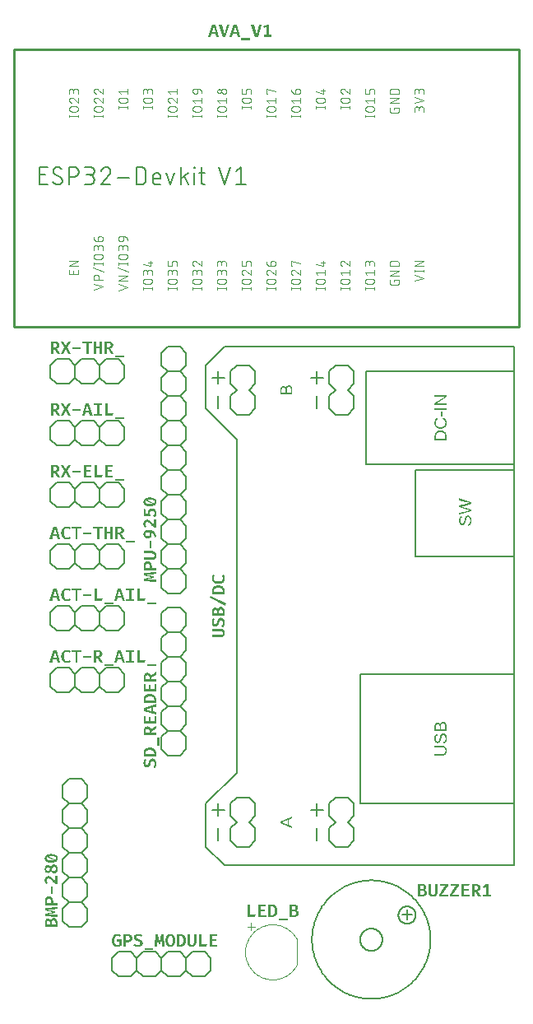
<source format=gbr>
G04 EAGLE Gerber RS-274X export*
G75*
%MOMM*%
%FSLAX34Y34*%
%LPD*%
%INSilkscreen Top*%
%IPPOS*%
%AMOC8*
5,1,8,0,0,1.08239X$1,22.5*%
G01*
G04 Define Apertures*
%ADD10C,0.076200*%
%ADD11C,0.152400*%
%ADD12C,0.254000*%
%ADD13C,0.120000*%
%ADD14C,0.127000*%
G36*
X178507Y1007804D02*
X182692Y1007804D01*
X183483Y1004888D01*
X186160Y1004888D01*
X182186Y1017610D01*
X179096Y1017610D01*
X175113Y1004888D01*
X177716Y1004888D01*
X178507Y1007804D01*
G37*
G36*
X200569Y1007804D02*
X204755Y1007804D01*
X205546Y1004888D01*
X208223Y1004888D01*
X204249Y1017610D01*
X201158Y1017610D01*
X197175Y1004888D01*
X199778Y1004888D01*
X200569Y1007804D01*
G37*
G36*
X197044Y1017610D02*
X194469Y1017610D01*
X191709Y1007050D01*
X188977Y1017610D01*
X186300Y1017610D01*
X190164Y1004888D01*
X193162Y1004888D01*
X197044Y1017610D01*
G37*
G36*
X230138Y1017610D02*
X227562Y1017610D01*
X224803Y1007050D01*
X222071Y1017610D01*
X219394Y1017610D01*
X223257Y1004888D01*
X226256Y1004888D01*
X230138Y1017610D01*
G37*
G36*
X240185Y1006755D02*
X237711Y1006755D01*
X237711Y1017610D01*
X235567Y1017610D01*
X231575Y1015163D01*
X232614Y1013480D01*
X235328Y1015163D01*
X235328Y1006755D01*
X232246Y1006755D01*
X232246Y1004888D01*
X240185Y1004888D01*
X240185Y1006755D01*
G37*
G36*
X218325Y1003453D02*
X209126Y1003453D01*
X209126Y1001494D01*
X218325Y1001494D01*
X218325Y1003453D01*
G37*
%LPC*%
G36*
X178958Y1009690D02*
X180595Y1015724D01*
X182223Y1009690D01*
X178958Y1009690D01*
G37*
G36*
X201020Y1009690D02*
X202657Y1015724D01*
X204286Y1009690D01*
X201020Y1009690D01*
G37*
%LPD*%
G36*
X19812Y93372D02*
X19799Y93916D01*
X19759Y94435D01*
X19693Y94928D01*
X19600Y95397D01*
X19481Y95840D01*
X19336Y96258D01*
X19164Y96651D01*
X18966Y97019D01*
X18736Y97352D01*
X18471Y97641D01*
X18169Y97885D01*
X17832Y98085D01*
X17459Y98241D01*
X17050Y98352D01*
X16604Y98418D01*
X16123Y98441D01*
X15780Y98428D01*
X15459Y98389D01*
X15159Y98323D01*
X14882Y98232D01*
X14626Y98115D01*
X14392Y97972D01*
X14180Y97803D01*
X13989Y97608D01*
X13818Y97394D01*
X13663Y97167D01*
X13583Y97028D01*
X13525Y96927D01*
X13403Y96676D01*
X13297Y96411D01*
X13208Y96134D01*
X13135Y95845D01*
X13079Y95543D01*
X13009Y95793D01*
X12926Y96031D01*
X12829Y96258D01*
X12718Y96474D01*
X12685Y96528D01*
X12592Y96679D01*
X12452Y96873D01*
X12299Y97055D01*
X12131Y97226D01*
X11950Y97382D01*
X11756Y97516D01*
X11550Y97630D01*
X11331Y97723D01*
X11099Y97796D01*
X10855Y97847D01*
X10598Y97878D01*
X10328Y97889D01*
X9911Y97868D01*
X9524Y97806D01*
X9168Y97702D01*
X8843Y97557D01*
X8547Y97371D01*
X8283Y97144D01*
X8048Y96874D01*
X7844Y96564D01*
X7668Y96221D01*
X7514Y95853D01*
X7385Y95462D01*
X7279Y95046D01*
X7196Y94606D01*
X7137Y94142D01*
X7102Y93654D01*
X7090Y93142D01*
X7090Y89426D01*
X19812Y89426D01*
X19812Y93372D01*
G37*
G36*
X14205Y155419D02*
X14937Y155472D01*
X15622Y155561D01*
X16261Y155685D01*
X16855Y155844D01*
X17402Y156038D01*
X17903Y156268D01*
X18359Y156533D01*
X18764Y156832D01*
X19115Y157164D01*
X19412Y157529D01*
X19656Y157927D01*
X19757Y158138D01*
X19845Y158357D01*
X19919Y158585D01*
X19980Y158820D01*
X20027Y159064D01*
X20061Y159316D01*
X20081Y159576D01*
X20088Y159845D01*
X20076Y160201D01*
X20039Y160543D01*
X19978Y160870D01*
X19892Y161183D01*
X19783Y161482D01*
X19648Y161766D01*
X19489Y162036D01*
X19306Y162292D01*
X19100Y162532D01*
X18871Y162758D01*
X18620Y162967D01*
X18347Y163162D01*
X18052Y163341D01*
X17735Y163505D01*
X17395Y163653D01*
X17034Y163786D01*
X16652Y163904D01*
X16250Y164006D01*
X15828Y164092D01*
X15387Y164162D01*
X14927Y164217D01*
X14447Y164256D01*
X13947Y164280D01*
X13428Y164288D01*
X12655Y164270D01*
X11928Y164217D01*
X11247Y164129D01*
X10612Y164005D01*
X10023Y163846D01*
X9479Y163651D01*
X8982Y163421D01*
X8530Y163156D01*
X8128Y162857D01*
X7779Y162525D01*
X7484Y162160D01*
X7243Y161763D01*
X7143Y161552D01*
X7055Y161332D01*
X6982Y161105D01*
X6921Y160869D01*
X6875Y160625D01*
X6841Y160373D01*
X6821Y160113D01*
X6814Y159845D01*
X6821Y159576D01*
X6841Y159316D01*
X6875Y159064D01*
X6921Y158820D01*
X6982Y158585D01*
X7055Y158357D01*
X7143Y158138D01*
X7243Y157927D01*
X7484Y157529D01*
X7779Y157164D01*
X8128Y156832D01*
X8530Y156533D01*
X8982Y156268D01*
X9479Y156038D01*
X10023Y155844D01*
X10612Y155685D01*
X11247Y155561D01*
X11928Y155472D01*
X12655Y155419D01*
X13428Y155402D01*
X14205Y155419D01*
G37*
G36*
X16686Y144232D02*
X16931Y144256D01*
X17169Y144297D01*
X17402Y144354D01*
X17629Y144428D01*
X17850Y144518D01*
X18066Y144625D01*
X18276Y144748D01*
X18478Y144887D01*
X18669Y145041D01*
X18850Y145211D01*
X19020Y145397D01*
X19180Y145599D01*
X19329Y145816D01*
X19468Y146049D01*
X19596Y146298D01*
X19711Y146561D01*
X19811Y146837D01*
X19896Y147126D01*
X19965Y147428D01*
X20019Y147743D01*
X20057Y148072D01*
X20080Y148413D01*
X20088Y148767D01*
X20080Y149125D01*
X20057Y149469D01*
X20017Y149801D01*
X19963Y150120D01*
X19892Y150426D01*
X19806Y150720D01*
X19704Y151001D01*
X19587Y151270D01*
X19456Y151524D01*
X19314Y151762D01*
X19162Y151985D01*
X18999Y152192D01*
X18825Y152383D01*
X18641Y152558D01*
X18445Y152717D01*
X18239Y152861D01*
X18025Y152988D01*
X17805Y153098D01*
X17580Y153192D01*
X17349Y153268D01*
X17113Y153327D01*
X16871Y153370D01*
X16624Y153395D01*
X16372Y153404D01*
X16099Y153394D01*
X15834Y153363D01*
X15576Y153312D01*
X15325Y153242D01*
X15082Y153150D01*
X14845Y153039D01*
X14616Y152907D01*
X14394Y152755D01*
X14180Y152583D01*
X13974Y152393D01*
X13777Y152183D01*
X13589Y151954D01*
X13509Y151843D01*
X13409Y151706D01*
X13238Y151438D01*
X13076Y151152D01*
X12922Y150846D01*
X12620Y151340D01*
X12310Y151764D01*
X11994Y152118D01*
X11671Y152401D01*
X11629Y152431D01*
X11504Y152517D01*
X11330Y152618D01*
X11149Y152704D01*
X10961Y152774D01*
X10765Y152828D01*
X10562Y152867D01*
X10352Y152890D01*
X10135Y152898D01*
X9880Y152889D01*
X9633Y152864D01*
X9396Y152822D01*
X9168Y152763D01*
X8949Y152688D01*
X8739Y152595D01*
X8538Y152486D01*
X8346Y152360D01*
X7993Y152066D01*
X7686Y151725D01*
X7423Y151335D01*
X7205Y150897D01*
X7034Y150421D01*
X6912Y149916D01*
X6839Y149384D01*
X6820Y149107D01*
X6814Y148823D01*
X6821Y148549D01*
X6840Y148281D01*
X6915Y147761D01*
X7042Y147263D01*
X7219Y146785D01*
X7326Y146558D01*
X7445Y146342D01*
X7576Y146137D01*
X7718Y145945D01*
X8038Y145594D01*
X8406Y145290D01*
X8606Y145159D01*
X8814Y145045D01*
X9032Y144948D01*
X9259Y144870D01*
X9494Y144808D01*
X9739Y144764D01*
X9992Y144738D01*
X10255Y144729D01*
X10509Y144736D01*
X10751Y144757D01*
X10981Y144792D01*
X11200Y144841D01*
X11407Y144904D01*
X11602Y144980D01*
X11785Y145071D01*
X11956Y145175D01*
X12283Y145434D01*
X12600Y145765D01*
X12908Y146168D01*
X13207Y146643D01*
X13339Y146365D01*
X13480Y146104D01*
X13631Y145858D01*
X13791Y145627D01*
X13962Y145413D01*
X14142Y145214D01*
X14332Y145030D01*
X14532Y144863D01*
X14741Y144713D01*
X14958Y144583D01*
X15183Y144473D01*
X15417Y144383D01*
X15660Y144313D01*
X15910Y144263D01*
X16169Y144233D01*
X16436Y144223D01*
X16686Y144232D01*
G37*
G36*
X19812Y101782D02*
X13971Y101956D01*
X13355Y101970D01*
X12517Y101975D01*
X11673Y101967D01*
X10850Y101945D01*
X10049Y101908D01*
X9270Y101855D01*
X17604Y103658D01*
X17604Y105700D01*
X9270Y107384D01*
X9973Y107339D01*
X10685Y107308D01*
X11404Y107289D01*
X12131Y107283D01*
X13056Y107292D01*
X13952Y107319D01*
X19812Y107558D01*
X19812Y109803D01*
X7090Y109085D01*
X7090Y106289D01*
X15489Y104725D01*
X7090Y103088D01*
X7090Y100291D01*
X19812Y99574D01*
X19812Y101782D01*
G37*
G36*
X19812Y114211D02*
X15406Y114211D01*
X15406Y115674D01*
X15389Y116238D01*
X15340Y116772D01*
X15257Y117275D01*
X15141Y117748D01*
X14993Y118190D01*
X14811Y118602D01*
X14596Y118984D01*
X14348Y119335D01*
X14067Y119650D01*
X13751Y119922D01*
X13402Y120153D01*
X13019Y120342D01*
X12602Y120489D01*
X12151Y120594D01*
X11666Y120657D01*
X11147Y120678D01*
X10657Y120657D01*
X10198Y120593D01*
X9771Y120486D01*
X9375Y120337D01*
X9011Y120146D01*
X8678Y119912D01*
X8377Y119636D01*
X8107Y119316D01*
X7868Y118958D01*
X7662Y118563D01*
X7487Y118132D01*
X7344Y117665D01*
X7233Y117162D01*
X7154Y116622D01*
X7106Y116047D01*
X7090Y115435D01*
X7090Y111691D01*
X19812Y111691D01*
X19812Y114211D01*
G37*
G36*
X10025Y134645D02*
X9700Y134918D01*
X9424Y135192D01*
X9198Y135467D01*
X9022Y135745D01*
X8889Y136038D01*
X8794Y136360D01*
X8737Y136711D01*
X8718Y137092D01*
X8726Y137311D01*
X8750Y137518D01*
X8789Y137712D01*
X8844Y137894D01*
X8914Y138063D01*
X9000Y138219D01*
X9102Y138364D01*
X9220Y138495D01*
X9351Y138613D01*
X9494Y138714D01*
X9649Y138801D01*
X9816Y138871D01*
X9995Y138926D01*
X10186Y138965D01*
X10389Y138989D01*
X10604Y138996D01*
X10821Y138989D01*
X11038Y138966D01*
X11257Y138928D01*
X11476Y138875D01*
X11917Y138722D01*
X12361Y138509D01*
X12831Y138223D01*
X13349Y137852D01*
X13914Y137397D01*
X14527Y136858D01*
X15224Y136204D01*
X16042Y135406D01*
X18037Y133376D01*
X19812Y133376D01*
X19812Y141517D01*
X17908Y141784D01*
X17908Y136154D01*
X17013Y137130D01*
X16197Y137989D01*
X15459Y138731D01*
X14799Y139355D01*
X14191Y139882D01*
X13611Y140329D01*
X13058Y140698D01*
X12531Y140988D01*
X12015Y141207D01*
X11754Y141293D01*
X11491Y141364D01*
X11226Y141419D01*
X10959Y141458D01*
X10691Y141481D01*
X10420Y141489D01*
X10172Y141482D01*
X9930Y141459D01*
X9694Y141421D01*
X9463Y141367D01*
X9239Y141299D01*
X9020Y141215D01*
X8806Y141116D01*
X8599Y141002D01*
X8399Y140873D01*
X8210Y140729D01*
X8032Y140571D01*
X7864Y140399D01*
X7707Y140213D01*
X7560Y140012D01*
X7423Y139796D01*
X7297Y139567D01*
X7184Y139324D01*
X7086Y139069D01*
X7003Y138803D01*
X6935Y138525D01*
X6882Y138235D01*
X6844Y137933D01*
X6822Y137620D01*
X6814Y137295D01*
X6822Y136951D01*
X6847Y136620D01*
X6887Y136300D01*
X6944Y135993D01*
X7017Y135698D01*
X7107Y135415D01*
X7212Y135144D01*
X7334Y134885D01*
X7472Y134636D01*
X7625Y134395D01*
X7793Y134162D01*
X7977Y133937D01*
X8176Y133720D01*
X8390Y133512D01*
X8866Y133118D01*
X10025Y134645D01*
G37*
%LPC*%
G36*
X8930Y114211D02*
X8930Y115527D01*
X8939Y115834D01*
X8965Y116122D01*
X9009Y116389D01*
X9070Y116637D01*
X9148Y116865D01*
X9244Y117074D01*
X9358Y117262D01*
X9489Y117431D01*
X9637Y117579D01*
X9803Y117708D01*
X9986Y117817D01*
X10187Y117907D01*
X10406Y117976D01*
X10641Y118026D01*
X10895Y118055D01*
X11165Y118065D01*
X11453Y118056D01*
X11721Y118027D01*
X11972Y117979D01*
X12204Y117911D01*
X12417Y117825D01*
X12611Y117719D01*
X12788Y117594D01*
X12945Y117449D01*
X13084Y117285D01*
X13205Y117102D01*
X13307Y116900D01*
X13390Y116679D01*
X13455Y116438D01*
X13501Y116178D01*
X13529Y115899D01*
X13539Y115600D01*
X13539Y114211D01*
X8930Y114211D01*
G37*
%LPD*%
G36*
X15019Y130633D02*
X13088Y130633D01*
X13088Y122869D01*
X15019Y122869D01*
X15019Y130633D01*
G37*
%LPC*%
G36*
X15935Y146703D02*
X15569Y146773D01*
X15226Y146889D01*
X14907Y147052D01*
X14612Y147261D01*
X14341Y147518D01*
X14093Y147820D01*
X13870Y148170D01*
X14212Y149091D01*
X14372Y149462D01*
X14523Y149775D01*
X14679Y150041D01*
X14853Y150275D01*
X15045Y150476D01*
X15254Y150644D01*
X15488Y150777D01*
X15752Y150872D01*
X16047Y150929D01*
X16372Y150948D01*
X16637Y150933D01*
X16889Y150888D01*
X17129Y150813D01*
X17356Y150708D01*
X17565Y150574D01*
X17750Y150408D01*
X17912Y150213D01*
X18050Y149986D01*
X18161Y149732D01*
X18240Y149452D01*
X18288Y149145D01*
X18303Y148813D01*
X18295Y148561D01*
X18270Y148325D01*
X18228Y148103D01*
X18170Y147897D01*
X18095Y147706D01*
X18003Y147531D01*
X17895Y147371D01*
X17770Y147227D01*
X17631Y147098D01*
X17480Y146987D01*
X17317Y146893D01*
X17142Y146816D01*
X16956Y146756D01*
X16757Y146714D01*
X16547Y146688D01*
X16326Y146679D01*
X15935Y146703D01*
G37*
G36*
X14063Y91946D02*
X14063Y93510D01*
X14070Y93778D01*
X14091Y94031D01*
X14126Y94268D01*
X14176Y94490D01*
X14239Y94696D01*
X14316Y94886D01*
X14408Y95061D01*
X14514Y95221D01*
X14636Y95363D01*
X14779Y95487D01*
X14942Y95591D01*
X15125Y95676D01*
X15329Y95743D01*
X15552Y95790D01*
X15795Y95819D01*
X16059Y95828D01*
X16315Y95818D01*
X16551Y95786D01*
X16765Y95734D01*
X16959Y95660D01*
X17132Y95566D01*
X17284Y95450D01*
X17416Y95314D01*
X17526Y95157D01*
X17620Y94982D01*
X17701Y94795D01*
X17770Y94595D01*
X17826Y94382D01*
X17870Y94156D01*
X17901Y93917D01*
X17920Y93665D01*
X17926Y93400D01*
X17926Y91946D01*
X14063Y91946D01*
G37*
G36*
X12815Y157755D02*
X12246Y157780D01*
X11721Y157820D01*
X11240Y157876D01*
X10803Y157949D01*
X10409Y158037D01*
X10059Y158142D01*
X9753Y158263D01*
X9487Y158400D01*
X9256Y158555D01*
X9061Y158727D01*
X8901Y158916D01*
X8777Y159122D01*
X8688Y159346D01*
X8635Y159587D01*
X8617Y159845D01*
X8627Y160088D01*
X8657Y160314D01*
X8708Y160521D01*
X8778Y160709D01*
X8872Y160881D01*
X8991Y161038D01*
X9136Y161180D01*
X9307Y161307D01*
X12316Y159845D01*
X16271Y157922D01*
X15703Y157846D01*
X15040Y157791D01*
X14282Y157758D01*
X13428Y157747D01*
X12815Y157755D01*
G37*
G36*
X15091Y159845D02*
X11036Y161822D01*
X11541Y161871D01*
X12108Y161905D01*
X12737Y161926D01*
X13428Y161933D01*
X14260Y161918D01*
X15007Y161875D01*
X15669Y161803D01*
X16248Y161703D01*
X16747Y161574D01*
X17172Y161417D01*
X17524Y161231D01*
X17672Y161128D01*
X17802Y161018D01*
X17915Y160900D01*
X18013Y160774D01*
X18096Y160639D01*
X18164Y160497D01*
X18217Y160346D01*
X18255Y160187D01*
X18277Y160020D01*
X18285Y159845D01*
X18278Y159631D01*
X18255Y159433D01*
X18218Y159250D01*
X18165Y159081D01*
X18097Y158926D01*
X18011Y158782D01*
X17908Y158650D01*
X17788Y158529D01*
X15091Y159845D01*
G37*
G36*
X8930Y91946D02*
X8930Y93216D01*
X8936Y93474D01*
X8954Y93716D01*
X8984Y93940D01*
X9027Y94148D01*
X9081Y94339D01*
X9147Y94514D01*
X9226Y94671D01*
X9316Y94812D01*
X9420Y94936D01*
X9538Y95043D01*
X9671Y95134D01*
X9818Y95208D01*
X9979Y95266D01*
X10155Y95308D01*
X10345Y95332D01*
X10549Y95341D01*
X10769Y95333D01*
X10973Y95310D01*
X11162Y95272D01*
X11335Y95219D01*
X11493Y95150D01*
X11636Y95066D01*
X11762Y94967D01*
X11874Y94853D01*
X11971Y94723D01*
X12055Y94575D01*
X12126Y94410D01*
X12184Y94228D01*
X12229Y94028D01*
X12262Y93811D01*
X12281Y93577D01*
X12287Y93326D01*
X12287Y91946D01*
X8930Y91946D01*
G37*
G36*
X10058Y147064D02*
X9865Y147086D01*
X9685Y147122D01*
X9516Y147173D01*
X9360Y147238D01*
X9217Y147318D01*
X9086Y147412D01*
X8967Y147521D01*
X8861Y147643D01*
X8770Y147777D01*
X8692Y147922D01*
X8629Y148079D01*
X8579Y148247D01*
X8544Y148427D01*
X8523Y148619D01*
X8516Y148823D01*
X8523Y149026D01*
X8546Y149217D01*
X8583Y149397D01*
X8634Y149564D01*
X8701Y149720D01*
X8782Y149864D01*
X8879Y149995D01*
X8990Y150115D01*
X9113Y150222D01*
X9247Y150314D01*
X9391Y150393D01*
X9545Y150457D01*
X9709Y150506D01*
X9884Y150542D01*
X10069Y150563D01*
X10186Y150568D01*
X10264Y150570D01*
X10575Y150551D01*
X10865Y150495D01*
X11134Y150400D01*
X11381Y150267D01*
X11619Y150089D01*
X11856Y149860D01*
X12095Y149579D01*
X12333Y149246D01*
X12061Y148543D01*
X11927Y148251D01*
X11795Y147999D01*
X11658Y147781D01*
X11507Y147591D01*
X11343Y147429D01*
X11165Y147296D01*
X10971Y147191D01*
X10756Y147116D01*
X10520Y147071D01*
X10264Y147057D01*
X10058Y147064D01*
G37*
%LPD*%
G36*
X395668Y120663D02*
X396187Y120703D01*
X396680Y120769D01*
X397149Y120862D01*
X397592Y120981D01*
X398010Y121126D01*
X398403Y121298D01*
X398771Y121496D01*
X399104Y121726D01*
X399393Y121991D01*
X399637Y122293D01*
X399837Y122630D01*
X399993Y123003D01*
X400104Y123412D01*
X400170Y123858D01*
X400193Y124339D01*
X400180Y124682D01*
X400141Y125003D01*
X400075Y125303D01*
X399984Y125581D01*
X399867Y125836D01*
X399724Y126070D01*
X399555Y126282D01*
X399360Y126473D01*
X399146Y126644D01*
X398919Y126799D01*
X398780Y126879D01*
X398679Y126937D01*
X398428Y127059D01*
X398163Y127165D01*
X397886Y127254D01*
X397597Y127327D01*
X397295Y127383D01*
X397545Y127453D01*
X397783Y127536D01*
X398010Y127633D01*
X398226Y127745D01*
X398280Y127778D01*
X398431Y127870D01*
X398625Y128010D01*
X398807Y128163D01*
X398978Y128331D01*
X399134Y128512D01*
X399268Y128706D01*
X399382Y128912D01*
X399475Y129131D01*
X399548Y129363D01*
X399599Y129607D01*
X399630Y129864D01*
X399641Y130134D01*
X399620Y130551D01*
X399558Y130938D01*
X399454Y131294D01*
X399309Y131619D01*
X399123Y131915D01*
X398896Y132179D01*
X398626Y132414D01*
X398316Y132618D01*
X397973Y132794D01*
X397605Y132948D01*
X397214Y133077D01*
X396798Y133183D01*
X396358Y133266D01*
X395894Y133325D01*
X395406Y133360D01*
X394894Y133372D01*
X391178Y133372D01*
X391178Y120650D01*
X395124Y120650D01*
X395668Y120663D01*
G37*
G36*
X448910Y125718D02*
X450069Y125718D01*
X453077Y120650D01*
X455965Y120650D01*
X452479Y126114D01*
X452782Y126225D01*
X453069Y126350D01*
X453341Y126490D01*
X453598Y126644D01*
X453839Y126813D01*
X454065Y126996D01*
X454275Y127194D01*
X454470Y127406D01*
X454646Y127633D01*
X454798Y127874D01*
X454927Y128128D01*
X455033Y128396D01*
X455115Y128679D01*
X455173Y128975D01*
X455208Y129285D01*
X455220Y129610D01*
X455200Y130065D01*
X455141Y130491D01*
X455042Y130888D01*
X454903Y131256D01*
X454724Y131594D01*
X454506Y131902D01*
X454248Y132181D01*
X453951Y132431D01*
X453613Y132652D01*
X453237Y132843D01*
X452820Y133004D01*
X452364Y133137D01*
X451868Y133240D01*
X451332Y133313D01*
X450757Y133357D01*
X450142Y133372D01*
X446398Y133372D01*
X446398Y120650D01*
X448910Y120650D01*
X448910Y125718D01*
G37*
G36*
X406786Y120383D02*
X407128Y120410D01*
X407456Y120454D01*
X407772Y120517D01*
X408075Y120597D01*
X408365Y120695D01*
X408642Y120811D01*
X408906Y120944D01*
X409155Y121094D01*
X409390Y121257D01*
X409608Y121435D01*
X409811Y121626D01*
X409998Y121832D01*
X410169Y122051D01*
X410325Y122284D01*
X410465Y122531D01*
X410589Y122790D01*
X410696Y123058D01*
X410787Y123336D01*
X410862Y123622D01*
X410919Y123918D01*
X410961Y124224D01*
X410986Y124539D01*
X410994Y124863D01*
X410994Y133372D01*
X408464Y133372D01*
X408464Y125571D01*
X408452Y125036D01*
X408416Y124553D01*
X408356Y124121D01*
X408271Y123741D01*
X408159Y123408D01*
X408015Y123120D01*
X407839Y122875D01*
X407632Y122674D01*
X407389Y122517D01*
X407109Y122405D01*
X406789Y122337D01*
X406431Y122315D01*
X406074Y122337D01*
X405755Y122405D01*
X405476Y122517D01*
X405235Y122674D01*
X405030Y122875D01*
X404856Y123120D01*
X404713Y123408D01*
X404601Y123741D01*
X404516Y124121D01*
X404456Y124553D01*
X404420Y125036D01*
X404408Y125571D01*
X404408Y133372D01*
X401887Y133372D01*
X401887Y124863D01*
X401895Y124532D01*
X401920Y124212D01*
X401960Y123902D01*
X402017Y123603D01*
X402090Y123314D01*
X402179Y123035D01*
X402285Y122766D01*
X402407Y122508D01*
X402545Y122262D01*
X402698Y122030D01*
X402867Y121813D01*
X403052Y121609D01*
X403252Y121419D01*
X403468Y121244D01*
X403700Y121082D01*
X403948Y120935D01*
X404210Y120804D01*
X404486Y120690D01*
X404776Y120593D01*
X405079Y120514D01*
X405396Y120453D01*
X405728Y120409D01*
X406073Y120383D01*
X406431Y120374D01*
X406786Y120383D01*
G37*
G36*
X443931Y122499D02*
X438458Y122499D01*
X438458Y126197D01*
X442965Y126197D01*
X442965Y128027D01*
X438458Y128027D01*
X438458Y131514D01*
X443609Y131514D01*
X443867Y133372D01*
X435938Y133372D01*
X435938Y120650D01*
X443931Y120650D01*
X443931Y122499D01*
G37*
G36*
X422071Y122692D02*
X415798Y122692D01*
X421988Y131440D01*
X421988Y133372D01*
X413544Y133372D01*
X413544Y131385D01*
X419155Y131385D01*
X412882Y122563D01*
X412882Y120650D01*
X421795Y120650D01*
X422071Y122692D01*
G37*
G36*
X433102Y122692D02*
X426829Y122692D01*
X433020Y131440D01*
X433020Y133372D01*
X424575Y133372D01*
X424575Y131385D01*
X430186Y131385D01*
X423913Y122563D01*
X423913Y120650D01*
X432826Y120650D01*
X433102Y122692D01*
G37*
G36*
X465994Y122517D02*
X463519Y122517D01*
X463519Y133372D01*
X461376Y133372D01*
X457384Y130925D01*
X458423Y129242D01*
X461137Y130925D01*
X461137Y122517D01*
X458055Y122517D01*
X458055Y120650D01*
X465994Y120650D01*
X465994Y122517D01*
G37*
%LPC*%
G36*
X393698Y122536D02*
X393698Y126399D01*
X395262Y126399D01*
X395530Y126392D01*
X395783Y126371D01*
X396020Y126336D01*
X396242Y126287D01*
X396448Y126223D01*
X396638Y126146D01*
X396813Y126054D01*
X396973Y125948D01*
X397115Y125826D01*
X397239Y125683D01*
X397343Y125520D01*
X397428Y125337D01*
X397495Y125134D01*
X397542Y124910D01*
X397571Y124667D01*
X397580Y124403D01*
X397570Y124147D01*
X397538Y123911D01*
X397486Y123697D01*
X397412Y123503D01*
X397318Y123330D01*
X397202Y123178D01*
X397066Y123046D01*
X396909Y122936D01*
X396734Y122842D01*
X396547Y122761D01*
X396347Y122692D01*
X396134Y122636D01*
X395908Y122592D01*
X395669Y122561D01*
X395417Y122542D01*
X395152Y122536D01*
X393698Y122536D01*
G37*
G36*
X448910Y127503D02*
X448910Y131550D01*
X450207Y131550D01*
X450501Y131543D01*
X450775Y131521D01*
X451030Y131485D01*
X451266Y131434D01*
X451482Y131369D01*
X451679Y131289D01*
X451856Y131195D01*
X452014Y131086D01*
X452153Y130961D01*
X452274Y130819D01*
X452376Y130661D01*
X452459Y130485D01*
X452524Y130291D01*
X452571Y130081D01*
X452598Y129854D01*
X452608Y129610D01*
X452598Y129345D01*
X452571Y129099D01*
X452525Y128871D01*
X452462Y128662D01*
X452379Y128471D01*
X452279Y128299D01*
X452160Y128145D01*
X452023Y128009D01*
X451869Y127890D01*
X451696Y127788D01*
X451506Y127701D01*
X451298Y127630D01*
X451072Y127574D01*
X450829Y127535D01*
X450568Y127511D01*
X450290Y127503D01*
X448910Y127503D01*
G37*
G36*
X393698Y128175D02*
X393698Y131532D01*
X394968Y131532D01*
X395226Y131526D01*
X395468Y131508D01*
X395692Y131478D01*
X395900Y131435D01*
X396091Y131381D01*
X396266Y131315D01*
X396423Y131236D01*
X396564Y131146D01*
X396688Y131042D01*
X396795Y130924D01*
X396886Y130791D01*
X396960Y130644D01*
X397018Y130483D01*
X397060Y130308D01*
X397084Y130117D01*
X397093Y129913D01*
X397085Y129693D01*
X397062Y129489D01*
X397024Y129300D01*
X396971Y129127D01*
X396902Y128969D01*
X396818Y128827D01*
X396719Y128700D01*
X396605Y128588D01*
X396475Y128491D01*
X396327Y128407D01*
X396162Y128336D01*
X395980Y128278D01*
X395780Y128233D01*
X395563Y128200D01*
X395329Y128181D01*
X395078Y128175D01*
X393698Y128175D01*
G37*
%LPD*%
G36*
X15801Y683756D02*
X16961Y683756D01*
X19968Y678688D01*
X22857Y678688D01*
X19371Y684152D01*
X19673Y684263D01*
X19961Y684388D01*
X20233Y684528D01*
X20489Y684682D01*
X20731Y684851D01*
X20956Y685034D01*
X21167Y685232D01*
X21362Y685444D01*
X21538Y685671D01*
X21690Y685912D01*
X21819Y686166D01*
X21924Y686434D01*
X22006Y686717D01*
X22065Y687013D01*
X22100Y687323D01*
X22112Y687648D01*
X22092Y688103D01*
X22032Y688529D01*
X21933Y688926D01*
X21794Y689294D01*
X21616Y689632D01*
X21398Y689940D01*
X21140Y690219D01*
X20842Y690469D01*
X20505Y690690D01*
X20128Y690881D01*
X19712Y691042D01*
X19256Y691175D01*
X18760Y691278D01*
X18224Y691351D01*
X17649Y691395D01*
X17034Y691410D01*
X13290Y691410D01*
X13290Y678688D01*
X15801Y678688D01*
X15801Y683756D01*
G37*
G36*
X70958Y683756D02*
X72117Y683756D01*
X75125Y678688D01*
X78013Y678688D01*
X74527Y684152D01*
X74830Y684263D01*
X75117Y684388D01*
X75389Y684528D01*
X75646Y684682D01*
X75887Y684851D01*
X76113Y685034D01*
X76323Y685232D01*
X76518Y685444D01*
X76694Y685671D01*
X76846Y685912D01*
X76975Y686166D01*
X77081Y686434D01*
X77163Y686717D01*
X77221Y687013D01*
X77256Y687323D01*
X77268Y687648D01*
X77248Y688103D01*
X77189Y688529D01*
X77090Y688926D01*
X76951Y689294D01*
X76772Y689632D01*
X76554Y689940D01*
X76296Y690219D01*
X75999Y690469D01*
X75661Y690690D01*
X75285Y690881D01*
X74868Y691042D01*
X74412Y691175D01*
X73916Y691278D01*
X73380Y691351D01*
X72805Y691395D01*
X72190Y691410D01*
X68446Y691410D01*
X68446Y678688D01*
X70958Y678688D01*
X70958Y683756D01*
G37*
G36*
X59742Y684281D02*
X63422Y684281D01*
X63422Y678688D01*
X65942Y678688D01*
X65942Y691410D01*
X63422Y691410D01*
X63422Y686351D01*
X59742Y686351D01*
X59742Y691410D01*
X57222Y691410D01*
X57222Y678688D01*
X59742Y678688D01*
X59742Y684281D01*
G37*
G36*
X28452Y683858D02*
X31018Y678688D01*
X33769Y678688D01*
X29960Y685569D01*
X33419Y691410D01*
X30742Y691410D01*
X28488Y687040D01*
X26262Y691410D01*
X23512Y691410D01*
X26961Y685449D01*
X23208Y678688D01*
X25894Y678688D01*
X28452Y683858D01*
G37*
G36*
X51784Y689432D02*
X55353Y689432D01*
X55610Y691410D01*
X45556Y691410D01*
X45556Y689432D01*
X49272Y689432D01*
X49272Y678688D01*
X51784Y678688D01*
X51784Y689432D01*
G37*
G36*
X88244Y677253D02*
X79045Y677253D01*
X79045Y675294D01*
X88244Y675294D01*
X88244Y677253D01*
G37*
G36*
X43402Y685412D02*
X35638Y685412D01*
X35638Y683481D01*
X43402Y683481D01*
X43402Y685412D01*
G37*
%LPC*%
G36*
X15801Y685541D02*
X15801Y689588D01*
X17098Y689588D01*
X17392Y689581D01*
X17667Y689559D01*
X17922Y689523D01*
X18157Y689472D01*
X18374Y689407D01*
X18571Y689327D01*
X18748Y689233D01*
X18906Y689124D01*
X19045Y688999D01*
X19166Y688857D01*
X19268Y688699D01*
X19351Y688523D01*
X19416Y688329D01*
X19462Y688119D01*
X19490Y687892D01*
X19499Y687648D01*
X19490Y687383D01*
X19463Y687137D01*
X19417Y686909D01*
X19353Y686700D01*
X19271Y686509D01*
X19171Y686337D01*
X19052Y686183D01*
X18915Y686047D01*
X18760Y685928D01*
X18588Y685826D01*
X18398Y685739D01*
X18190Y685668D01*
X17964Y685612D01*
X17721Y685573D01*
X17460Y685549D01*
X17181Y685541D01*
X15801Y685541D01*
G37*
G36*
X70958Y685541D02*
X70958Y689588D01*
X72255Y689588D01*
X72549Y689581D01*
X72823Y689559D01*
X73078Y689523D01*
X73314Y689472D01*
X73530Y689407D01*
X73727Y689327D01*
X73904Y689233D01*
X74062Y689124D01*
X74201Y688999D01*
X74322Y688857D01*
X74424Y688699D01*
X74507Y688523D01*
X74572Y688329D01*
X74619Y688119D01*
X74646Y687892D01*
X74656Y687648D01*
X74646Y687383D01*
X74619Y687137D01*
X74573Y686909D01*
X74510Y686700D01*
X74427Y686509D01*
X74327Y686337D01*
X74208Y686183D01*
X74071Y686047D01*
X73917Y685928D01*
X73744Y685826D01*
X73554Y685739D01*
X73346Y685668D01*
X73120Y685612D01*
X72877Y685573D01*
X72616Y685549D01*
X72338Y685541D01*
X70958Y685541D01*
G37*
%LPD*%
G36*
X81989Y493256D02*
X83148Y493256D01*
X86156Y488188D01*
X89044Y488188D01*
X85558Y493652D01*
X85861Y493763D01*
X86148Y493888D01*
X86420Y494028D01*
X86677Y494182D01*
X86918Y494351D01*
X87144Y494534D01*
X87354Y494732D01*
X87550Y494944D01*
X87725Y495171D01*
X87878Y495412D01*
X88006Y495666D01*
X88112Y495934D01*
X88194Y496217D01*
X88252Y496513D01*
X88288Y496823D01*
X88299Y497148D01*
X88279Y497603D01*
X88220Y498029D01*
X88121Y498426D01*
X87982Y498794D01*
X87803Y499132D01*
X87585Y499440D01*
X87327Y499719D01*
X87030Y499969D01*
X86693Y500190D01*
X86316Y500381D01*
X85899Y500542D01*
X85443Y500675D01*
X84947Y500778D01*
X84412Y500851D01*
X83836Y500895D01*
X83222Y500910D01*
X79478Y500910D01*
X79478Y488188D01*
X81989Y488188D01*
X81989Y493256D01*
G37*
G36*
X15332Y491104D02*
X19518Y491104D01*
X20309Y488188D01*
X22986Y488188D01*
X19012Y500910D01*
X15921Y500910D01*
X11938Y488188D01*
X14541Y488188D01*
X15332Y491104D01*
G37*
G36*
X70774Y493781D02*
X74453Y493781D01*
X74453Y488188D01*
X76974Y488188D01*
X76974Y500910D01*
X74453Y500910D01*
X74453Y495851D01*
X70774Y495851D01*
X70774Y500910D01*
X68253Y500910D01*
X68253Y488188D01*
X70774Y488188D01*
X70774Y493781D01*
G37*
G36*
X29865Y487918D02*
X30167Y487937D01*
X30463Y487968D01*
X30751Y488012D01*
X31308Y488137D01*
X31837Y488312D01*
X32338Y488537D01*
X32812Y488812D01*
X33258Y489137D01*
X33677Y489513D01*
X32490Y491012D01*
X32168Y490764D01*
X31846Y490545D01*
X31524Y490355D01*
X31202Y490193D01*
X30865Y490065D01*
X30496Y489973D01*
X30097Y489917D01*
X29666Y489899D01*
X29301Y489917D01*
X28954Y489971D01*
X28627Y490060D01*
X28319Y490185D01*
X28031Y490346D01*
X27761Y490543D01*
X27510Y490776D01*
X27279Y491044D01*
X27071Y491350D01*
X26890Y491694D01*
X26738Y492077D01*
X26613Y492499D01*
X26516Y492959D01*
X26447Y493458D01*
X26405Y493996D01*
X26391Y494572D01*
X26398Y494970D01*
X26418Y495350D01*
X26452Y495712D01*
X26499Y496055D01*
X26560Y496381D01*
X26634Y496688D01*
X26722Y496978D01*
X26824Y497249D01*
X26936Y497502D01*
X27058Y497738D01*
X27190Y497956D01*
X27331Y498157D01*
X27481Y498340D01*
X27640Y498506D01*
X27809Y498654D01*
X27987Y498785D01*
X28173Y498899D01*
X28365Y498998D01*
X28563Y499082D01*
X28768Y499151D01*
X28979Y499204D01*
X29195Y499242D01*
X29418Y499265D01*
X29648Y499272D01*
X30002Y499258D01*
X30347Y499214D01*
X30682Y499141D01*
X31009Y499038D01*
X31326Y498906D01*
X31634Y498745D01*
X31933Y498554D01*
X32223Y498334D01*
X33502Y499852D01*
X33082Y500166D01*
X32650Y500438D01*
X32206Y500668D01*
X31749Y500855D01*
X31266Y501000D01*
X30739Y501103D01*
X30169Y501165D01*
X29556Y501186D01*
X29153Y501174D01*
X28761Y501137D01*
X28379Y501076D01*
X28007Y500991D01*
X27644Y500882D01*
X27292Y500749D01*
X26949Y500591D01*
X26617Y500408D01*
X26297Y500203D01*
X25996Y499975D01*
X25711Y499725D01*
X25444Y499452D01*
X25194Y499157D01*
X24961Y498839D01*
X24745Y498499D01*
X24547Y498136D01*
X24369Y497754D01*
X24215Y497353D01*
X24084Y496934D01*
X23978Y496498D01*
X23895Y496043D01*
X23835Y495571D01*
X23800Y495080D01*
X23788Y494572D01*
X23799Y494053D01*
X23834Y493552D01*
X23891Y493071D01*
X23972Y492609D01*
X24075Y492166D01*
X24202Y491742D01*
X24351Y491338D01*
X24524Y490952D01*
X24717Y490588D01*
X24927Y490246D01*
X25155Y489928D01*
X25401Y489632D01*
X25665Y489360D01*
X25946Y489110D01*
X26245Y488884D01*
X26561Y488680D01*
X26893Y488500D01*
X27237Y488344D01*
X27593Y488212D01*
X27961Y488104D01*
X28341Y488020D01*
X28734Y487960D01*
X29138Y487924D01*
X29556Y487912D01*
X29865Y487918D01*
G37*
G36*
X40752Y498932D02*
X44321Y498932D01*
X44579Y500910D01*
X34525Y500910D01*
X34525Y498932D01*
X38241Y498932D01*
X38241Y488188D01*
X40752Y488188D01*
X40752Y498932D01*
G37*
G36*
X62815Y498932D02*
X66384Y498932D01*
X66642Y500910D01*
X56587Y500910D01*
X56587Y498932D01*
X60304Y498932D01*
X60304Y488188D01*
X62815Y488188D01*
X62815Y498932D01*
G37*
G36*
X99275Y486753D02*
X90077Y486753D01*
X90077Y484794D01*
X99275Y484794D01*
X99275Y486753D01*
G37*
G36*
X54433Y494912D02*
X46669Y494912D01*
X46669Y492981D01*
X54433Y492981D01*
X54433Y494912D01*
G37*
%LPC*%
G36*
X81989Y495041D02*
X81989Y499088D01*
X83286Y499088D01*
X83580Y499081D01*
X83854Y499059D01*
X84109Y499023D01*
X84345Y498972D01*
X84561Y498907D01*
X84758Y498827D01*
X84935Y498733D01*
X85094Y498624D01*
X85233Y498499D01*
X85353Y498357D01*
X85455Y498199D01*
X85539Y498023D01*
X85603Y497829D01*
X85650Y497619D01*
X85678Y497392D01*
X85687Y497148D01*
X85678Y496883D01*
X85650Y496637D01*
X85605Y496409D01*
X85541Y496200D01*
X85459Y496009D01*
X85358Y495837D01*
X85240Y495683D01*
X85103Y495547D01*
X84948Y495428D01*
X84775Y495326D01*
X84585Y495239D01*
X84377Y495168D01*
X84152Y495112D01*
X83908Y495073D01*
X83647Y495049D01*
X83369Y495041D01*
X81989Y495041D01*
G37*
G36*
X15783Y492990D02*
X17420Y499024D01*
X19049Y492990D01*
X15783Y492990D01*
G37*
%LPD*%
G36*
X15332Y427604D02*
X19518Y427604D01*
X20309Y424688D01*
X22986Y424688D01*
X19012Y437410D01*
X15921Y437410D01*
X11938Y424688D01*
X14541Y424688D01*
X15332Y427604D01*
G37*
G36*
X81520Y427604D02*
X85705Y427604D01*
X86496Y424688D01*
X89173Y424688D01*
X85199Y437410D01*
X82109Y437410D01*
X78126Y424688D01*
X80729Y424688D01*
X81520Y427604D01*
G37*
G36*
X98631Y426574D02*
X95936Y426574D01*
X95936Y435524D01*
X98631Y435524D01*
X98631Y437410D01*
X90721Y437410D01*
X90721Y435524D01*
X93416Y435524D01*
X93416Y426574D01*
X90721Y426574D01*
X90721Y424688D01*
X98631Y424688D01*
X98631Y426574D01*
G37*
G36*
X29865Y424418D02*
X30167Y424437D01*
X30463Y424468D01*
X30751Y424512D01*
X31308Y424637D01*
X31837Y424812D01*
X32338Y425037D01*
X32812Y425312D01*
X33258Y425637D01*
X33677Y426013D01*
X32490Y427512D01*
X32168Y427264D01*
X31846Y427045D01*
X31524Y426855D01*
X31202Y426693D01*
X30865Y426565D01*
X30496Y426473D01*
X30097Y426417D01*
X29666Y426399D01*
X29301Y426417D01*
X28954Y426471D01*
X28627Y426560D01*
X28319Y426685D01*
X28031Y426846D01*
X27761Y427043D01*
X27510Y427276D01*
X27279Y427544D01*
X27071Y427850D01*
X26890Y428194D01*
X26738Y428577D01*
X26613Y428999D01*
X26516Y429459D01*
X26447Y429958D01*
X26405Y430496D01*
X26391Y431072D01*
X26398Y431470D01*
X26418Y431850D01*
X26452Y432212D01*
X26499Y432555D01*
X26560Y432881D01*
X26634Y433188D01*
X26722Y433478D01*
X26824Y433749D01*
X26936Y434002D01*
X27058Y434238D01*
X27190Y434456D01*
X27331Y434657D01*
X27481Y434840D01*
X27640Y435006D01*
X27809Y435154D01*
X27987Y435285D01*
X28173Y435399D01*
X28365Y435498D01*
X28563Y435582D01*
X28768Y435651D01*
X28979Y435704D01*
X29195Y435742D01*
X29418Y435765D01*
X29648Y435772D01*
X30002Y435758D01*
X30347Y435714D01*
X30682Y435641D01*
X31009Y435538D01*
X31326Y435406D01*
X31634Y435245D01*
X31933Y435054D01*
X32223Y434834D01*
X33502Y436352D01*
X33082Y436666D01*
X32650Y436938D01*
X32206Y437168D01*
X31749Y437355D01*
X31266Y437500D01*
X30739Y437603D01*
X30169Y437665D01*
X29556Y437686D01*
X29153Y437674D01*
X28761Y437637D01*
X28379Y437576D01*
X28007Y437491D01*
X27644Y437382D01*
X27292Y437249D01*
X26949Y437091D01*
X26617Y436908D01*
X26297Y436703D01*
X25996Y436475D01*
X25711Y436225D01*
X25444Y435952D01*
X25194Y435657D01*
X24961Y435339D01*
X24745Y434999D01*
X24547Y434636D01*
X24369Y434254D01*
X24215Y433853D01*
X24084Y433434D01*
X23978Y432998D01*
X23895Y432543D01*
X23835Y432071D01*
X23800Y431580D01*
X23788Y431072D01*
X23799Y430553D01*
X23834Y430052D01*
X23891Y429571D01*
X23972Y429109D01*
X24075Y428666D01*
X24202Y428242D01*
X24351Y427838D01*
X24524Y427452D01*
X24717Y427088D01*
X24927Y426746D01*
X25155Y426428D01*
X25401Y426132D01*
X25665Y425860D01*
X25946Y425610D01*
X26245Y425384D01*
X26561Y425180D01*
X26893Y425000D01*
X27237Y424844D01*
X27593Y424712D01*
X27961Y424604D01*
X28341Y424520D01*
X28734Y424460D01*
X29138Y424424D01*
X29556Y424412D01*
X29865Y424418D01*
G37*
G36*
X40752Y435432D02*
X44321Y435432D01*
X44579Y437410D01*
X34525Y437410D01*
X34525Y435432D01*
X38241Y435432D01*
X38241Y424688D01*
X40752Y424688D01*
X40752Y435432D01*
G37*
G36*
X66182Y426730D02*
X60570Y426730D01*
X60570Y437410D01*
X58050Y437410D01*
X58050Y424688D01*
X65915Y424688D01*
X66182Y426730D01*
G37*
G36*
X110307Y426730D02*
X104695Y426730D01*
X104695Y437410D01*
X102175Y437410D01*
X102175Y424688D01*
X110040Y424688D01*
X110307Y426730D01*
G37*
G36*
X77213Y423253D02*
X68014Y423253D01*
X68014Y421294D01*
X77213Y421294D01*
X77213Y423253D01*
G37*
G36*
X121338Y423253D02*
X112139Y423253D01*
X112139Y421294D01*
X121338Y421294D01*
X121338Y423253D01*
G37*
G36*
X54433Y431412D02*
X46669Y431412D01*
X46669Y429481D01*
X54433Y429481D01*
X54433Y431412D01*
G37*
%LPC*%
G36*
X15783Y429490D02*
X17420Y435524D01*
X19049Y429490D01*
X15783Y429490D01*
G37*
G36*
X81971Y429490D02*
X83608Y435524D01*
X85236Y429490D01*
X81971Y429490D01*
G37*
%LPD*%
G36*
X15801Y556756D02*
X16961Y556756D01*
X19968Y551688D01*
X22857Y551688D01*
X19371Y557152D01*
X19673Y557263D01*
X19961Y557388D01*
X20233Y557528D01*
X20489Y557682D01*
X20731Y557851D01*
X20956Y558034D01*
X21167Y558232D01*
X21362Y558444D01*
X21538Y558671D01*
X21690Y558912D01*
X21819Y559166D01*
X21924Y559434D01*
X22006Y559717D01*
X22065Y560013D01*
X22100Y560323D01*
X22112Y560648D01*
X22092Y561103D01*
X22032Y561529D01*
X21933Y561926D01*
X21794Y562294D01*
X21616Y562632D01*
X21398Y562940D01*
X21140Y563219D01*
X20842Y563469D01*
X20505Y563690D01*
X20128Y563881D01*
X19712Y564042D01*
X19256Y564175D01*
X18760Y564278D01*
X18224Y564351D01*
X17649Y564395D01*
X17034Y564410D01*
X13290Y564410D01*
X13290Y551688D01*
X15801Y551688D01*
X15801Y556756D01*
G37*
G36*
X28452Y556858D02*
X31018Y551688D01*
X33769Y551688D01*
X29960Y558569D01*
X33419Y564410D01*
X30742Y564410D01*
X28488Y560040D01*
X26262Y564410D01*
X23512Y564410D01*
X26961Y558449D01*
X23208Y551688D01*
X25894Y551688D01*
X28452Y556858D01*
G37*
G36*
X54948Y553537D02*
X49475Y553537D01*
X49475Y557235D01*
X53982Y557235D01*
X53982Y559065D01*
X49475Y559065D01*
X49475Y562552D01*
X54626Y562552D01*
X54884Y564410D01*
X46954Y564410D01*
X46954Y551688D01*
X54948Y551688D01*
X54948Y553537D01*
G37*
G36*
X77010Y553537D02*
X71537Y553537D01*
X71537Y557235D01*
X76045Y557235D01*
X76045Y559065D01*
X71537Y559065D01*
X71537Y562552D01*
X76689Y562552D01*
X76946Y564410D01*
X69017Y564410D01*
X69017Y551688D01*
X77010Y551688D01*
X77010Y553537D01*
G37*
G36*
X66182Y553730D02*
X60570Y553730D01*
X60570Y564410D01*
X58050Y564410D01*
X58050Y551688D01*
X65915Y551688D01*
X66182Y553730D01*
G37*
G36*
X88244Y550253D02*
X79045Y550253D01*
X79045Y548294D01*
X88244Y548294D01*
X88244Y550253D01*
G37*
G36*
X43402Y558412D02*
X35638Y558412D01*
X35638Y556481D01*
X43402Y556481D01*
X43402Y558412D01*
G37*
%LPC*%
G36*
X15801Y558541D02*
X15801Y562588D01*
X17098Y562588D01*
X17392Y562581D01*
X17667Y562559D01*
X17922Y562523D01*
X18157Y562472D01*
X18374Y562407D01*
X18571Y562327D01*
X18748Y562233D01*
X18906Y562124D01*
X19045Y561999D01*
X19166Y561857D01*
X19268Y561699D01*
X19351Y561523D01*
X19416Y561329D01*
X19462Y561119D01*
X19490Y560892D01*
X19499Y560648D01*
X19490Y560383D01*
X19463Y560137D01*
X19417Y559909D01*
X19353Y559700D01*
X19271Y559509D01*
X19171Y559337D01*
X19052Y559183D01*
X18915Y559047D01*
X18760Y558928D01*
X18588Y558826D01*
X18398Y558739D01*
X18190Y558668D01*
X17964Y558612D01*
X17721Y558573D01*
X17460Y558549D01*
X17181Y558541D01*
X15801Y558541D01*
G37*
%LPD*%
G36*
X15801Y620256D02*
X16961Y620256D01*
X19968Y615188D01*
X22857Y615188D01*
X19371Y620652D01*
X19673Y620763D01*
X19961Y620888D01*
X20233Y621028D01*
X20489Y621182D01*
X20731Y621351D01*
X20956Y621534D01*
X21167Y621732D01*
X21362Y621944D01*
X21538Y622171D01*
X21690Y622412D01*
X21819Y622666D01*
X21924Y622934D01*
X22006Y623217D01*
X22065Y623513D01*
X22100Y623823D01*
X22112Y624148D01*
X22092Y624603D01*
X22032Y625029D01*
X21933Y625426D01*
X21794Y625794D01*
X21616Y626132D01*
X21398Y626440D01*
X21140Y626719D01*
X20842Y626969D01*
X20505Y627190D01*
X20128Y627381D01*
X19712Y627542D01*
X19256Y627675D01*
X18760Y627778D01*
X18224Y627851D01*
X17649Y627895D01*
X17034Y627910D01*
X13290Y627910D01*
X13290Y615188D01*
X15801Y615188D01*
X15801Y620256D01*
G37*
G36*
X48426Y618104D02*
X52611Y618104D01*
X53403Y615188D01*
X56079Y615188D01*
X52106Y627910D01*
X49015Y627910D01*
X45032Y615188D01*
X47635Y615188D01*
X48426Y618104D01*
G37*
G36*
X28452Y620358D02*
X31018Y615188D01*
X33769Y615188D01*
X29960Y622069D01*
X33419Y627910D01*
X30742Y627910D01*
X28488Y623540D01*
X26262Y627910D01*
X23512Y627910D01*
X26961Y621949D01*
X23208Y615188D01*
X25894Y615188D01*
X28452Y620358D01*
G37*
G36*
X65538Y617074D02*
X62842Y617074D01*
X62842Y626024D01*
X65538Y626024D01*
X65538Y627910D01*
X57627Y627910D01*
X57627Y626024D01*
X60322Y626024D01*
X60322Y617074D01*
X57627Y617074D01*
X57627Y615188D01*
X65538Y615188D01*
X65538Y617074D01*
G37*
G36*
X77213Y617230D02*
X71602Y617230D01*
X71602Y627910D01*
X69081Y627910D01*
X69081Y615188D01*
X76946Y615188D01*
X77213Y617230D01*
G37*
G36*
X88244Y613753D02*
X79045Y613753D01*
X79045Y611794D01*
X88244Y611794D01*
X88244Y613753D01*
G37*
G36*
X43402Y621912D02*
X35638Y621912D01*
X35638Y619981D01*
X43402Y619981D01*
X43402Y621912D01*
G37*
%LPC*%
G36*
X15801Y622041D02*
X15801Y626088D01*
X17098Y626088D01*
X17392Y626081D01*
X17667Y626059D01*
X17922Y626023D01*
X18157Y625972D01*
X18374Y625907D01*
X18571Y625827D01*
X18748Y625733D01*
X18906Y625624D01*
X19045Y625499D01*
X19166Y625357D01*
X19268Y625199D01*
X19351Y625023D01*
X19416Y624829D01*
X19462Y624619D01*
X19490Y624392D01*
X19499Y624148D01*
X19490Y623883D01*
X19463Y623637D01*
X19417Y623409D01*
X19353Y623200D01*
X19271Y623009D01*
X19171Y622837D01*
X19052Y622683D01*
X18915Y622547D01*
X18760Y622428D01*
X18588Y622326D01*
X18398Y622239D01*
X18190Y622168D01*
X17964Y622112D01*
X17721Y622073D01*
X17460Y622049D01*
X17181Y622041D01*
X15801Y622041D01*
G37*
G36*
X48877Y619990D02*
X50514Y626024D01*
X52142Y619990D01*
X48877Y619990D01*
G37*
%LPD*%
G36*
X59926Y366256D02*
X61086Y366256D01*
X64093Y361188D01*
X66982Y361188D01*
X63496Y366652D01*
X63798Y366763D01*
X64086Y366888D01*
X64358Y367028D01*
X64614Y367182D01*
X64856Y367351D01*
X65081Y367534D01*
X65292Y367732D01*
X65487Y367944D01*
X65663Y368171D01*
X65815Y368412D01*
X65944Y368666D01*
X66049Y368934D01*
X66131Y369217D01*
X66190Y369513D01*
X66225Y369823D01*
X66237Y370148D01*
X66217Y370603D01*
X66157Y371029D01*
X66058Y371426D01*
X65919Y371794D01*
X65741Y372132D01*
X65523Y372440D01*
X65265Y372719D01*
X64967Y372969D01*
X64630Y373190D01*
X64253Y373381D01*
X63837Y373542D01*
X63381Y373675D01*
X62885Y373778D01*
X62349Y373851D01*
X61774Y373895D01*
X61159Y373910D01*
X57415Y373910D01*
X57415Y361188D01*
X59926Y361188D01*
X59926Y366256D01*
G37*
G36*
X15332Y364104D02*
X19518Y364104D01*
X20309Y361188D01*
X22986Y361188D01*
X19012Y373910D01*
X15921Y373910D01*
X11938Y361188D01*
X14541Y361188D01*
X15332Y364104D01*
G37*
G36*
X81520Y364104D02*
X85705Y364104D01*
X86496Y361188D01*
X89173Y361188D01*
X85199Y373910D01*
X82109Y373910D01*
X78126Y361188D01*
X80729Y361188D01*
X81520Y364104D01*
G37*
G36*
X98631Y363074D02*
X95936Y363074D01*
X95936Y372024D01*
X98631Y372024D01*
X98631Y373910D01*
X90721Y373910D01*
X90721Y372024D01*
X93416Y372024D01*
X93416Y363074D01*
X90721Y363074D01*
X90721Y361188D01*
X98631Y361188D01*
X98631Y363074D01*
G37*
G36*
X29865Y360918D02*
X30167Y360937D01*
X30463Y360968D01*
X30751Y361012D01*
X31308Y361137D01*
X31837Y361312D01*
X32338Y361537D01*
X32812Y361812D01*
X33258Y362137D01*
X33677Y362513D01*
X32490Y364012D01*
X32168Y363764D01*
X31846Y363545D01*
X31524Y363355D01*
X31202Y363193D01*
X30865Y363065D01*
X30496Y362973D01*
X30097Y362917D01*
X29666Y362899D01*
X29301Y362917D01*
X28954Y362971D01*
X28627Y363060D01*
X28319Y363185D01*
X28031Y363346D01*
X27761Y363543D01*
X27510Y363776D01*
X27279Y364044D01*
X27071Y364350D01*
X26890Y364694D01*
X26738Y365077D01*
X26613Y365499D01*
X26516Y365959D01*
X26447Y366458D01*
X26405Y366996D01*
X26391Y367572D01*
X26398Y367970D01*
X26418Y368350D01*
X26452Y368712D01*
X26499Y369055D01*
X26560Y369381D01*
X26634Y369688D01*
X26722Y369978D01*
X26824Y370249D01*
X26936Y370502D01*
X27058Y370738D01*
X27190Y370956D01*
X27331Y371157D01*
X27481Y371340D01*
X27640Y371506D01*
X27809Y371654D01*
X27987Y371785D01*
X28173Y371899D01*
X28365Y371998D01*
X28563Y372082D01*
X28768Y372151D01*
X28979Y372204D01*
X29195Y372242D01*
X29418Y372265D01*
X29648Y372272D01*
X30002Y372258D01*
X30347Y372214D01*
X30682Y372141D01*
X31009Y372038D01*
X31326Y371906D01*
X31634Y371745D01*
X31933Y371554D01*
X32223Y371334D01*
X33502Y372852D01*
X33082Y373166D01*
X32650Y373438D01*
X32206Y373668D01*
X31749Y373855D01*
X31266Y374000D01*
X30739Y374103D01*
X30169Y374165D01*
X29556Y374186D01*
X29153Y374174D01*
X28761Y374137D01*
X28379Y374076D01*
X28007Y373991D01*
X27644Y373882D01*
X27292Y373749D01*
X26949Y373591D01*
X26617Y373408D01*
X26297Y373203D01*
X25996Y372975D01*
X25711Y372725D01*
X25444Y372452D01*
X25194Y372157D01*
X24961Y371839D01*
X24745Y371499D01*
X24547Y371136D01*
X24369Y370754D01*
X24215Y370353D01*
X24084Y369934D01*
X23978Y369498D01*
X23895Y369043D01*
X23835Y368571D01*
X23800Y368080D01*
X23788Y367572D01*
X23799Y367053D01*
X23834Y366552D01*
X23891Y366071D01*
X23972Y365609D01*
X24075Y365166D01*
X24202Y364742D01*
X24351Y364338D01*
X24524Y363952D01*
X24717Y363588D01*
X24927Y363246D01*
X25155Y362928D01*
X25401Y362632D01*
X25665Y362360D01*
X25946Y362110D01*
X26245Y361884D01*
X26561Y361680D01*
X26893Y361500D01*
X27237Y361344D01*
X27593Y361212D01*
X27961Y361104D01*
X28341Y361020D01*
X28734Y360960D01*
X29138Y360924D01*
X29556Y360912D01*
X29865Y360918D01*
G37*
G36*
X40752Y371932D02*
X44321Y371932D01*
X44579Y373910D01*
X34525Y373910D01*
X34525Y371932D01*
X38241Y371932D01*
X38241Y361188D01*
X40752Y361188D01*
X40752Y371932D01*
G37*
G36*
X110307Y363230D02*
X104695Y363230D01*
X104695Y373910D01*
X102175Y373910D01*
X102175Y361188D01*
X110040Y361188D01*
X110307Y363230D01*
G37*
G36*
X77213Y359753D02*
X68014Y359753D01*
X68014Y357794D01*
X77213Y357794D01*
X77213Y359753D01*
G37*
G36*
X121338Y359753D02*
X112139Y359753D01*
X112139Y357794D01*
X121338Y357794D01*
X121338Y359753D01*
G37*
G36*
X54433Y367912D02*
X46669Y367912D01*
X46669Y365981D01*
X54433Y365981D01*
X54433Y367912D01*
G37*
%LPC*%
G36*
X59926Y368041D02*
X59926Y372088D01*
X61223Y372088D01*
X61517Y372081D01*
X61792Y372059D01*
X62047Y372023D01*
X62282Y371972D01*
X62499Y371907D01*
X62696Y371827D01*
X62873Y371733D01*
X63031Y371624D01*
X63170Y371499D01*
X63291Y371357D01*
X63393Y371199D01*
X63476Y371023D01*
X63541Y370829D01*
X63587Y370619D01*
X63615Y370392D01*
X63624Y370148D01*
X63615Y369883D01*
X63588Y369637D01*
X63542Y369409D01*
X63478Y369200D01*
X63396Y369009D01*
X63296Y368837D01*
X63177Y368683D01*
X63040Y368547D01*
X62885Y368428D01*
X62713Y368326D01*
X62523Y368239D01*
X62315Y368168D01*
X62089Y368112D01*
X61846Y368073D01*
X61585Y368049D01*
X61306Y368041D01*
X59926Y368041D01*
G37*
G36*
X15783Y365990D02*
X17420Y372024D01*
X19049Y365990D01*
X15783Y365990D01*
G37*
G36*
X81971Y365990D02*
X83608Y372024D01*
X85236Y365990D01*
X81971Y365990D01*
G37*
%LPD*%
G36*
X240845Y99568D02*
X241460Y99635D01*
X242046Y99746D01*
X242602Y99901D01*
X243128Y100101D01*
X243624Y100345D01*
X244091Y100634D01*
X244528Y100967D01*
X244732Y101153D01*
X244923Y101356D01*
X245101Y101576D01*
X245266Y101813D01*
X245418Y102066D01*
X245556Y102336D01*
X245682Y102624D01*
X245794Y102928D01*
X245893Y103249D01*
X245978Y103586D01*
X246051Y103941D01*
X246110Y104312D01*
X246156Y104701D01*
X246189Y105106D01*
X246209Y105528D01*
X246216Y105967D01*
X246202Y106571D01*
X246162Y107140D01*
X246095Y107676D01*
X246002Y108178D01*
X245882Y108645D01*
X245735Y109079D01*
X245561Y109479D01*
X245360Y109844D01*
X245138Y110179D01*
X244901Y110486D01*
X244647Y110766D01*
X244377Y111018D01*
X244091Y111243D01*
X243790Y111440D01*
X243472Y111610D01*
X243139Y111753D01*
X242791Y111873D01*
X242429Y111978D01*
X242054Y112067D01*
X241666Y112139D01*
X241264Y112195D01*
X240849Y112236D01*
X240421Y112260D01*
X239979Y112268D01*
X236943Y112268D01*
X236943Y99546D01*
X240200Y99546D01*
X240845Y99568D01*
G37*
G36*
X263625Y99559D02*
X264144Y99599D01*
X264637Y99665D01*
X265106Y99758D01*
X265549Y99877D01*
X265967Y100022D01*
X266360Y100194D01*
X266728Y100392D01*
X267061Y100622D01*
X267350Y100887D01*
X267594Y101189D01*
X267794Y101526D01*
X267950Y101899D01*
X268061Y102308D01*
X268127Y102754D01*
X268149Y103235D01*
X268136Y103578D01*
X268097Y103899D01*
X268032Y104199D01*
X267941Y104477D01*
X267824Y104732D01*
X267681Y104966D01*
X267512Y105178D01*
X267317Y105369D01*
X267103Y105540D01*
X266876Y105695D01*
X266737Y105775D01*
X266636Y105833D01*
X266384Y105955D01*
X266120Y106061D01*
X265843Y106150D01*
X265554Y106223D01*
X265252Y106279D01*
X265502Y106349D01*
X265740Y106432D01*
X265967Y106529D01*
X266183Y106641D01*
X266237Y106674D01*
X266388Y106766D01*
X266582Y106906D01*
X266764Y107059D01*
X266935Y107227D01*
X267090Y107408D01*
X267225Y107602D01*
X267339Y107808D01*
X267432Y108027D01*
X267504Y108259D01*
X267556Y108503D01*
X267587Y108760D01*
X267598Y109030D01*
X267577Y109447D01*
X267515Y109834D01*
X267411Y110190D01*
X267266Y110515D01*
X267080Y110811D01*
X266852Y111075D01*
X266583Y111310D01*
X266273Y111514D01*
X265930Y111690D01*
X265562Y111844D01*
X265171Y111973D01*
X264755Y112079D01*
X264315Y112162D01*
X263851Y112221D01*
X263363Y112256D01*
X262851Y112268D01*
X259135Y112268D01*
X259135Y99546D01*
X263081Y99546D01*
X263625Y99559D01*
G37*
G36*
X234669Y101395D02*
X229196Y101395D01*
X229196Y105093D01*
X233703Y105093D01*
X233703Y106923D01*
X229196Y106923D01*
X229196Y110410D01*
X234347Y110410D01*
X234605Y112268D01*
X226676Y112268D01*
X226676Y99546D01*
X234669Y99546D01*
X234669Y101395D01*
G37*
G36*
X223840Y101588D02*
X218229Y101588D01*
X218229Y112268D01*
X215709Y112268D01*
X215709Y99546D01*
X223574Y99546D01*
X223840Y101588D01*
G37*
%LPC*%
G36*
X239464Y101413D02*
X239464Y110391D01*
X240402Y110391D01*
X240856Y110370D01*
X241279Y110305D01*
X241672Y110197D01*
X242035Y110046D01*
X242204Y109950D01*
X242365Y109834D01*
X242518Y109699D01*
X242663Y109544D01*
X242799Y109369D01*
X242927Y109174D01*
X243046Y108960D01*
X243157Y108726D01*
X243257Y108470D01*
X243344Y108188D01*
X243418Y107881D01*
X243478Y107549D01*
X243525Y107191D01*
X243558Y106808D01*
X243578Y106400D01*
X243585Y105967D01*
X243572Y105356D01*
X243531Y104793D01*
X243465Y104278D01*
X243371Y103811D01*
X243251Y103391D01*
X243104Y103020D01*
X242930Y102696D01*
X242729Y102421D01*
X242506Y102185D01*
X242264Y101980D01*
X242002Y101807D01*
X241722Y101665D01*
X241423Y101555D01*
X241105Y101476D01*
X240767Y101429D01*
X240411Y101413D01*
X239464Y101413D01*
G37*
%LPD*%
G36*
X256934Y98111D02*
X247735Y98111D01*
X247735Y96152D01*
X256934Y96152D01*
X256934Y98111D01*
G37*
%LPC*%
G36*
X261655Y101432D02*
X261655Y105295D01*
X263219Y105295D01*
X263487Y105288D01*
X263740Y105267D01*
X263977Y105232D01*
X264199Y105183D01*
X264405Y105119D01*
X264595Y105042D01*
X264770Y104950D01*
X264930Y104844D01*
X265072Y104722D01*
X265196Y104579D01*
X265300Y104416D01*
X265385Y104233D01*
X265452Y104030D01*
X265499Y103806D01*
X265528Y103563D01*
X265537Y103299D01*
X265527Y103043D01*
X265495Y102807D01*
X265443Y102593D01*
X265369Y102399D01*
X265275Y102226D01*
X265159Y102074D01*
X265023Y101942D01*
X264865Y101832D01*
X264691Y101738D01*
X264504Y101657D01*
X264304Y101588D01*
X264091Y101532D01*
X263864Y101488D01*
X263625Y101457D01*
X263373Y101438D01*
X263109Y101432D01*
X261655Y101432D01*
G37*
G36*
X261655Y107071D02*
X261655Y110428D01*
X262925Y110428D01*
X263183Y110422D01*
X263424Y110404D01*
X263649Y110374D01*
X263857Y110331D01*
X264048Y110277D01*
X264222Y110211D01*
X264380Y110132D01*
X264521Y110042D01*
X264645Y109938D01*
X264752Y109820D01*
X264843Y109687D01*
X264917Y109540D01*
X264975Y109379D01*
X265016Y109204D01*
X265041Y109013D01*
X265049Y108809D01*
X265042Y108589D01*
X265019Y108385D01*
X264981Y108196D01*
X264928Y108023D01*
X264859Y107865D01*
X264775Y107723D01*
X264676Y107596D01*
X264562Y107484D01*
X264431Y107387D01*
X264284Y107303D01*
X264119Y107232D01*
X263936Y107174D01*
X263737Y107129D01*
X263520Y107096D01*
X263286Y107077D01*
X263035Y107071D01*
X261655Y107071D01*
G37*
%LPD*%
G36*
X115805Y522051D02*
X116537Y522104D01*
X117222Y522192D01*
X117861Y522316D01*
X118455Y522475D01*
X119002Y522669D01*
X119503Y522899D01*
X119959Y523164D01*
X120364Y523464D01*
X120715Y523796D01*
X121012Y524160D01*
X121256Y524558D01*
X121357Y524769D01*
X121445Y524988D01*
X121519Y525216D01*
X121580Y525451D01*
X121627Y525695D01*
X121661Y525947D01*
X121681Y526208D01*
X121688Y526476D01*
X121676Y526832D01*
X121639Y527174D01*
X121578Y527501D01*
X121492Y527814D01*
X121383Y528113D01*
X121248Y528397D01*
X121089Y528667D01*
X120906Y528923D01*
X120700Y529164D01*
X120471Y529389D01*
X120220Y529599D01*
X119947Y529793D01*
X119652Y529972D01*
X119335Y530136D01*
X118995Y530285D01*
X118634Y530418D01*
X118252Y530535D01*
X117850Y530637D01*
X117428Y530723D01*
X116987Y530794D01*
X116527Y530848D01*
X116047Y530888D01*
X115547Y530911D01*
X115028Y530919D01*
X114255Y530901D01*
X113528Y530848D01*
X112847Y530760D01*
X112212Y530636D01*
X111623Y530477D01*
X111079Y530283D01*
X110582Y530053D01*
X110130Y529788D01*
X109728Y529488D01*
X109379Y529156D01*
X109084Y528791D01*
X108843Y528394D01*
X108743Y528183D01*
X108655Y527964D01*
X108582Y527736D01*
X108521Y527500D01*
X108475Y527257D01*
X108441Y527005D01*
X108421Y526744D01*
X108414Y526476D01*
X108421Y526208D01*
X108441Y525947D01*
X108475Y525695D01*
X108521Y525451D01*
X108582Y525216D01*
X108655Y524988D01*
X108743Y524769D01*
X108843Y524558D01*
X109084Y524160D01*
X109379Y523796D01*
X109728Y523464D01*
X110130Y523164D01*
X110582Y522899D01*
X111079Y522669D01*
X111623Y522475D01*
X112212Y522316D01*
X112847Y522192D01*
X113528Y522104D01*
X114255Y522051D01*
X115028Y522033D01*
X115805Y522051D01*
G37*
G36*
X121412Y446350D02*
X115571Y446525D01*
X114955Y446539D01*
X114117Y446544D01*
X113273Y446536D01*
X112450Y446514D01*
X111649Y446476D01*
X110870Y446424D01*
X119204Y448227D01*
X119204Y450269D01*
X110870Y451952D01*
X111573Y451908D01*
X112285Y451877D01*
X113004Y451858D01*
X113731Y451851D01*
X114656Y451860D01*
X115552Y451888D01*
X121412Y452127D01*
X121412Y454372D01*
X108690Y453654D01*
X108690Y450858D01*
X117089Y449294D01*
X108690Y447657D01*
X108690Y444860D01*
X121412Y444143D01*
X121412Y446350D01*
G37*
G36*
X113149Y488818D02*
X113441Y488840D01*
X113724Y488877D01*
X113997Y488929D01*
X114261Y488996D01*
X114515Y489077D01*
X114760Y489173D01*
X114996Y489284D01*
X115220Y489408D01*
X115432Y489543D01*
X115630Y489689D01*
X115815Y489845D01*
X115986Y490013D01*
X116145Y490191D01*
X116290Y490381D01*
X116422Y490581D01*
X116539Y490790D01*
X116641Y491005D01*
X116727Y491226D01*
X116798Y491454D01*
X116853Y491688D01*
X116892Y491927D01*
X116915Y492173D01*
X116923Y492426D01*
X116904Y492829D01*
X116845Y493212D01*
X116747Y493574D01*
X116610Y493916D01*
X116436Y494243D01*
X116226Y494562D01*
X115981Y494873D01*
X115700Y495176D01*
X115987Y495116D01*
X116263Y495043D01*
X116530Y494956D01*
X116786Y494855D01*
X117032Y494741D01*
X117268Y494613D01*
X117494Y494471D01*
X117710Y494316D01*
X118115Y493963D01*
X118489Y493555D01*
X118832Y493090D01*
X119145Y492568D01*
X119431Y491985D01*
X119698Y491334D01*
X119944Y490617D01*
X120170Y489832D01*
X121909Y490347D01*
X121751Y490988D01*
X121580Y491599D01*
X121397Y492177D01*
X121200Y492723D01*
X120992Y493238D01*
X120770Y493721D01*
X120536Y494172D01*
X120290Y494592D01*
X120027Y494982D01*
X119745Y495347D01*
X119444Y495685D01*
X119123Y495997D01*
X118782Y496283D01*
X118423Y496543D01*
X118044Y496776D01*
X117645Y496984D01*
X117224Y497166D01*
X116776Y497324D01*
X116302Y497457D01*
X115802Y497566D01*
X115275Y497652D01*
X114723Y497712D01*
X114143Y497749D01*
X113538Y497761D01*
X113156Y497753D01*
X112786Y497729D01*
X112429Y497690D01*
X112085Y497634D01*
X111753Y497563D01*
X111434Y497476D01*
X111127Y497373D01*
X110834Y497255D01*
X110554Y497121D01*
X110291Y496971D01*
X110044Y496805D01*
X109812Y496624D01*
X109597Y496427D01*
X109399Y496214D01*
X109216Y495986D01*
X109049Y495742D01*
X108900Y495483D01*
X108771Y495209D01*
X108662Y494921D01*
X108573Y494618D01*
X108503Y494301D01*
X108454Y493970D01*
X108424Y493623D01*
X108414Y493263D01*
X108423Y492951D01*
X108448Y492648D01*
X108491Y492352D01*
X108550Y492065D01*
X108626Y491784D01*
X108720Y491512D01*
X108830Y491247D01*
X108957Y490991D01*
X109100Y490744D01*
X109257Y490511D01*
X109429Y490292D01*
X109616Y490086D01*
X109817Y489893D01*
X110032Y489713D01*
X110262Y489547D01*
X110507Y489395D01*
X110764Y489258D01*
X111031Y489139D01*
X111308Y489039D01*
X111596Y488956D01*
X111894Y488893D01*
X112202Y488847D01*
X112520Y488820D01*
X112848Y488810D01*
X113149Y488818D01*
G37*
G36*
X121412Y458780D02*
X117006Y458780D01*
X117006Y460242D01*
X116989Y460807D01*
X116940Y461341D01*
X116857Y461844D01*
X116741Y462317D01*
X116593Y462759D01*
X116411Y463171D01*
X116196Y463553D01*
X115948Y463904D01*
X115667Y464218D01*
X115351Y464491D01*
X115002Y464722D01*
X114619Y464911D01*
X114202Y465058D01*
X113751Y465163D01*
X113266Y465226D01*
X112747Y465247D01*
X112257Y465225D01*
X111798Y465162D01*
X111371Y465055D01*
X110975Y464906D01*
X110611Y464715D01*
X110278Y464481D01*
X109977Y464204D01*
X109707Y463885D01*
X109468Y463527D01*
X109262Y463132D01*
X109087Y462701D01*
X108944Y462234D01*
X108833Y461731D01*
X108754Y461191D01*
X108706Y460615D01*
X108690Y460003D01*
X108690Y456259D01*
X121412Y456259D01*
X121412Y458780D01*
G37*
G36*
X117530Y466774D02*
X117850Y466799D01*
X118160Y466839D01*
X118459Y466896D01*
X118748Y466969D01*
X119027Y467059D01*
X119296Y467164D01*
X119554Y467286D01*
X119800Y467424D01*
X120032Y467577D01*
X120249Y467746D01*
X120453Y467931D01*
X120643Y468132D01*
X120818Y468348D01*
X120980Y468579D01*
X121127Y468827D01*
X121258Y469089D01*
X121372Y469365D01*
X121469Y469655D01*
X121548Y469958D01*
X121609Y470276D01*
X121653Y470607D01*
X121679Y470952D01*
X121688Y471311D01*
X121679Y471665D01*
X121652Y472007D01*
X121608Y472335D01*
X121545Y472651D01*
X121465Y472954D01*
X121367Y473244D01*
X121251Y473521D01*
X121118Y473785D01*
X120968Y474035D01*
X120805Y474269D01*
X120627Y474487D01*
X120436Y474690D01*
X120230Y474877D01*
X120011Y475048D01*
X119778Y475204D01*
X119531Y475344D01*
X119272Y475468D01*
X119004Y475576D01*
X118727Y475666D01*
X118440Y475741D01*
X118144Y475799D01*
X117838Y475840D01*
X117523Y475865D01*
X117199Y475873D01*
X108690Y475873D01*
X108690Y473343D01*
X116491Y473343D01*
X117026Y473331D01*
X117509Y473295D01*
X117941Y473235D01*
X118321Y473150D01*
X118654Y473038D01*
X118942Y472894D01*
X119187Y472718D01*
X119388Y472511D01*
X119545Y472269D01*
X119657Y471988D01*
X119725Y471668D01*
X119747Y471311D01*
X119725Y470953D01*
X119657Y470634D01*
X119545Y470355D01*
X119388Y470115D01*
X119187Y469909D01*
X118942Y469735D01*
X118654Y469592D01*
X118321Y469480D01*
X117941Y469395D01*
X117509Y469335D01*
X117026Y469299D01*
X116491Y469287D01*
X108690Y469287D01*
X108690Y466766D01*
X117199Y466766D01*
X117530Y466774D01*
G37*
G36*
X120317Y511277D02*
X120666Y511697D01*
X120968Y512153D01*
X121223Y512644D01*
X121332Y512902D01*
X121427Y513167D01*
X121507Y513440D01*
X121572Y513721D01*
X121623Y514010D01*
X121659Y514306D01*
X121681Y514609D01*
X121688Y514920D01*
X121679Y515267D01*
X121653Y515604D01*
X121609Y515930D01*
X121548Y516246D01*
X121469Y516552D01*
X121372Y516848D01*
X121258Y517133D01*
X121127Y517409D01*
X120980Y517671D01*
X120819Y517919D01*
X120645Y518151D01*
X120457Y518368D01*
X120255Y518569D01*
X120039Y518756D01*
X119810Y518927D01*
X119568Y519083D01*
X119314Y519222D01*
X119051Y519342D01*
X118780Y519444D01*
X118499Y519528D01*
X118211Y519593D01*
X117913Y519639D01*
X117606Y519667D01*
X117291Y519676D01*
X116983Y519669D01*
X116686Y519647D01*
X116399Y519611D01*
X116122Y519561D01*
X115855Y519496D01*
X115598Y519417D01*
X115352Y519324D01*
X115116Y519216D01*
X114891Y519096D01*
X114680Y518965D01*
X114483Y518823D01*
X114299Y518670D01*
X114129Y518507D01*
X113972Y518332D01*
X113829Y518147D01*
X113699Y517951D01*
X113584Y517747D01*
X113484Y517536D01*
X113399Y517319D01*
X113330Y517095D01*
X113276Y516864D01*
X113238Y516628D01*
X113214Y516384D01*
X113207Y516135D01*
X113214Y515868D01*
X113235Y515607D01*
X113270Y515351D01*
X113319Y515100D01*
X113383Y514854D01*
X113460Y514613D01*
X113658Y514148D01*
X110475Y514148D01*
X110475Y518931D01*
X108690Y519216D01*
X108690Y511830D01*
X115359Y511830D01*
X115359Y513531D01*
X115168Y513986D01*
X115037Y514410D01*
X114961Y514823D01*
X114942Y515032D01*
X114936Y515242D01*
X114945Y515460D01*
X114971Y515665D01*
X115015Y515859D01*
X115076Y516040D01*
X115155Y516210D01*
X115252Y516369D01*
X115366Y516515D01*
X115497Y516650D01*
X115648Y516770D01*
X115820Y516875D01*
X116014Y516964D01*
X116229Y517036D01*
X116465Y517092D01*
X116722Y517133D01*
X117000Y517157D01*
X117300Y517165D01*
X117582Y517155D01*
X117849Y517125D01*
X118100Y517075D01*
X118336Y517005D01*
X118557Y516915D01*
X118762Y516805D01*
X118952Y516675D01*
X119126Y516526D01*
X119282Y516358D01*
X119418Y516177D01*
X119533Y515981D01*
X119626Y515770D01*
X119699Y515545D01*
X119751Y515305D01*
X119783Y515051D01*
X119793Y514782D01*
X119774Y514425D01*
X119718Y514081D01*
X119625Y513749D01*
X119494Y513430D01*
X119327Y513126D01*
X119123Y512837D01*
X118883Y512564D01*
X118606Y512308D01*
X119922Y510891D01*
X120317Y511277D01*
G37*
G36*
X111625Y501277D02*
X111300Y501549D01*
X111024Y501823D01*
X110798Y502099D01*
X110622Y502376D01*
X110489Y502669D01*
X110394Y502991D01*
X110337Y503343D01*
X110318Y503724D01*
X110326Y503943D01*
X110350Y504149D01*
X110389Y504343D01*
X110444Y504525D01*
X110514Y504694D01*
X110600Y504851D01*
X110702Y504995D01*
X110820Y505126D01*
X110951Y505244D01*
X111094Y505346D01*
X111249Y505432D01*
X111416Y505502D01*
X111595Y505557D01*
X111786Y505596D01*
X111989Y505620D01*
X112204Y505628D01*
X112421Y505620D01*
X112638Y505597D01*
X112857Y505559D01*
X113076Y505506D01*
X113517Y505353D01*
X113961Y505140D01*
X114431Y504854D01*
X114949Y504484D01*
X115514Y504029D01*
X116127Y503489D01*
X116824Y502835D01*
X117642Y502037D01*
X119637Y500007D01*
X121412Y500007D01*
X121412Y508148D01*
X119508Y508415D01*
X119508Y502785D01*
X118613Y503762D01*
X117797Y504620D01*
X117059Y505362D01*
X116399Y505986D01*
X115791Y506513D01*
X115211Y506960D01*
X114658Y507329D01*
X114131Y507619D01*
X113615Y507839D01*
X113354Y507925D01*
X113091Y507995D01*
X112826Y508050D01*
X112559Y508089D01*
X112291Y508113D01*
X112020Y508121D01*
X111772Y508113D01*
X111530Y508090D01*
X111294Y508052D01*
X111063Y507999D01*
X110839Y507930D01*
X110620Y507846D01*
X110406Y507747D01*
X110199Y507633D01*
X109999Y507504D01*
X109810Y507361D01*
X109632Y507203D01*
X109464Y507031D01*
X109307Y506844D01*
X109160Y506643D01*
X109023Y506428D01*
X108897Y506198D01*
X108784Y505955D01*
X108686Y505701D01*
X108603Y505434D01*
X108535Y505156D01*
X108482Y504866D01*
X108444Y504565D01*
X108422Y504251D01*
X108414Y503926D01*
X108422Y503582D01*
X108447Y503251D01*
X108487Y502932D01*
X108544Y502624D01*
X108617Y502329D01*
X108707Y502046D01*
X108812Y501775D01*
X108934Y501516D01*
X109072Y501267D01*
X109225Y501026D01*
X109393Y500793D01*
X109577Y500568D01*
X109776Y500352D01*
X109990Y500143D01*
X110466Y499750D01*
X111625Y501277D01*
G37*
%LPC*%
G36*
X112504Y491284D02*
X112208Y491308D01*
X111932Y491348D01*
X111676Y491403D01*
X111441Y491475D01*
X111226Y491563D01*
X111031Y491667D01*
X110857Y491786D01*
X110702Y491921D01*
X110569Y492069D01*
X110456Y492232D01*
X110363Y492408D01*
X110291Y492599D01*
X110240Y492803D01*
X110209Y493021D01*
X110200Y493221D01*
X110199Y493253D01*
X110205Y493439D01*
X110224Y493615D01*
X110256Y493780D01*
X110301Y493935D01*
X110359Y494080D01*
X110429Y494215D01*
X110608Y494454D01*
X110840Y494657D01*
X111128Y494828D01*
X111471Y494967D01*
X111868Y495075D01*
X112329Y495155D01*
X112858Y495210D01*
X113458Y495242D01*
X114127Y495250D01*
X114368Y495000D01*
X114579Y494748D01*
X114757Y494494D01*
X114904Y494238D01*
X115019Y493974D01*
X115101Y493697D01*
X115150Y493408D01*
X115166Y493106D01*
X115157Y492900D01*
X115131Y492705D01*
X115087Y492521D01*
X115025Y492349D01*
X114945Y492187D01*
X114848Y492036D01*
X114733Y491896D01*
X114600Y491768D01*
X114449Y491653D01*
X114277Y491553D01*
X114085Y491468D01*
X113873Y491399D01*
X113640Y491345D01*
X113387Y491306D01*
X113114Y491283D01*
X112820Y491276D01*
X112504Y491284D01*
G37*
G36*
X110530Y458780D02*
X110530Y460095D01*
X110539Y460403D01*
X110565Y460690D01*
X110609Y460958D01*
X110670Y461206D01*
X110748Y461434D01*
X110844Y461642D01*
X110958Y461831D01*
X111089Y461999D01*
X111237Y462148D01*
X111403Y462277D01*
X111586Y462386D01*
X111787Y462475D01*
X112006Y462545D01*
X112241Y462594D01*
X112495Y462624D01*
X112765Y462634D01*
X113053Y462625D01*
X113321Y462596D01*
X113572Y462547D01*
X113804Y462480D01*
X114017Y462393D01*
X114211Y462287D01*
X114388Y462162D01*
X114545Y462018D01*
X114684Y461854D01*
X114805Y461671D01*
X114907Y461469D01*
X114990Y461247D01*
X115055Y461007D01*
X115101Y460747D01*
X115129Y460467D01*
X115139Y460169D01*
X115139Y458780D01*
X110530Y458780D01*
G37*
%LPD*%
G36*
X116619Y486233D02*
X114688Y486233D01*
X114688Y478469D01*
X116619Y478469D01*
X116619Y486233D01*
G37*
%LPC*%
G36*
X114415Y524387D02*
X113846Y524411D01*
X113321Y524451D01*
X112840Y524507D01*
X112403Y524580D01*
X112009Y524668D01*
X111659Y524773D01*
X111353Y524894D01*
X111087Y525031D01*
X110856Y525186D01*
X110661Y525358D01*
X110501Y525547D01*
X110377Y525753D01*
X110288Y525977D01*
X110235Y526218D01*
X110217Y526476D01*
X110227Y526720D01*
X110257Y526945D01*
X110308Y527152D01*
X110378Y527341D01*
X110472Y527513D01*
X110591Y527670D01*
X110736Y527812D01*
X110907Y527939D01*
X113916Y526476D01*
X117871Y524553D01*
X117303Y524477D01*
X116640Y524422D01*
X115882Y524390D01*
X115028Y524379D01*
X114415Y524387D01*
G37*
G36*
X116691Y526476D02*
X112636Y528454D01*
X113141Y528502D01*
X113708Y528536D01*
X114337Y528557D01*
X115028Y528564D01*
X115860Y528550D01*
X116607Y528507D01*
X117269Y528435D01*
X117848Y528334D01*
X118347Y528205D01*
X118772Y528048D01*
X119124Y527862D01*
X119272Y527759D01*
X119402Y527649D01*
X119515Y527531D01*
X119613Y527405D01*
X119696Y527270D01*
X119764Y527128D01*
X119817Y526977D01*
X119855Y526818D01*
X119877Y526651D01*
X119885Y526476D01*
X119878Y526263D01*
X119855Y526064D01*
X119818Y525881D01*
X119765Y525712D01*
X119697Y525557D01*
X119611Y525414D01*
X119508Y525281D01*
X119388Y525161D01*
X116691Y526476D01*
G37*
%LPD*%
G36*
X420450Y295541D02*
X420436Y296060D01*
X420393Y296551D01*
X420321Y297012D01*
X420221Y297443D01*
X420093Y297846D01*
X419935Y298219D01*
X419749Y298563D01*
X419535Y298878D01*
X419295Y299159D01*
X419031Y299403D01*
X418745Y299609D01*
X418437Y299778D01*
X418105Y299909D01*
X417750Y300003D01*
X417373Y300059D01*
X416973Y300078D01*
X416671Y300065D01*
X416382Y300028D01*
X416106Y299966D01*
X415844Y299878D01*
X415595Y299766D01*
X415359Y299629D01*
X415137Y299467D01*
X414928Y299281D01*
X414824Y299168D01*
X414735Y299071D01*
X414562Y298840D01*
X414409Y298588D01*
X414276Y298315D01*
X414163Y298021D01*
X414070Y297706D01*
X413996Y297369D01*
X413942Y297012D01*
X413871Y297284D01*
X413785Y297541D01*
X413683Y297782D01*
X413566Y298006D01*
X413433Y298215D01*
X413286Y298408D01*
X413214Y298486D01*
X413122Y298585D01*
X412944Y298746D01*
X412752Y298890D01*
X412550Y299015D01*
X412336Y299120D01*
X412112Y299206D01*
X411877Y299273D01*
X411630Y299321D01*
X411373Y299350D01*
X411105Y299359D01*
X410742Y299342D01*
X410403Y299292D01*
X410087Y299207D01*
X409794Y299088D01*
X409525Y298935D01*
X409279Y298749D01*
X409057Y298528D01*
X408858Y298273D01*
X408683Y297985D01*
X408530Y297662D01*
X408402Y297306D01*
X408296Y296916D01*
X408215Y296492D01*
X408156Y296033D01*
X408121Y295541D01*
X408109Y295015D01*
X408109Y290531D01*
X420450Y290531D01*
X420450Y295541D01*
G37*
G36*
X417869Y278010D02*
X418225Y278144D01*
X418555Y278308D01*
X418861Y278501D01*
X419143Y278724D01*
X419400Y278977D01*
X419633Y279259D01*
X419841Y279571D01*
X420025Y279913D01*
X420184Y280284D01*
X420319Y280685D01*
X420429Y281116D01*
X420515Y281576D01*
X420576Y282066D01*
X420613Y282585D01*
X420625Y283134D01*
X420611Y283724D01*
X420567Y284279D01*
X420493Y284800D01*
X420391Y285288D01*
X420259Y285741D01*
X420098Y286160D01*
X419908Y286545D01*
X419688Y286896D01*
X419442Y287209D01*
X419171Y287480D01*
X418877Y287710D01*
X418558Y287898D01*
X418216Y288044D01*
X417849Y288148D01*
X417458Y288211D01*
X417043Y288231D01*
X416717Y288220D01*
X416412Y288184D01*
X416130Y288126D01*
X415869Y288043D01*
X415628Y287940D01*
X415403Y287819D01*
X415194Y287679D01*
X415002Y287522D01*
X414825Y287348D01*
X414663Y287160D01*
X414514Y286956D01*
X414380Y286738D01*
X414143Y286271D01*
X413938Y285770D01*
X413763Y285242D01*
X413614Y284689D01*
X413347Y283554D01*
X413166Y282775D01*
X413000Y282138D01*
X412848Y281641D01*
X412712Y281286D01*
X412576Y281018D01*
X412425Y280783D01*
X412260Y280582D01*
X412081Y280414D01*
X411883Y280282D01*
X411660Y280188D01*
X411412Y280131D01*
X411140Y280112D01*
X410904Y280125D01*
X410684Y280161D01*
X410478Y280222D01*
X410288Y280307D01*
X410113Y280417D01*
X409952Y280551D01*
X409807Y280709D01*
X409677Y280892D01*
X409562Y281098D01*
X409462Y281325D01*
X409378Y281575D01*
X409309Y281847D01*
X409256Y282140D01*
X409217Y282455D01*
X409194Y282792D01*
X409187Y283152D01*
X409193Y283480D01*
X409214Y283789D01*
X409249Y284081D01*
X409297Y284354D01*
X409359Y284608D01*
X409435Y284845D01*
X409525Y285063D01*
X409629Y285262D01*
X409748Y285445D01*
X409884Y285613D01*
X410036Y285765D01*
X410206Y285902D01*
X410392Y286023D01*
X410595Y286129D01*
X410815Y286220D01*
X411052Y286296D01*
X410763Y287942D01*
X410390Y287820D01*
X410045Y287678D01*
X409728Y287514D01*
X409439Y287329D01*
X409179Y287124D01*
X408948Y286898D01*
X408744Y286651D01*
X408569Y286383D01*
X408418Y286090D01*
X408287Y285765D01*
X408177Y285410D01*
X408086Y285024D01*
X408016Y284606D01*
X407966Y284158D01*
X407935Y283679D01*
X407925Y283169D01*
X407939Y282620D01*
X407979Y282105D01*
X408046Y281621D01*
X408140Y281171D01*
X408261Y280753D01*
X408408Y280368D01*
X408582Y280016D01*
X408784Y279696D01*
X409010Y279412D01*
X409258Y279166D01*
X409530Y278957D01*
X409824Y278786D01*
X410141Y278654D01*
X410480Y278559D01*
X410842Y278502D01*
X411227Y278483D01*
X411563Y278498D01*
X411880Y278541D01*
X412176Y278614D01*
X412453Y278715D01*
X412712Y278844D01*
X412954Y278999D01*
X413179Y279179D01*
X413386Y279385D01*
X413581Y279624D01*
X413766Y279903D01*
X413942Y280222D01*
X414109Y280581D01*
X414271Y281004D01*
X414433Y281515D01*
X414595Y282114D01*
X414757Y282801D01*
X415116Y284334D01*
X415204Y284668D01*
X415302Y284978D01*
X415410Y285263D01*
X415528Y285525D01*
X415659Y285761D01*
X415806Y285969D01*
X415969Y286148D01*
X416150Y286300D01*
X416352Y286421D01*
X416583Y286507D01*
X416843Y286559D01*
X417131Y286576D01*
X417392Y286562D01*
X417637Y286521D01*
X417865Y286452D01*
X418078Y286356D01*
X418274Y286232D01*
X418453Y286081D01*
X418617Y285902D01*
X418764Y285696D01*
X418894Y285464D01*
X419007Y285210D01*
X419103Y284932D01*
X419181Y284631D01*
X419242Y284307D01*
X419285Y283959D01*
X419311Y283589D01*
X419320Y283195D01*
X419312Y282814D01*
X419288Y282452D01*
X419247Y282112D01*
X419190Y281792D01*
X419117Y281492D01*
X419027Y281213D01*
X418921Y280955D01*
X418799Y280717D01*
X418660Y280499D01*
X418502Y280301D01*
X418325Y280122D01*
X418130Y279963D01*
X417917Y279824D01*
X417685Y279705D01*
X417434Y279605D01*
X417166Y279526D01*
X417490Y277905D01*
X417869Y278010D01*
G37*
G36*
X416323Y265515D02*
X416667Y265545D01*
X416999Y265593D01*
X417319Y265661D01*
X417626Y265749D01*
X417920Y265856D01*
X418202Y265982D01*
X418471Y266128D01*
X418726Y266291D01*
X418965Y266470D01*
X419189Y266665D01*
X419397Y266876D01*
X419589Y267103D01*
X419766Y267346D01*
X419928Y267605D01*
X420073Y267879D01*
X420203Y268168D01*
X420315Y268468D01*
X420410Y268781D01*
X420487Y269105D01*
X420548Y269442D01*
X420591Y269791D01*
X420617Y270152D01*
X420625Y270524D01*
X420616Y270912D01*
X420589Y271287D01*
X420544Y271648D01*
X420482Y271997D01*
X420401Y272333D01*
X420303Y272655D01*
X420186Y272965D01*
X420052Y273261D01*
X419900Y273543D01*
X419733Y273809D01*
X419549Y274058D01*
X419350Y274291D01*
X419134Y274507D01*
X418903Y274707D01*
X418655Y274890D01*
X418392Y275057D01*
X418114Y275206D01*
X417823Y275335D01*
X417519Y275444D01*
X417203Y275533D01*
X416873Y275603D01*
X416531Y275652D01*
X416176Y275682D01*
X415808Y275692D01*
X408109Y275692D01*
X408109Y274028D01*
X415712Y274028D01*
X416134Y274013D01*
X416531Y273970D01*
X416901Y273898D01*
X417245Y273797D01*
X417564Y273667D01*
X417856Y273508D01*
X418121Y273320D01*
X418361Y273104D01*
X418574Y272861D01*
X418758Y272595D01*
X418914Y272307D01*
X419041Y271995D01*
X419140Y271660D01*
X419211Y271301D01*
X419253Y270920D01*
X419268Y270516D01*
X419254Y270122D01*
X419213Y269753D01*
X419144Y269408D01*
X419049Y269086D01*
X418925Y268788D01*
X418775Y268514D01*
X418597Y268263D01*
X418392Y268037D01*
X418160Y267836D01*
X417903Y267661D01*
X417620Y267514D01*
X417312Y267393D01*
X416979Y267299D01*
X416620Y267232D01*
X416235Y267192D01*
X415826Y267179D01*
X408109Y267179D01*
X408109Y265506D01*
X415966Y265506D01*
X416323Y265515D01*
G37*
%LPC*%
G36*
X414661Y292204D02*
X414661Y295322D01*
X414669Y295693D01*
X414695Y296040D01*
X414737Y296364D01*
X414797Y296663D01*
X414874Y296938D01*
X414967Y297190D01*
X415078Y297417D01*
X415206Y297621D01*
X415351Y297800D01*
X415513Y297956D01*
X415691Y298088D01*
X415887Y298196D01*
X416100Y298279D01*
X416330Y298339D01*
X416577Y298375D01*
X416842Y298387D01*
X417115Y298376D01*
X417371Y298343D01*
X417610Y298289D01*
X417831Y298212D01*
X418035Y298114D01*
X418221Y297993D01*
X418390Y297851D01*
X418541Y297687D01*
X418674Y297498D01*
X418790Y297284D01*
X418888Y297044D01*
X418968Y296778D01*
X419030Y296486D01*
X419074Y296167D01*
X419101Y295823D01*
X419110Y295453D01*
X419110Y292204D01*
X414661Y292204D01*
G37*
G36*
X409449Y292204D02*
X409449Y295015D01*
X409456Y295330D01*
X409476Y295625D01*
X409510Y295901D01*
X409557Y296158D01*
X409617Y296396D01*
X409691Y296615D01*
X409778Y296814D01*
X409878Y296995D01*
X409995Y297155D01*
X410129Y297294D01*
X410280Y297411D01*
X410450Y297507D01*
X410637Y297582D01*
X410842Y297635D01*
X411065Y297667D01*
X411306Y297678D01*
X411558Y297667D01*
X411794Y297636D01*
X412012Y297585D01*
X412214Y297512D01*
X412399Y297419D01*
X412567Y297306D01*
X412718Y297171D01*
X412852Y297017D01*
X412970Y296841D01*
X413072Y296643D01*
X413159Y296425D01*
X413230Y296186D01*
X413285Y295925D01*
X413324Y295643D01*
X413348Y295340D01*
X413356Y295015D01*
X413356Y292204D01*
X409449Y292204D01*
G37*
%LPD*%
G36*
X420450Y593940D02*
X420438Y594380D01*
X420402Y594807D01*
X420343Y595221D01*
X420260Y595622D01*
X420152Y596010D01*
X420021Y596384D01*
X419867Y596745D01*
X419688Y597093D01*
X419487Y597425D01*
X419265Y597738D01*
X419022Y598031D01*
X418759Y598304D01*
X418474Y598558D01*
X418168Y598793D01*
X417842Y599008D01*
X417494Y599204D01*
X417129Y599379D01*
X416748Y599530D01*
X416353Y599658D01*
X415943Y599763D01*
X415518Y599844D01*
X415077Y599902D01*
X414623Y599937D01*
X414153Y599949D01*
X413795Y599942D01*
X413449Y599922D01*
X413112Y599889D01*
X412786Y599842D01*
X412470Y599782D01*
X412165Y599709D01*
X411870Y599623D01*
X411585Y599523D01*
X411311Y599410D01*
X411047Y599283D01*
X410794Y599143D01*
X410550Y598990D01*
X410318Y598824D01*
X410095Y598644D01*
X409883Y598451D01*
X409681Y598245D01*
X409491Y598027D01*
X409313Y597797D01*
X409147Y597556D01*
X408994Y597304D01*
X408852Y597041D01*
X408723Y596766D01*
X408607Y596480D01*
X408502Y596184D01*
X408410Y595876D01*
X408330Y595556D01*
X408263Y595226D01*
X408208Y594884D01*
X408165Y594532D01*
X408134Y594168D01*
X408115Y593792D01*
X408109Y593406D01*
X408109Y589325D01*
X420450Y589325D01*
X420450Y593940D01*
G37*
%LPC*%
G36*
X409449Y590997D02*
X409449Y593371D01*
X409468Y593949D01*
X409525Y594492D01*
X409619Y594999D01*
X409750Y595472D01*
X409920Y595909D01*
X410127Y596311D01*
X410371Y596678D01*
X410654Y597010D01*
X410972Y597305D01*
X411324Y597560D01*
X411710Y597776D01*
X412131Y597953D01*
X412585Y598090D01*
X413073Y598188D01*
X413596Y598247D01*
X414153Y598267D01*
X414527Y598258D01*
X414889Y598233D01*
X415239Y598189D01*
X415576Y598129D01*
X415900Y598051D01*
X416212Y597957D01*
X416511Y597845D01*
X416798Y597715D01*
X417070Y597570D01*
X417325Y597410D01*
X417565Y597234D01*
X417787Y597044D01*
X417994Y596839D01*
X418184Y596619D01*
X418357Y596384D01*
X418514Y596134D01*
X418654Y595872D01*
X418775Y595599D01*
X418877Y595316D01*
X418961Y595023D01*
X419026Y594720D01*
X419073Y594406D01*
X419101Y594082D01*
X419110Y593748D01*
X419110Y590997D01*
X409449Y590997D01*
G37*
%LPD*%
G36*
X420450Y627689D02*
X412252Y627689D01*
X410789Y627645D01*
X409940Y627601D01*
X420450Y634205D01*
X420450Y636219D01*
X408109Y636219D01*
X408109Y634713D01*
X416202Y634713D01*
X417209Y634739D01*
X418690Y634818D01*
X408109Y628144D01*
X408109Y626200D01*
X420450Y626200D01*
X420450Y627689D01*
G37*
G36*
X414707Y601744D02*
X415175Y601777D01*
X415626Y601833D01*
X416061Y601911D01*
X416479Y602012D01*
X416881Y602134D01*
X417266Y602279D01*
X417634Y602447D01*
X417984Y602635D01*
X418313Y602844D01*
X418621Y603073D01*
X418909Y603322D01*
X419175Y603592D01*
X419421Y603882D01*
X419646Y604192D01*
X419850Y604522D01*
X420032Y604871D01*
X420189Y605235D01*
X420322Y605615D01*
X420431Y606010D01*
X420516Y606422D01*
X420577Y606849D01*
X420613Y607291D01*
X420625Y607750D01*
X420612Y608198D01*
X420573Y608633D01*
X420508Y609054D01*
X420417Y609461D01*
X420300Y609854D01*
X420157Y610234D01*
X419988Y610599D01*
X419793Y610951D01*
X419573Y611286D01*
X419329Y611602D01*
X419062Y611899D01*
X418771Y612176D01*
X418455Y612434D01*
X418116Y612673D01*
X417754Y612892D01*
X417367Y613093D01*
X416684Y611726D01*
X416995Y611558D01*
X417285Y611380D01*
X417556Y611192D01*
X417807Y610993D01*
X418037Y610785D01*
X418248Y610566D01*
X418438Y610338D01*
X418609Y610099D01*
X418759Y609851D01*
X418889Y609592D01*
X418999Y609323D01*
X419090Y609045D01*
X419160Y608756D01*
X419210Y608457D01*
X419240Y608148D01*
X419250Y607829D01*
X419229Y607336D01*
X419164Y606869D01*
X419056Y606429D01*
X418905Y606015D01*
X418711Y605626D01*
X418474Y605264D01*
X418194Y604928D01*
X417871Y604619D01*
X417512Y604341D01*
X417125Y604099D01*
X416711Y603896D01*
X416269Y603729D01*
X415799Y603599D01*
X415301Y603506D01*
X414776Y603450D01*
X414223Y603432D01*
X413664Y603450D01*
X413136Y603503D01*
X412639Y603592D01*
X412172Y603717D01*
X411736Y603877D01*
X411330Y604072D01*
X410955Y604304D01*
X410610Y604571D01*
X410301Y604869D01*
X410033Y605197D01*
X409807Y605553D01*
X409621Y605937D01*
X409477Y606350D01*
X409374Y606791D01*
X409312Y607261D01*
X409292Y607759D01*
X409301Y608079D01*
X409327Y608389D01*
X409372Y608688D01*
X409434Y608975D01*
X409514Y609251D01*
X409612Y609517D01*
X409728Y609771D01*
X409861Y610014D01*
X410011Y610243D01*
X410177Y610457D01*
X410359Y610653D01*
X410557Y610834D01*
X410771Y610998D01*
X411001Y611146D01*
X411246Y611278D01*
X411508Y611393D01*
X410982Y612979D01*
X410615Y612812D01*
X410271Y612624D01*
X409950Y612414D01*
X409653Y612182D01*
X409379Y611928D01*
X409128Y611652D01*
X408900Y611354D01*
X408696Y611034D01*
X408515Y610694D01*
X408359Y610333D01*
X408226Y609951D01*
X408118Y609550D01*
X408034Y609128D01*
X407973Y608686D01*
X407937Y608224D01*
X407925Y607741D01*
X407932Y607393D01*
X407951Y607055D01*
X407984Y606727D01*
X408030Y606408D01*
X408089Y606098D01*
X408161Y605798D01*
X408246Y605508D01*
X408344Y605227D01*
X408455Y604956D01*
X408579Y604695D01*
X408716Y604443D01*
X408866Y604200D01*
X409206Y603744D01*
X409598Y603327D01*
X410036Y602953D01*
X410515Y602629D01*
X411033Y602355D01*
X411307Y602237D01*
X411591Y602131D01*
X411885Y602038D01*
X412189Y601957D01*
X412503Y601888D01*
X412827Y601832D01*
X413161Y601789D01*
X413505Y601758D01*
X413859Y601739D01*
X414223Y601733D01*
X414707Y601744D01*
G37*
G36*
X420450Y623088D02*
X408109Y623088D01*
X408109Y621415D01*
X420450Y621415D01*
X420450Y623088D01*
G37*
G36*
X416386Y618967D02*
X414985Y618967D01*
X414985Y614588D01*
X416386Y614588D01*
X416386Y618967D01*
G37*
G36*
X261700Y192635D02*
X258092Y194054D01*
X258092Y199677D01*
X261700Y201087D01*
X261700Y202795D01*
X249359Y197837D01*
X249359Y195937D01*
X261700Y190901D01*
X261700Y192635D01*
G37*
%LPC*%
G36*
X252731Y196138D02*
X251696Y196515D01*
X250866Y196786D01*
X250620Y196865D01*
X251347Y197102D01*
X252070Y197347D01*
X252714Y197592D01*
X256786Y199177D01*
X256786Y194562D01*
X252731Y196138D01*
G37*
%LPD*%
G36*
X261700Y641847D02*
X261686Y642367D01*
X261643Y642857D01*
X261571Y643318D01*
X261471Y643750D01*
X261343Y644152D01*
X261185Y644525D01*
X260999Y644869D01*
X260785Y645184D01*
X260545Y645465D01*
X260281Y645709D01*
X259995Y645915D01*
X259687Y646084D01*
X259355Y646215D01*
X259000Y646309D01*
X258623Y646365D01*
X258223Y646384D01*
X257921Y646371D01*
X257632Y646334D01*
X257356Y646272D01*
X257094Y646185D01*
X256845Y646073D01*
X256609Y645936D01*
X256387Y645774D01*
X256178Y645587D01*
X256074Y645474D01*
X255985Y645377D01*
X255812Y645146D01*
X255659Y644894D01*
X255526Y644621D01*
X255413Y644327D01*
X255320Y644012D01*
X255246Y643676D01*
X255192Y643318D01*
X255121Y643591D01*
X255035Y643847D01*
X254933Y644088D01*
X254816Y644312D01*
X254683Y644521D01*
X254536Y644714D01*
X254464Y644792D01*
X254372Y644891D01*
X254194Y645053D01*
X254002Y645196D01*
X253800Y645321D01*
X253586Y645426D01*
X253362Y645512D01*
X253127Y645579D01*
X252880Y645627D01*
X252623Y645656D01*
X252355Y645666D01*
X251992Y645649D01*
X251653Y645598D01*
X251337Y645513D01*
X251044Y645394D01*
X250775Y645241D01*
X250529Y645055D01*
X250307Y644834D01*
X250108Y644580D01*
X249933Y644291D01*
X249780Y643969D01*
X249652Y643612D01*
X249546Y643222D01*
X249465Y642798D01*
X249406Y642340D01*
X249371Y641847D01*
X249359Y641321D01*
X249359Y636837D01*
X261700Y636837D01*
X261700Y641847D01*
G37*
%LPC*%
G36*
X255911Y638510D02*
X255911Y641628D01*
X255919Y641999D01*
X255945Y642346D01*
X255987Y642670D01*
X256047Y642969D01*
X256124Y643245D01*
X256217Y643496D01*
X256328Y643724D01*
X256456Y643927D01*
X256601Y644107D01*
X256763Y644262D01*
X256941Y644394D01*
X257137Y644502D01*
X257350Y644586D01*
X257580Y644646D01*
X257827Y644682D01*
X258092Y644693D01*
X258365Y644683D01*
X258621Y644650D01*
X258860Y644595D01*
X259081Y644518D01*
X259285Y644420D01*
X259471Y644299D01*
X259640Y644157D01*
X259791Y643993D01*
X259924Y643805D01*
X260040Y643590D01*
X260138Y643350D01*
X260218Y643084D01*
X260280Y642792D01*
X260324Y642474D01*
X260351Y642130D01*
X260360Y641759D01*
X260360Y638510D01*
X255911Y638510D01*
G37*
G36*
X250699Y638510D02*
X250699Y641321D01*
X250706Y641636D01*
X250726Y641931D01*
X250760Y642207D01*
X250807Y642464D01*
X250867Y642702D01*
X250941Y642921D01*
X251028Y643120D01*
X251128Y643301D01*
X251245Y643461D01*
X251379Y643600D01*
X251530Y643717D01*
X251700Y643813D01*
X251887Y643888D01*
X252092Y643941D01*
X252315Y643973D01*
X252556Y643984D01*
X252808Y643974D01*
X253044Y643943D01*
X253262Y643891D01*
X253464Y643819D01*
X253649Y643726D01*
X253817Y643612D01*
X253968Y643478D01*
X254102Y643323D01*
X254220Y643147D01*
X254322Y642950D01*
X254409Y642731D01*
X254480Y642492D01*
X254535Y642231D01*
X254574Y641949D01*
X254598Y641646D01*
X254606Y641321D01*
X254606Y638510D01*
X250699Y638510D01*
G37*
%LPD*%
G36*
X445850Y516849D02*
X445850Y518846D01*
X439610Y520561D01*
X437074Y521237D01*
X435375Y521623D01*
X436984Y521977D01*
X438011Y522236D01*
X445850Y524373D01*
X445850Y526370D01*
X433509Y530005D01*
X433509Y528262D01*
X439882Y526490D01*
X442430Y525800D01*
X444072Y525415D01*
X444379Y525336D01*
X442929Y525003D01*
X441190Y524566D01*
X433509Y522420D01*
X433509Y520817D01*
X439515Y519132D01*
X441302Y518642D01*
X442277Y518386D01*
X444379Y517900D01*
X442841Y517552D01*
X441348Y517173D01*
X433509Y514957D01*
X433509Y513214D01*
X445850Y516849D01*
G37*
G36*
X443269Y502086D02*
X443625Y502220D01*
X443955Y502384D01*
X444261Y502578D01*
X444543Y502801D01*
X444800Y503053D01*
X445033Y503336D01*
X445241Y503648D01*
X445425Y503989D01*
X445584Y504361D01*
X445719Y504761D01*
X445829Y505192D01*
X445915Y505652D01*
X445976Y506142D01*
X446013Y506661D01*
X446025Y507210D01*
X446011Y507800D01*
X445967Y508355D01*
X445893Y508877D01*
X445791Y509364D01*
X445659Y509817D01*
X445498Y510236D01*
X445308Y510621D01*
X445088Y510972D01*
X444842Y511285D01*
X444571Y511556D01*
X444277Y511786D01*
X443958Y511974D01*
X443616Y512120D01*
X443249Y512224D01*
X442858Y512287D01*
X442443Y512308D01*
X442117Y512296D01*
X441812Y512261D01*
X441530Y512202D01*
X441269Y512119D01*
X441028Y512016D01*
X440803Y511895D01*
X440594Y511756D01*
X440402Y511598D01*
X440225Y511424D01*
X440063Y511236D01*
X439914Y511033D01*
X439780Y510814D01*
X439543Y510347D01*
X439338Y509847D01*
X439163Y509318D01*
X439014Y508765D01*
X438747Y507631D01*
X438566Y506852D01*
X438400Y506214D01*
X438248Y505717D01*
X438112Y505362D01*
X437976Y505094D01*
X437825Y504860D01*
X437660Y504659D01*
X437481Y504491D01*
X437283Y504359D01*
X437060Y504264D01*
X436812Y504207D01*
X436540Y504189D01*
X436304Y504201D01*
X436084Y504237D01*
X435878Y504298D01*
X435688Y504383D01*
X435513Y504493D01*
X435352Y504627D01*
X435207Y504785D01*
X435077Y504968D01*
X434962Y505174D01*
X434862Y505402D01*
X434778Y505651D01*
X434709Y505923D01*
X434656Y506216D01*
X434617Y506531D01*
X434594Y506869D01*
X434587Y507228D01*
X434593Y507556D01*
X434614Y507866D01*
X434649Y508157D01*
X434697Y508430D01*
X434759Y508685D01*
X434835Y508921D01*
X434925Y509139D01*
X435029Y509339D01*
X435148Y509521D01*
X435284Y509689D01*
X435436Y509841D01*
X435606Y509978D01*
X435792Y510099D01*
X435995Y510206D01*
X436215Y510297D01*
X436452Y510372D01*
X436163Y512019D01*
X435790Y511897D01*
X435445Y511754D01*
X435128Y511590D01*
X434839Y511406D01*
X434579Y511200D01*
X434348Y510974D01*
X434144Y510727D01*
X433969Y510460D01*
X433818Y510166D01*
X433687Y509842D01*
X433577Y509486D01*
X433486Y509100D01*
X433416Y508683D01*
X433366Y508234D01*
X433335Y507755D01*
X433325Y507245D01*
X433339Y506697D01*
X433379Y506181D01*
X433446Y505698D01*
X433540Y505247D01*
X433661Y504830D01*
X433808Y504444D01*
X433982Y504092D01*
X434184Y503773D01*
X434410Y503488D01*
X434658Y503242D01*
X434930Y503033D01*
X435224Y502863D01*
X435541Y502730D01*
X435880Y502635D01*
X436242Y502578D01*
X436627Y502559D01*
X436963Y502574D01*
X437280Y502618D01*
X437576Y502690D01*
X437853Y502792D01*
X438112Y502920D01*
X438354Y503075D01*
X438579Y503256D01*
X438786Y503462D01*
X438981Y503701D01*
X439166Y503979D01*
X439342Y504298D01*
X439509Y504657D01*
X439671Y505080D01*
X439833Y505591D01*
X439995Y506190D01*
X440157Y506877D01*
X440516Y508410D01*
X440604Y508744D01*
X440702Y509054D01*
X440810Y509340D01*
X440928Y509601D01*
X441059Y509837D01*
X441206Y510045D01*
X441369Y510225D01*
X441550Y510376D01*
X441752Y510497D01*
X441983Y510583D01*
X442243Y510635D01*
X442531Y510652D01*
X442792Y510639D01*
X443037Y510597D01*
X443265Y510529D01*
X443478Y510432D01*
X443674Y510309D01*
X443853Y510157D01*
X444017Y509978D01*
X444164Y509772D01*
X444294Y509541D01*
X444407Y509286D01*
X444503Y509008D01*
X444581Y508707D01*
X444642Y508383D01*
X444685Y508035D01*
X444711Y507665D01*
X444720Y507272D01*
X444712Y506890D01*
X444688Y506529D01*
X444647Y506188D01*
X444590Y505868D01*
X444517Y505568D01*
X444427Y505289D01*
X444321Y505031D01*
X444199Y504793D01*
X444060Y504575D01*
X443902Y504377D01*
X443725Y504198D01*
X443530Y504040D01*
X443317Y503901D01*
X443085Y503781D01*
X442834Y503682D01*
X442566Y503602D01*
X442890Y501981D01*
X443269Y502086D01*
G37*
G36*
X191850Y434547D02*
X191828Y435192D01*
X191761Y435807D01*
X191650Y436393D01*
X191495Y436949D01*
X191295Y437475D01*
X191051Y437971D01*
X190762Y438438D01*
X190429Y438875D01*
X190243Y439079D01*
X190040Y439270D01*
X189820Y439448D01*
X189583Y439613D01*
X189330Y439765D01*
X189060Y439903D01*
X188772Y440029D01*
X188468Y440141D01*
X188147Y440240D01*
X187810Y440325D01*
X187455Y440398D01*
X187084Y440457D01*
X186695Y440503D01*
X186290Y440536D01*
X185868Y440556D01*
X185429Y440563D01*
X184825Y440549D01*
X184256Y440509D01*
X183720Y440442D01*
X183218Y440349D01*
X182751Y440228D01*
X182317Y440081D01*
X181917Y439908D01*
X181552Y439707D01*
X181217Y439485D01*
X180910Y439247D01*
X180630Y438994D01*
X180378Y438724D01*
X180153Y438438D01*
X179956Y438137D01*
X179786Y437819D01*
X179643Y437486D01*
X179523Y437137D01*
X179418Y436776D01*
X179329Y436401D01*
X179257Y436013D01*
X179201Y435611D01*
X179160Y435196D01*
X179136Y434768D01*
X179128Y434326D01*
X179128Y431290D01*
X191850Y431290D01*
X191850Y434547D01*
G37*
G36*
X191850Y413303D02*
X191837Y413847D01*
X191797Y414366D01*
X191731Y414859D01*
X191638Y415328D01*
X191519Y415771D01*
X191374Y416189D01*
X191202Y416582D01*
X191004Y416950D01*
X190774Y417283D01*
X190509Y417572D01*
X190207Y417816D01*
X189870Y418016D01*
X189497Y418171D01*
X189088Y418282D01*
X188642Y418349D01*
X188161Y418371D01*
X187818Y418358D01*
X187497Y418319D01*
X187197Y418254D01*
X186920Y418163D01*
X186664Y418046D01*
X186430Y417903D01*
X186218Y417734D01*
X186027Y417539D01*
X185856Y417324D01*
X185701Y417098D01*
X185621Y416959D01*
X185563Y416858D01*
X185441Y416606D01*
X185335Y416342D01*
X185246Y416065D01*
X185173Y415776D01*
X185117Y415474D01*
X185047Y415723D01*
X184964Y415962D01*
X184867Y416189D01*
X184756Y416405D01*
X184723Y416459D01*
X184630Y416610D01*
X184490Y416804D01*
X184337Y416986D01*
X184169Y417157D01*
X183988Y417312D01*
X183794Y417447D01*
X183588Y417561D01*
X183369Y417654D01*
X183137Y417726D01*
X182893Y417778D01*
X182636Y417809D01*
X182366Y417819D01*
X181949Y417799D01*
X181562Y417737D01*
X181206Y417633D01*
X180881Y417488D01*
X180585Y417302D01*
X180321Y417074D01*
X180086Y416805D01*
X179882Y416495D01*
X179706Y416152D01*
X179552Y415784D01*
X179423Y415393D01*
X179317Y414977D01*
X179234Y414537D01*
X179175Y414073D01*
X179140Y413585D01*
X179128Y413073D01*
X179128Y409357D01*
X191850Y409357D01*
X191850Y413303D01*
G37*
G36*
X187968Y386980D02*
X188288Y387005D01*
X188598Y387045D01*
X188897Y387102D01*
X189186Y387175D01*
X189465Y387264D01*
X189734Y387370D01*
X189992Y387492D01*
X190238Y387630D01*
X190470Y387783D01*
X190687Y387952D01*
X190891Y388137D01*
X191081Y388337D01*
X191256Y388553D01*
X191418Y388785D01*
X191565Y389033D01*
X191696Y389295D01*
X191810Y389571D01*
X191907Y389861D01*
X191986Y390164D01*
X192047Y390481D01*
X192091Y390813D01*
X192117Y391158D01*
X192126Y391516D01*
X192117Y391871D01*
X192090Y392213D01*
X192046Y392541D01*
X191983Y392857D01*
X191903Y393160D01*
X191805Y393450D01*
X191689Y393727D01*
X191556Y393991D01*
X191406Y394240D01*
X191243Y394475D01*
X191065Y394693D01*
X190874Y394896D01*
X190668Y395083D01*
X190449Y395254D01*
X190216Y395410D01*
X189969Y395550D01*
X189710Y395674D01*
X189442Y395781D01*
X189165Y395872D01*
X188878Y395947D01*
X188582Y396004D01*
X188276Y396046D01*
X187961Y396071D01*
X187637Y396079D01*
X179128Y396079D01*
X179128Y393549D01*
X186929Y393549D01*
X187464Y393537D01*
X187947Y393501D01*
X188379Y393441D01*
X188759Y393356D01*
X189092Y393244D01*
X189380Y393100D01*
X189625Y392924D01*
X189826Y392717D01*
X189983Y392474D01*
X190095Y392194D01*
X190163Y391874D01*
X190185Y391516D01*
X190163Y391159D01*
X190095Y390840D01*
X189983Y390561D01*
X189826Y390320D01*
X189625Y390115D01*
X189380Y389941D01*
X189092Y389798D01*
X188759Y389686D01*
X188379Y389601D01*
X187947Y389541D01*
X187464Y389505D01*
X186929Y389493D01*
X179128Y389493D01*
X179128Y386972D01*
X187637Y386972D01*
X187968Y386980D01*
G37*
G36*
X190582Y397691D02*
X190781Y397930D01*
X190966Y398180D01*
X191138Y398439D01*
X191296Y398707D01*
X191440Y398985D01*
X191570Y399272D01*
X191687Y399569D01*
X191790Y399876D01*
X191879Y400192D01*
X191954Y400518D01*
X192016Y400853D01*
X192064Y401198D01*
X192099Y401552D01*
X192119Y401916D01*
X192126Y402290D01*
X192118Y402670D01*
X192095Y403037D01*
X192056Y403390D01*
X192002Y403731D01*
X191932Y404058D01*
X191847Y404373D01*
X191746Y404674D01*
X191629Y404962D01*
X191499Y405236D01*
X191356Y405493D01*
X191202Y405733D01*
X191035Y405957D01*
X190856Y406164D01*
X190664Y406355D01*
X190461Y406529D01*
X190245Y406687D01*
X190019Y406827D01*
X189784Y406949D01*
X189541Y407051D01*
X189289Y407135D01*
X189029Y407201D01*
X188761Y407248D01*
X188484Y407276D01*
X188198Y407285D01*
X187919Y407278D01*
X187651Y407256D01*
X187396Y407220D01*
X187152Y407170D01*
X186920Y407105D01*
X186699Y407026D01*
X186491Y406933D01*
X186294Y406825D01*
X185930Y406573D01*
X185602Y406275D01*
X185309Y405933D01*
X185052Y405546D01*
X184819Y405111D01*
X184599Y404624D01*
X184392Y404085D01*
X184197Y403495D01*
X183868Y402499D01*
X183719Y402103D01*
X183580Y401775D01*
X183444Y401501D01*
X183302Y401270D01*
X183154Y401081D01*
X183001Y400933D01*
X182835Y400822D01*
X182651Y400743D01*
X182449Y400696D01*
X182228Y400680D01*
X182056Y400689D01*
X181894Y400717D01*
X181743Y400763D01*
X181602Y400827D01*
X181470Y400910D01*
X181349Y401011D01*
X181239Y401131D01*
X181138Y401269D01*
X181049Y401422D01*
X180971Y401586D01*
X180905Y401762D01*
X180852Y401950D01*
X180810Y402149D01*
X180780Y402359D01*
X180762Y402581D01*
X180756Y402814D01*
X180773Y403212D01*
X180824Y403603D01*
X180909Y403989D01*
X181028Y404369D01*
X181181Y404739D01*
X181369Y405096D01*
X181593Y405438D01*
X181851Y405767D01*
X180425Y407027D01*
X180062Y406590D01*
X179746Y406122D01*
X179476Y405626D01*
X179252Y405100D01*
X179159Y404825D01*
X179077Y404541D01*
X179009Y404247D01*
X178952Y403945D01*
X178909Y403632D01*
X178877Y403311D01*
X178858Y402980D01*
X178852Y402640D01*
X178859Y402321D01*
X178879Y402011D01*
X178913Y401709D01*
X178960Y401414D01*
X179021Y401127D01*
X179095Y400847D01*
X179183Y400576D01*
X179285Y400312D01*
X179398Y400059D01*
X179524Y399820D01*
X179661Y399595D01*
X179810Y399383D01*
X179971Y399185D01*
X180143Y399001D01*
X180326Y398831D01*
X180522Y398675D01*
X180727Y398535D01*
X180941Y398413D01*
X181162Y398311D01*
X181392Y398226D01*
X181630Y398161D01*
X181877Y398114D01*
X182131Y398086D01*
X182394Y398077D01*
X182633Y398084D01*
X182865Y398104D01*
X183088Y398138D01*
X183302Y398186D01*
X183508Y398248D01*
X183706Y398323D01*
X183896Y398411D01*
X184077Y398514D01*
X184419Y398761D01*
X184738Y399066D01*
X185033Y399428D01*
X185305Y399848D01*
X185560Y400330D01*
X185805Y400881D01*
X186041Y401501D01*
X186266Y402189D01*
X186413Y402648D01*
X186557Y403052D01*
X186700Y403400D01*
X186841Y403693D01*
X186986Y403938D01*
X187140Y404145D01*
X187304Y404313D01*
X187476Y404442D01*
X187664Y404539D01*
X187875Y404608D01*
X188108Y404649D01*
X188364Y404663D01*
X188576Y404653D01*
X188776Y404621D01*
X188964Y404568D01*
X189140Y404494D01*
X189303Y404399D01*
X189455Y404283D01*
X189594Y404146D01*
X189721Y403987D01*
X189834Y403812D01*
X189932Y403625D01*
X190015Y403426D01*
X190083Y403216D01*
X190136Y402993D01*
X190173Y402758D01*
X190196Y402512D01*
X190203Y402253D01*
X190183Y401760D01*
X190121Y401284D01*
X190018Y400826D01*
X189875Y400384D01*
X189690Y399959D01*
X189464Y399550D01*
X189196Y399159D01*
X188888Y398785D01*
X190369Y397461D01*
X190582Y397691D01*
G37*
G36*
X185985Y441993D02*
X186486Y442027D01*
X186967Y442085D01*
X187429Y442165D01*
X187872Y442269D01*
X188296Y442395D01*
X188700Y442545D01*
X189086Y442717D01*
X189450Y442910D01*
X189792Y443120D01*
X190110Y443349D01*
X190406Y443594D01*
X190678Y443858D01*
X190928Y444139D01*
X191154Y444438D01*
X191358Y444755D01*
X191538Y445086D01*
X191694Y445430D01*
X191826Y445786D01*
X191934Y446154D01*
X192018Y446534D01*
X192078Y446927D01*
X192114Y447332D01*
X192126Y447749D01*
X192120Y448058D01*
X192101Y448360D01*
X192070Y448656D01*
X192026Y448945D01*
X191901Y449501D01*
X191726Y450030D01*
X191501Y450531D01*
X191226Y451005D01*
X190901Y451451D01*
X190525Y451870D01*
X189026Y450683D01*
X189274Y450361D01*
X189493Y450039D01*
X189683Y449717D01*
X189845Y449395D01*
X189973Y449058D01*
X190065Y448689D01*
X190121Y448290D01*
X190139Y447859D01*
X190121Y447494D01*
X190067Y447148D01*
X189978Y446821D01*
X189853Y446513D01*
X189692Y446224D01*
X189495Y445954D01*
X189262Y445704D01*
X188994Y445472D01*
X188688Y445264D01*
X188344Y445084D01*
X187961Y444931D01*
X187539Y444806D01*
X187079Y444709D01*
X186580Y444640D01*
X186042Y444598D01*
X185466Y444584D01*
X185068Y444591D01*
X184688Y444611D01*
X184326Y444645D01*
X183983Y444693D01*
X183657Y444753D01*
X183350Y444828D01*
X183061Y444915D01*
X182789Y445017D01*
X182536Y445130D01*
X182300Y445252D01*
X182082Y445383D01*
X181881Y445524D01*
X181698Y445674D01*
X181532Y445833D01*
X181384Y446002D01*
X181253Y446180D01*
X181139Y446366D01*
X181040Y446558D01*
X180956Y446757D01*
X180887Y446961D01*
X180834Y447172D01*
X180796Y447389D01*
X180773Y447612D01*
X180766Y447841D01*
X180780Y448195D01*
X180824Y448540D01*
X180898Y448876D01*
X181000Y449202D01*
X181132Y449520D01*
X181293Y449828D01*
X181484Y450127D01*
X181704Y450416D01*
X180186Y451695D01*
X179872Y451275D01*
X179600Y450843D01*
X179370Y450399D01*
X179183Y449943D01*
X179039Y449459D01*
X178935Y448932D01*
X178873Y448362D01*
X178852Y447749D01*
X178864Y447347D01*
X178901Y446955D01*
X178962Y446572D01*
X179047Y446200D01*
X179156Y445838D01*
X179289Y445485D01*
X179447Y445142D01*
X179630Y444810D01*
X179835Y444491D01*
X180063Y444189D01*
X180313Y443904D01*
X180586Y443637D01*
X180881Y443387D01*
X181199Y443154D01*
X181539Y442938D01*
X181902Y442740D01*
X182284Y442562D01*
X182685Y442408D01*
X183104Y442278D01*
X183540Y442171D01*
X183995Y442088D01*
X184467Y442029D01*
X184958Y441993D01*
X185466Y441981D01*
X185985Y441993D01*
G37*
G36*
X193855Y421694D02*
X177758Y429458D01*
X176865Y427563D01*
X192981Y419781D01*
X193855Y421694D01*
G37*
%LPC*%
G36*
X181005Y433811D02*
X181005Y434749D01*
X181026Y435203D01*
X181091Y435626D01*
X181199Y436019D01*
X181350Y436382D01*
X181446Y436551D01*
X181562Y436712D01*
X181697Y436865D01*
X181852Y437010D01*
X182027Y437146D01*
X182222Y437273D01*
X182436Y437393D01*
X182670Y437504D01*
X182926Y437604D01*
X183208Y437691D01*
X183515Y437765D01*
X183847Y437825D01*
X184205Y437872D01*
X184588Y437905D01*
X184996Y437925D01*
X185429Y437932D01*
X186040Y437918D01*
X186603Y437878D01*
X187118Y437811D01*
X187585Y437718D01*
X188005Y437598D01*
X188376Y437451D01*
X188700Y437277D01*
X188975Y437076D01*
X189212Y436853D01*
X189416Y436611D01*
X189589Y436349D01*
X189731Y436069D01*
X189841Y435770D01*
X189920Y435452D01*
X189967Y435114D01*
X189983Y434758D01*
X189983Y433811D01*
X181005Y433811D01*
G37*
G36*
X186101Y411877D02*
X186101Y413441D01*
X186108Y413709D01*
X186129Y413962D01*
X186164Y414199D01*
X186214Y414420D01*
X186277Y414627D01*
X186354Y414817D01*
X186446Y414992D01*
X186552Y415152D01*
X186674Y415294D01*
X186817Y415417D01*
X186980Y415522D01*
X187163Y415607D01*
X187367Y415674D01*
X187590Y415721D01*
X187833Y415749D01*
X188097Y415759D01*
X188353Y415748D01*
X188589Y415717D01*
X188803Y415664D01*
X188997Y415591D01*
X189170Y415497D01*
X189322Y415381D01*
X189454Y415245D01*
X189564Y415087D01*
X189658Y414913D01*
X189739Y414726D01*
X189808Y414526D01*
X189864Y414312D01*
X189908Y414086D01*
X189939Y413847D01*
X189958Y413595D01*
X189964Y413330D01*
X189964Y411877D01*
X186101Y411877D01*
G37*
G36*
X180968Y411877D02*
X180968Y413146D01*
X180974Y413405D01*
X180992Y413646D01*
X181022Y413871D01*
X181065Y414079D01*
X181119Y414270D01*
X181185Y414444D01*
X181264Y414602D01*
X181354Y414742D01*
X181458Y414866D01*
X181576Y414974D01*
X181709Y415065D01*
X181856Y415139D01*
X182017Y415197D01*
X182193Y415238D01*
X182383Y415263D01*
X182587Y415271D01*
X182807Y415264D01*
X183011Y415241D01*
X183200Y415203D01*
X183373Y415149D01*
X183531Y415081D01*
X183674Y414997D01*
X183800Y414898D01*
X183912Y414784D01*
X184009Y414653D01*
X184093Y414506D01*
X184164Y414341D01*
X184222Y414158D01*
X184267Y413959D01*
X184300Y413742D01*
X184319Y413508D01*
X184325Y413257D01*
X184325Y411877D01*
X180968Y411877D01*
G37*
%LPD*%
G36*
X121412Y322825D02*
X121390Y323470D01*
X121323Y324085D01*
X121212Y324671D01*
X121057Y325227D01*
X120857Y325753D01*
X120613Y326249D01*
X120324Y326716D01*
X119991Y327153D01*
X119805Y327357D01*
X119602Y327548D01*
X119382Y327727D01*
X119145Y327891D01*
X118892Y328043D01*
X118622Y328181D01*
X118334Y328307D01*
X118030Y328419D01*
X117709Y328518D01*
X117372Y328603D01*
X117017Y328676D01*
X116646Y328735D01*
X116257Y328782D01*
X115852Y328814D01*
X115430Y328834D01*
X114991Y328841D01*
X114387Y328827D01*
X113818Y328787D01*
X113282Y328721D01*
X112780Y328627D01*
X112313Y328507D01*
X111879Y328360D01*
X111479Y328186D01*
X111114Y327985D01*
X110779Y327764D01*
X110472Y327526D01*
X110192Y327272D01*
X109940Y327002D01*
X109715Y326717D01*
X109518Y326415D01*
X109348Y326097D01*
X109205Y325764D01*
X109085Y325416D01*
X108980Y325054D01*
X108891Y324679D01*
X108819Y324291D01*
X108763Y323889D01*
X108722Y323474D01*
X108698Y323046D01*
X108690Y322604D01*
X108690Y319569D01*
X121412Y319569D01*
X121412Y322825D01*
G37*
G36*
X121412Y267669D02*
X121390Y268314D01*
X121323Y268929D01*
X121212Y269515D01*
X121057Y270071D01*
X120857Y270597D01*
X120613Y271093D01*
X120324Y271560D01*
X119991Y271997D01*
X119805Y272201D01*
X119602Y272392D01*
X119382Y272570D01*
X119145Y272735D01*
X118892Y272887D01*
X118622Y273025D01*
X118334Y273151D01*
X118030Y273263D01*
X117709Y273362D01*
X117372Y273447D01*
X117017Y273520D01*
X116646Y273579D01*
X116257Y273625D01*
X115852Y273658D01*
X115430Y273678D01*
X114991Y273685D01*
X114387Y273671D01*
X113818Y273631D01*
X113282Y273564D01*
X112780Y273471D01*
X112313Y273350D01*
X111879Y273203D01*
X111479Y273030D01*
X111114Y272829D01*
X110779Y272607D01*
X110472Y272369D01*
X110192Y272116D01*
X109940Y271846D01*
X109715Y271560D01*
X109518Y271259D01*
X109348Y270941D01*
X109205Y270608D01*
X109085Y270259D01*
X108980Y269898D01*
X108891Y269523D01*
X108819Y269135D01*
X108763Y268733D01*
X108722Y268318D01*
X108698Y267890D01*
X108690Y267448D01*
X108690Y264412D01*
X121412Y264412D01*
X121412Y267669D01*
G37*
G36*
X121412Y289179D02*
X116344Y289179D01*
X116344Y290338D01*
X121412Y293346D01*
X121412Y296235D01*
X115948Y292748D01*
X115837Y293051D01*
X115712Y293338D01*
X115572Y293610D01*
X115418Y293867D01*
X115249Y294108D01*
X115066Y294334D01*
X114868Y294545D01*
X114656Y294740D01*
X114429Y294916D01*
X114188Y295068D01*
X113934Y295197D01*
X113666Y295302D01*
X113383Y295384D01*
X113087Y295443D01*
X112777Y295478D01*
X112452Y295490D01*
X111997Y295470D01*
X111571Y295410D01*
X111174Y295311D01*
X110806Y295172D01*
X110468Y294994D01*
X110160Y294775D01*
X109881Y294518D01*
X109631Y294220D01*
X109410Y293883D01*
X109219Y293506D01*
X109058Y293090D01*
X108925Y292633D01*
X108822Y292137D01*
X108749Y291602D01*
X108705Y291027D01*
X108690Y290412D01*
X108690Y286668D01*
X121412Y286668D01*
X121412Y289179D01*
G37*
G36*
X121412Y344335D02*
X116344Y344335D01*
X116344Y345495D01*
X121412Y348502D01*
X121412Y351391D01*
X115948Y347905D01*
X115837Y348207D01*
X115712Y348495D01*
X115572Y348767D01*
X115418Y349023D01*
X115249Y349265D01*
X115066Y349490D01*
X114868Y349701D01*
X114656Y349896D01*
X114429Y350072D01*
X114188Y350224D01*
X113934Y350353D01*
X113666Y350458D01*
X113383Y350540D01*
X113087Y350599D01*
X112777Y350634D01*
X112452Y350646D01*
X111997Y350626D01*
X111571Y350566D01*
X111174Y350467D01*
X110806Y350328D01*
X110468Y350150D01*
X110160Y349932D01*
X109881Y349674D01*
X109631Y349376D01*
X109410Y349039D01*
X109219Y348662D01*
X109058Y348246D01*
X108925Y347790D01*
X108822Y347294D01*
X108749Y346758D01*
X108705Y346183D01*
X108690Y345568D01*
X108690Y341824D01*
X121412Y341824D01*
X121412Y344335D01*
G37*
G36*
X121412Y309981D02*
X118496Y310773D01*
X118496Y314958D01*
X121412Y315749D01*
X121412Y318426D01*
X108690Y314452D01*
X108690Y311361D01*
X121412Y307378D01*
X121412Y309981D01*
G37*
G36*
X120144Y252875D02*
X120343Y253115D01*
X120528Y253364D01*
X120700Y253623D01*
X120858Y253891D01*
X121002Y254169D01*
X121132Y254457D01*
X121249Y254754D01*
X121352Y255061D01*
X121441Y255377D01*
X121516Y255702D01*
X121578Y256038D01*
X121626Y256383D01*
X121661Y256737D01*
X121681Y257101D01*
X121688Y257474D01*
X121680Y257854D01*
X121657Y258221D01*
X121618Y258575D01*
X121564Y258915D01*
X121494Y259243D01*
X121409Y259557D01*
X121308Y259858D01*
X121191Y260147D01*
X121061Y260420D01*
X120918Y260677D01*
X120764Y260917D01*
X120597Y261141D01*
X120418Y261349D01*
X120226Y261539D01*
X120023Y261714D01*
X119807Y261871D01*
X119581Y262012D01*
X119346Y262133D01*
X119103Y262236D01*
X118851Y262320D01*
X118591Y262385D01*
X118323Y262432D01*
X118046Y262460D01*
X117760Y262469D01*
X117481Y262462D01*
X117213Y262441D01*
X116958Y262405D01*
X116714Y262354D01*
X116482Y262290D01*
X116261Y262211D01*
X116053Y262117D01*
X115856Y262009D01*
X115492Y261757D01*
X115164Y261460D01*
X114871Y261118D01*
X114614Y260731D01*
X114381Y260296D01*
X114161Y259809D01*
X113954Y259270D01*
X113759Y258680D01*
X113430Y257684D01*
X113281Y257288D01*
X113142Y256959D01*
X113006Y256686D01*
X112864Y256455D01*
X112716Y256265D01*
X112563Y256118D01*
X112397Y256007D01*
X112213Y255928D01*
X112011Y255881D01*
X111790Y255865D01*
X111618Y255874D01*
X111456Y255901D01*
X111305Y255947D01*
X111164Y256012D01*
X111032Y256095D01*
X110911Y256196D01*
X110801Y256315D01*
X110700Y256453D01*
X110611Y256606D01*
X110533Y256771D01*
X110467Y256947D01*
X110414Y257134D01*
X110372Y257333D01*
X110342Y257543D01*
X110324Y257765D01*
X110318Y257999D01*
X110335Y258396D01*
X110386Y258788D01*
X110471Y259173D01*
X110590Y259553D01*
X110743Y259924D01*
X110931Y260280D01*
X111155Y260623D01*
X111413Y260952D01*
X109987Y262212D01*
X109624Y261774D01*
X109308Y261307D01*
X109038Y260810D01*
X108814Y260285D01*
X108721Y260010D01*
X108639Y259726D01*
X108571Y259432D01*
X108514Y259129D01*
X108471Y258817D01*
X108439Y258495D01*
X108420Y258164D01*
X108414Y257824D01*
X108421Y257506D01*
X108441Y257196D01*
X108475Y256893D01*
X108522Y256598D01*
X108583Y256311D01*
X108657Y256032D01*
X108745Y255760D01*
X108847Y255497D01*
X108960Y255244D01*
X109086Y255005D01*
X109223Y254779D01*
X109372Y254568D01*
X109533Y254370D01*
X109705Y254186D01*
X109888Y254016D01*
X110084Y253859D01*
X110289Y253719D01*
X110503Y253598D01*
X110724Y253495D01*
X110954Y253411D01*
X111192Y253346D01*
X111439Y253299D01*
X111693Y253271D01*
X111956Y253261D01*
X112195Y253268D01*
X112427Y253289D01*
X112650Y253323D01*
X112864Y253371D01*
X113070Y253432D01*
X113268Y253507D01*
X113458Y253596D01*
X113639Y253698D01*
X113981Y253946D01*
X114300Y254250D01*
X114595Y254613D01*
X114867Y255032D01*
X115122Y255515D01*
X115367Y256066D01*
X115603Y256685D01*
X115828Y257373D01*
X115975Y257833D01*
X116119Y258237D01*
X116262Y258585D01*
X116403Y258877D01*
X116548Y259122D01*
X116702Y259329D01*
X116866Y259497D01*
X117038Y259627D01*
X117226Y259724D01*
X117437Y259793D01*
X117670Y259834D01*
X117926Y259848D01*
X118138Y259837D01*
X118338Y259805D01*
X118526Y259753D01*
X118702Y259679D01*
X118865Y259584D01*
X119017Y259467D01*
X119156Y259330D01*
X119283Y259172D01*
X119396Y258997D01*
X119494Y258810D01*
X119577Y258611D01*
X119645Y258400D01*
X119698Y258177D01*
X119735Y257943D01*
X119758Y257696D01*
X119765Y257438D01*
X119745Y256945D01*
X119683Y256469D01*
X119580Y256010D01*
X119437Y255568D01*
X119252Y255143D01*
X119026Y254735D01*
X118758Y254344D01*
X118450Y253970D01*
X119931Y252645D01*
X120144Y252875D01*
G37*
G36*
X121412Y306263D02*
X119563Y306263D01*
X119563Y300790D01*
X115865Y300790D01*
X115865Y305297D01*
X114035Y305297D01*
X114035Y300790D01*
X110548Y300790D01*
X110548Y305941D01*
X108690Y306199D01*
X108690Y298270D01*
X121412Y298270D01*
X121412Y306263D01*
G37*
G36*
X121412Y339357D02*
X119563Y339357D01*
X119563Y333884D01*
X115865Y333884D01*
X115865Y338391D01*
X114035Y338391D01*
X114035Y333884D01*
X110548Y333884D01*
X110548Y339035D01*
X108690Y339293D01*
X108690Y331363D01*
X121412Y331363D01*
X121412Y339357D01*
G37*
%LPC*%
G36*
X110567Y266933D02*
X110567Y267871D01*
X110588Y268325D01*
X110653Y268748D01*
X110761Y269141D01*
X110912Y269504D01*
X111008Y269673D01*
X111124Y269834D01*
X111259Y269987D01*
X111414Y270132D01*
X111589Y270268D01*
X111784Y270395D01*
X111998Y270515D01*
X112232Y270626D01*
X112488Y270726D01*
X112770Y270813D01*
X113077Y270887D01*
X113409Y270947D01*
X113767Y270994D01*
X114150Y271027D01*
X114558Y271047D01*
X114991Y271054D01*
X115602Y271040D01*
X116165Y271000D01*
X116680Y270933D01*
X117147Y270840D01*
X117567Y270720D01*
X117938Y270573D01*
X118262Y270399D01*
X118537Y270198D01*
X118774Y269975D01*
X118978Y269733D01*
X119151Y269471D01*
X119293Y269191D01*
X119403Y268892D01*
X119482Y268574D01*
X119529Y268236D01*
X119545Y267880D01*
X119545Y266933D01*
X110567Y266933D01*
G37*
G36*
X110567Y322089D02*
X110567Y323027D01*
X110588Y323481D01*
X110653Y323905D01*
X110761Y324298D01*
X110912Y324660D01*
X111008Y324829D01*
X111124Y324991D01*
X111259Y325143D01*
X111414Y325288D01*
X111589Y325424D01*
X111784Y325552D01*
X111998Y325671D01*
X112232Y325782D01*
X112488Y325883D01*
X112770Y325969D01*
X113077Y326043D01*
X113409Y326103D01*
X113767Y326150D01*
X114150Y326183D01*
X114558Y326203D01*
X114991Y326210D01*
X115602Y326197D01*
X116165Y326157D01*
X116680Y326090D01*
X117147Y325996D01*
X117567Y325876D01*
X117938Y325729D01*
X118262Y325555D01*
X118537Y325355D01*
X118774Y325131D01*
X118978Y324889D01*
X119151Y324628D01*
X119293Y324347D01*
X119403Y324048D01*
X119482Y323730D01*
X119529Y323393D01*
X119545Y323036D01*
X119545Y322089D01*
X110567Y322089D01*
G37*
%LPD*%
G36*
X124806Y284403D02*
X122847Y284403D01*
X122847Y275204D01*
X124806Y275204D01*
X124806Y284403D01*
G37*
%LPC*%
G36*
X110512Y289179D02*
X110512Y290476D01*
X110519Y290770D01*
X110541Y291045D01*
X110577Y291300D01*
X110628Y291535D01*
X110693Y291751D01*
X110773Y291948D01*
X110867Y292126D01*
X110976Y292284D01*
X111101Y292423D01*
X111243Y292543D01*
X111401Y292645D01*
X111577Y292729D01*
X111771Y292794D01*
X111981Y292840D01*
X112208Y292868D01*
X112452Y292877D01*
X112717Y292868D01*
X112963Y292841D01*
X113191Y292795D01*
X113400Y292731D01*
X113591Y292649D01*
X113763Y292549D01*
X113917Y292430D01*
X114053Y292293D01*
X114172Y292138D01*
X114274Y291966D01*
X114361Y291775D01*
X114433Y291567D01*
X114488Y291342D01*
X114527Y291099D01*
X114551Y290838D01*
X114559Y290559D01*
X114559Y289179D01*
X110512Y289179D01*
G37*
G36*
X110512Y344335D02*
X110512Y345632D01*
X110519Y345926D01*
X110541Y346201D01*
X110577Y346456D01*
X110628Y346691D01*
X110693Y346908D01*
X110773Y347105D01*
X110867Y347282D01*
X110976Y347440D01*
X111101Y347579D01*
X111243Y347700D01*
X111401Y347802D01*
X111577Y347885D01*
X111771Y347950D01*
X111981Y347996D01*
X112208Y348024D01*
X112452Y348033D01*
X112717Y348024D01*
X112963Y347997D01*
X113191Y347951D01*
X113400Y347887D01*
X113591Y347805D01*
X113763Y347705D01*
X113917Y347586D01*
X114053Y347449D01*
X114172Y347294D01*
X114274Y347122D01*
X114361Y346932D01*
X114433Y346724D01*
X114488Y346498D01*
X114527Y346255D01*
X114551Y345994D01*
X114559Y345715D01*
X114559Y344335D01*
X110512Y344335D01*
G37*
G36*
X110576Y312861D02*
X116610Y314489D01*
X116610Y311223D01*
X110576Y312861D01*
G37*
%LPD*%
G36*
X136504Y68825D02*
X136879Y68864D01*
X137240Y68928D01*
X137585Y69018D01*
X137916Y69134D01*
X138231Y69275D01*
X138532Y69442D01*
X138818Y69635D01*
X139088Y69852D01*
X139340Y70089D01*
X139576Y70347D01*
X139794Y70626D01*
X139995Y70927D01*
X140180Y71248D01*
X140347Y71590D01*
X140497Y71953D01*
X140629Y72335D01*
X140744Y72733D01*
X140841Y73146D01*
X140921Y73576D01*
X140983Y74021D01*
X141027Y74483D01*
X141054Y74960D01*
X141062Y75454D01*
X141054Y75953D01*
X141027Y76436D01*
X140983Y76903D01*
X140921Y77352D01*
X140841Y77784D01*
X140744Y78200D01*
X140629Y78599D01*
X140497Y78981D01*
X140347Y79344D01*
X140180Y79685D01*
X139996Y80005D01*
X139795Y80304D01*
X139578Y80580D01*
X139343Y80835D01*
X139091Y81069D01*
X138823Y81281D01*
X138538Y81470D01*
X138238Y81633D01*
X137922Y81771D01*
X137591Y81885D01*
X137245Y81973D01*
X136883Y82035D01*
X136506Y82073D01*
X136113Y82086D01*
X135723Y82073D01*
X135348Y82034D01*
X134987Y81970D01*
X134642Y81880D01*
X134311Y81764D01*
X133995Y81623D01*
X133695Y81455D01*
X133409Y81263D01*
X133139Y81046D01*
X132887Y80809D01*
X132651Y80550D01*
X132433Y80270D01*
X132232Y79969D01*
X132047Y79647D01*
X131880Y79304D01*
X131730Y78940D01*
X131598Y78557D01*
X131483Y78159D01*
X131386Y77745D01*
X131306Y77316D01*
X131244Y76872D01*
X131200Y76411D01*
X131173Y75936D01*
X131165Y75444D01*
X131173Y74942D01*
X131200Y74458D01*
X131244Y73990D01*
X131306Y73540D01*
X131386Y73107D01*
X131483Y72692D01*
X131598Y72293D01*
X131730Y71912D01*
X131880Y71550D01*
X132047Y71210D01*
X132231Y70891D01*
X132432Y70593D01*
X132649Y70317D01*
X132884Y70062D01*
X133136Y69829D01*
X133404Y69617D01*
X133689Y69428D01*
X133989Y69265D01*
X134305Y69126D01*
X134636Y69013D01*
X134982Y68925D01*
X135344Y68862D01*
X135721Y68825D01*
X136113Y68812D01*
X136504Y68825D01*
G37*
G36*
X146686Y69110D02*
X147301Y69177D01*
X147887Y69288D01*
X148443Y69443D01*
X148969Y69643D01*
X149465Y69887D01*
X149932Y70176D01*
X150369Y70509D01*
X150573Y70695D01*
X150764Y70898D01*
X150943Y71118D01*
X151107Y71355D01*
X151259Y71608D01*
X151397Y71878D01*
X151523Y72166D01*
X151635Y72470D01*
X151734Y72791D01*
X151819Y73128D01*
X151892Y73483D01*
X151951Y73854D01*
X151998Y74243D01*
X152030Y74648D01*
X152050Y75070D01*
X152057Y75509D01*
X152043Y76113D01*
X152003Y76682D01*
X151937Y77218D01*
X151843Y77720D01*
X151723Y78187D01*
X151576Y78621D01*
X151402Y79021D01*
X151201Y79386D01*
X150980Y79721D01*
X150742Y80028D01*
X150488Y80308D01*
X150218Y80560D01*
X149933Y80785D01*
X149631Y80982D01*
X149313Y81152D01*
X148980Y81295D01*
X148632Y81415D01*
X148270Y81520D01*
X147895Y81609D01*
X147507Y81681D01*
X147105Y81737D01*
X146690Y81778D01*
X146262Y81802D01*
X145820Y81810D01*
X142785Y81810D01*
X142785Y69088D01*
X146041Y69088D01*
X146686Y69110D01*
G37*
G36*
X122350Y74929D02*
X122364Y75546D01*
X122369Y76383D01*
X122361Y77227D01*
X122339Y78050D01*
X122301Y78851D01*
X122249Y79630D01*
X124052Y71296D01*
X126094Y71296D01*
X127777Y79630D01*
X127733Y78927D01*
X127702Y78215D01*
X127683Y77496D01*
X127676Y76769D01*
X127685Y75844D01*
X127713Y74948D01*
X127952Y69088D01*
X130197Y69088D01*
X129479Y81810D01*
X126683Y81810D01*
X125119Y73411D01*
X123482Y81810D01*
X120685Y81810D01*
X119968Y69088D01*
X122175Y69088D01*
X122350Y74929D01*
G37*
G36*
X90480Y73494D02*
X91942Y73494D01*
X92507Y73511D01*
X93041Y73560D01*
X93544Y73643D01*
X94017Y73759D01*
X94459Y73907D01*
X94871Y74089D01*
X95253Y74304D01*
X95604Y74552D01*
X95918Y74833D01*
X96191Y75149D01*
X96422Y75498D01*
X96611Y75881D01*
X96758Y76298D01*
X96863Y76749D01*
X96926Y77234D01*
X96947Y77753D01*
X96925Y78243D01*
X96862Y78702D01*
X96755Y79129D01*
X96606Y79525D01*
X96415Y79889D01*
X96181Y80222D01*
X95904Y80524D01*
X95585Y80793D01*
X95227Y81032D01*
X94832Y81238D01*
X94401Y81413D01*
X93934Y81556D01*
X93431Y81667D01*
X92891Y81746D01*
X92315Y81794D01*
X91703Y81810D01*
X87959Y81810D01*
X87959Y69088D01*
X90480Y69088D01*
X90480Y73494D01*
G37*
G36*
X158521Y68821D02*
X158863Y68848D01*
X159192Y68892D01*
X159507Y68955D01*
X159810Y69035D01*
X160100Y69133D01*
X160377Y69249D01*
X160641Y69382D01*
X160891Y69532D01*
X161125Y69695D01*
X161343Y69873D01*
X161546Y70064D01*
X161733Y70270D01*
X161905Y70489D01*
X162060Y70722D01*
X162200Y70969D01*
X162324Y71228D01*
X162432Y71496D01*
X162523Y71774D01*
X162597Y72060D01*
X162655Y72356D01*
X162696Y72662D01*
X162721Y72977D01*
X162729Y73301D01*
X162729Y81810D01*
X160200Y81810D01*
X160200Y74009D01*
X160188Y73474D01*
X160151Y72991D01*
X160091Y72559D01*
X160007Y72179D01*
X159894Y71846D01*
X159750Y71558D01*
X159574Y71313D01*
X159367Y71112D01*
X159125Y70955D01*
X158844Y70843D01*
X158525Y70775D01*
X158167Y70753D01*
X157809Y70775D01*
X157491Y70843D01*
X157211Y70955D01*
X156971Y71112D01*
X156766Y71313D01*
X156592Y71558D01*
X156448Y71846D01*
X156336Y72179D01*
X156252Y72559D01*
X156191Y72991D01*
X156155Y73474D01*
X156143Y74009D01*
X156143Y81810D01*
X153623Y81810D01*
X153623Y73301D01*
X153631Y72970D01*
X153655Y72650D01*
X153696Y72340D01*
X153753Y72041D01*
X153826Y71752D01*
X153915Y71473D01*
X154021Y71204D01*
X154142Y70946D01*
X154280Y70700D01*
X154434Y70468D01*
X154603Y70251D01*
X154787Y70047D01*
X154988Y69857D01*
X155204Y69682D01*
X155436Y69520D01*
X155683Y69373D01*
X155945Y69242D01*
X156221Y69128D01*
X156511Y69031D01*
X156815Y68952D01*
X157132Y68891D01*
X157463Y68847D01*
X157808Y68821D01*
X158167Y68812D01*
X158521Y68821D01*
G37*
G36*
X81966Y68832D02*
X82554Y68891D01*
X83118Y68991D01*
X83657Y69129D01*
X84179Y69305D01*
X84693Y69515D01*
X85198Y69758D01*
X85695Y70035D01*
X85695Y76263D01*
X81123Y76263D01*
X81380Y74423D01*
X83294Y74423D01*
X83294Y71176D01*
X82852Y70975D01*
X82624Y70896D01*
X82392Y70831D01*
X82155Y70781D01*
X81914Y70745D01*
X81668Y70723D01*
X81417Y70716D01*
X81183Y70724D01*
X80960Y70745D01*
X80748Y70782D01*
X80546Y70833D01*
X80354Y70899D01*
X80174Y70980D01*
X80004Y71075D01*
X79844Y71185D01*
X79695Y71312D01*
X79556Y71456D01*
X79426Y71618D01*
X79306Y71798D01*
X79196Y71996D01*
X79096Y72212D01*
X79005Y72446D01*
X78924Y72698D01*
X78792Y73262D01*
X78697Y73909D01*
X78640Y74640D01*
X78621Y75454D01*
X78627Y75858D01*
X78647Y76244D01*
X78680Y76611D01*
X78725Y76960D01*
X78784Y77290D01*
X78856Y77601D01*
X78941Y77893D01*
X79039Y78167D01*
X79149Y78423D01*
X79267Y78660D01*
X79395Y78880D01*
X79531Y79081D01*
X79677Y79265D01*
X79833Y79431D01*
X79997Y79578D01*
X80171Y79708D01*
X80352Y79821D01*
X80540Y79919D01*
X80735Y80002D01*
X80935Y80070D01*
X81143Y80123D01*
X81357Y80161D01*
X81577Y80183D01*
X81804Y80191D01*
X82145Y80175D01*
X82472Y80129D01*
X82782Y80051D01*
X83078Y79942D01*
X83366Y79801D01*
X83656Y79625D01*
X83948Y79415D01*
X84241Y79170D01*
X85612Y80577D01*
X85204Y80927D01*
X84783Y81231D01*
X84347Y81490D01*
X83896Y81704D01*
X83662Y81794D01*
X83416Y81871D01*
X83159Y81937D01*
X82890Y81990D01*
X82610Y82032D01*
X82319Y82062D01*
X82016Y82080D01*
X81702Y82086D01*
X81311Y82074D01*
X80929Y82038D01*
X80556Y81978D01*
X80191Y81895D01*
X79836Y81788D01*
X79489Y81656D01*
X79152Y81501D01*
X78823Y81322D01*
X78507Y81120D01*
X78208Y80895D01*
X77925Y80647D01*
X77659Y80376D01*
X77410Y80082D01*
X77178Y79766D01*
X76962Y79426D01*
X76763Y79064D01*
X76584Y78681D01*
X76429Y78279D01*
X76297Y77858D01*
X76190Y77419D01*
X76106Y76960D01*
X76047Y76483D01*
X76011Y75987D01*
X75999Y75472D01*
X76009Y74940D01*
X76038Y74429D01*
X76087Y73939D01*
X76156Y73471D01*
X76243Y73024D01*
X76351Y72598D01*
X76478Y72194D01*
X76625Y71811D01*
X76790Y71450D01*
X76973Y71112D01*
X77174Y70797D01*
X77393Y70505D01*
X77629Y70236D01*
X77884Y69989D01*
X78156Y69766D01*
X78446Y69566D01*
X78753Y69390D01*
X79076Y69236D01*
X79415Y69107D01*
X79771Y69001D01*
X80142Y68918D01*
X80529Y68859D01*
X80933Y68824D01*
X81353Y68812D01*
X81966Y68832D01*
G37*
G36*
X103133Y68820D02*
X103500Y68843D01*
X103853Y68882D01*
X104194Y68936D01*
X104521Y69006D01*
X104836Y69091D01*
X105137Y69192D01*
X105425Y69309D01*
X105699Y69439D01*
X105956Y69582D01*
X106196Y69736D01*
X106420Y69903D01*
X106627Y70082D01*
X106818Y70274D01*
X106992Y70477D01*
X107150Y70693D01*
X107290Y70919D01*
X107412Y71154D01*
X107514Y71397D01*
X107598Y71649D01*
X107664Y71909D01*
X107711Y72177D01*
X107739Y72454D01*
X107748Y72740D01*
X107741Y73019D01*
X107719Y73287D01*
X107683Y73542D01*
X107633Y73786D01*
X107568Y74018D01*
X107489Y74239D01*
X107396Y74447D01*
X107288Y74644D01*
X107036Y75008D01*
X106738Y75336D01*
X106396Y75629D01*
X106009Y75886D01*
X105574Y76119D01*
X105087Y76339D01*
X104548Y76546D01*
X103958Y76741D01*
X102962Y77070D01*
X102566Y77219D01*
X102238Y77358D01*
X101964Y77494D01*
X101733Y77636D01*
X101544Y77784D01*
X101396Y77937D01*
X101285Y78103D01*
X101206Y78287D01*
X101159Y78489D01*
X101143Y78710D01*
X101152Y78882D01*
X101180Y79044D01*
X101226Y79195D01*
X101290Y79337D01*
X101373Y79468D01*
X101474Y79589D01*
X101594Y79699D01*
X101732Y79800D01*
X101885Y79889D01*
X102049Y79967D01*
X102225Y80033D01*
X102413Y80086D01*
X102612Y80128D01*
X102822Y80158D01*
X103044Y80176D01*
X103277Y80182D01*
X103675Y80165D01*
X104066Y80114D01*
X104452Y80029D01*
X104832Y79910D01*
X105202Y79757D01*
X105559Y79569D01*
X105901Y79345D01*
X106230Y79087D01*
X107490Y80513D01*
X107053Y80876D01*
X106585Y81192D01*
X106089Y81462D01*
X105563Y81686D01*
X105288Y81779D01*
X105004Y81861D01*
X104710Y81929D01*
X104408Y81986D01*
X104095Y82030D01*
X103774Y82061D01*
X103443Y82080D01*
X103103Y82086D01*
X102784Y82079D01*
X102474Y82059D01*
X102172Y82025D01*
X101877Y81978D01*
X101590Y81917D01*
X101310Y81843D01*
X101039Y81755D01*
X100775Y81653D01*
X100522Y81540D01*
X100283Y81414D01*
X100058Y81277D01*
X99846Y81128D01*
X99648Y80967D01*
X99464Y80795D01*
X99294Y80612D01*
X99138Y80416D01*
X98998Y80211D01*
X98876Y79997D01*
X98774Y79776D01*
X98689Y79546D01*
X98624Y79308D01*
X98577Y79061D01*
X98549Y78807D01*
X98540Y78544D01*
X98547Y78305D01*
X98567Y78073D01*
X98601Y77850D01*
X98649Y77636D01*
X98711Y77430D01*
X98786Y77232D01*
X98874Y77042D01*
X98977Y76861D01*
X99224Y76519D01*
X99529Y76200D01*
X99891Y75905D01*
X100311Y75633D01*
X100793Y75378D01*
X101344Y75133D01*
X101964Y74897D01*
X102652Y74672D01*
X103111Y74525D01*
X103515Y74381D01*
X103863Y74238D01*
X104156Y74097D01*
X104401Y73952D01*
X104608Y73798D01*
X104776Y73634D01*
X104905Y73462D01*
X105002Y73274D01*
X105071Y73063D01*
X105112Y72830D01*
X105126Y72574D01*
X105116Y72362D01*
X105084Y72162D01*
X105031Y71974D01*
X104957Y71798D01*
X104862Y71635D01*
X104746Y71483D01*
X104609Y71344D01*
X104450Y71218D01*
X104275Y71104D01*
X104088Y71006D01*
X103889Y70923D01*
X103679Y70855D01*
X103456Y70802D01*
X103221Y70765D01*
X102975Y70742D01*
X102716Y70735D01*
X102223Y70755D01*
X101747Y70817D01*
X101289Y70920D01*
X100847Y71063D01*
X100422Y71248D01*
X100013Y71474D01*
X99622Y71742D01*
X99248Y72050D01*
X97924Y70569D01*
X98154Y70356D01*
X98393Y70157D01*
X98643Y69972D01*
X98902Y69800D01*
X99170Y69642D01*
X99448Y69498D01*
X99735Y69368D01*
X100032Y69251D01*
X100339Y69148D01*
X100655Y69059D01*
X100981Y68984D01*
X101316Y68922D01*
X101661Y68874D01*
X102015Y68840D01*
X102379Y68819D01*
X102753Y68812D01*
X103133Y68820D01*
G37*
G36*
X184635Y70937D02*
X179162Y70937D01*
X179162Y74635D01*
X183670Y74635D01*
X183670Y76465D01*
X179162Y76465D01*
X179162Y79952D01*
X184314Y79952D01*
X184571Y81810D01*
X176642Y81810D01*
X176642Y69088D01*
X184635Y69088D01*
X184635Y70937D01*
G37*
G36*
X173807Y71130D02*
X168195Y71130D01*
X168195Y81810D01*
X165675Y81810D01*
X165675Y69088D01*
X173540Y69088D01*
X173807Y71130D01*
G37*
%LPC*%
G36*
X135818Y70734D02*
X135543Y70788D01*
X135288Y70878D01*
X135054Y71004D01*
X134841Y71165D01*
X134648Y71363D01*
X134476Y71597D01*
X134324Y71866D01*
X134192Y72173D01*
X134077Y72521D01*
X133980Y72908D01*
X133900Y73336D01*
X133838Y73803D01*
X133794Y74310D01*
X133767Y74857D01*
X133759Y75444D01*
X133774Y76222D01*
X133818Y76926D01*
X133893Y77558D01*
X133998Y78117D01*
X134135Y78606D01*
X134307Y79028D01*
X134514Y79385D01*
X134631Y79539D01*
X134757Y79676D01*
X134892Y79796D01*
X135036Y79901D01*
X135191Y79990D01*
X135356Y80062D01*
X135530Y80118D01*
X135715Y80159D01*
X135909Y80183D01*
X136113Y80191D01*
X136318Y80183D01*
X136512Y80159D01*
X136697Y80119D01*
X136871Y80063D01*
X137036Y79991D01*
X137191Y79904D01*
X137335Y79800D01*
X137470Y79680D01*
X137596Y79544D01*
X137713Y79392D01*
X137920Y79038D01*
X138092Y78617D01*
X138229Y78130D01*
X138334Y77573D01*
X138409Y76941D01*
X138453Y76235D01*
X138468Y75454D01*
X138454Y74676D01*
X138410Y73973D01*
X138336Y73342D01*
X138234Y72786D01*
X138099Y72299D01*
X137928Y71878D01*
X137722Y71522D01*
X137605Y71368D01*
X137479Y71231D01*
X137344Y71111D01*
X137199Y71006D01*
X137044Y70917D01*
X136878Y70845D01*
X136702Y70789D01*
X136516Y70748D01*
X136320Y70724D01*
X136113Y70716D01*
X135818Y70734D01*
G37*
G36*
X145305Y70955D02*
X145305Y79933D01*
X146243Y79933D01*
X146697Y79912D01*
X147121Y79847D01*
X147514Y79739D01*
X147876Y79588D01*
X148045Y79492D01*
X148207Y79376D01*
X148359Y79241D01*
X148504Y79086D01*
X148640Y78911D01*
X148768Y78716D01*
X148887Y78502D01*
X148998Y78268D01*
X149099Y78012D01*
X149185Y77730D01*
X149259Y77423D01*
X149319Y77091D01*
X149366Y76733D01*
X149399Y76350D01*
X149419Y75942D01*
X149426Y75509D01*
X149413Y74898D01*
X149373Y74335D01*
X149306Y73820D01*
X149212Y73353D01*
X149092Y72933D01*
X148945Y72562D01*
X148771Y72238D01*
X148571Y71963D01*
X148347Y71727D01*
X148105Y71522D01*
X147844Y71349D01*
X147563Y71207D01*
X147264Y71097D01*
X146946Y71018D01*
X146609Y70971D01*
X146252Y70955D01*
X145305Y70955D01*
G37*
%LPD*%
G36*
X118650Y67653D02*
X109452Y67653D01*
X109452Y65694D01*
X118650Y65694D01*
X118650Y67653D01*
G37*
%LPC*%
G36*
X90480Y75362D02*
X90480Y79970D01*
X91795Y79970D01*
X92103Y79961D01*
X92390Y79935D01*
X92658Y79891D01*
X92906Y79830D01*
X93134Y79752D01*
X93342Y79656D01*
X93531Y79542D01*
X93699Y79411D01*
X93848Y79263D01*
X93977Y79097D01*
X94086Y78914D01*
X94175Y78713D01*
X94245Y78494D01*
X94294Y78259D01*
X94324Y78005D01*
X94334Y77735D01*
X94325Y77447D01*
X94296Y77179D01*
X94247Y76928D01*
X94180Y76696D01*
X94093Y76483D01*
X93987Y76289D01*
X93862Y76112D01*
X93718Y75955D01*
X93554Y75816D01*
X93371Y75695D01*
X93169Y75593D01*
X92947Y75510D01*
X92707Y75445D01*
X92447Y75399D01*
X92167Y75371D01*
X91869Y75362D01*
X90480Y75362D01*
G37*
%LPD*%
D10*
X396979Y927898D02*
X396979Y930509D01*
X396977Y930610D01*
X396971Y930711D01*
X396961Y930812D01*
X396948Y930912D01*
X396930Y931012D01*
X396909Y931111D01*
X396883Y931209D01*
X396854Y931306D01*
X396822Y931402D01*
X396785Y931496D01*
X396745Y931589D01*
X396701Y931681D01*
X396654Y931770D01*
X396603Y931858D01*
X396549Y931944D01*
X396492Y932027D01*
X396432Y932109D01*
X396368Y932187D01*
X396302Y932264D01*
X396232Y932337D01*
X396160Y932408D01*
X396085Y932476D01*
X396007Y932541D01*
X395927Y932603D01*
X395845Y932662D01*
X395760Y932718D01*
X395674Y932770D01*
X395585Y932819D01*
X395494Y932865D01*
X395402Y932906D01*
X395308Y932945D01*
X395213Y932979D01*
X395117Y933010D01*
X395019Y933037D01*
X394921Y933061D01*
X394821Y933080D01*
X394721Y933096D01*
X394621Y933108D01*
X394520Y933116D01*
X394419Y933120D01*
X394317Y933120D01*
X394216Y933116D01*
X394115Y933108D01*
X394015Y933096D01*
X393915Y933080D01*
X393815Y933061D01*
X393717Y933037D01*
X393619Y933010D01*
X393523Y932979D01*
X393428Y932945D01*
X393334Y932906D01*
X393242Y932865D01*
X393151Y932819D01*
X393063Y932770D01*
X392976Y932718D01*
X392891Y932662D01*
X392809Y932603D01*
X392729Y932541D01*
X392651Y932476D01*
X392576Y932408D01*
X392504Y932337D01*
X392434Y932264D01*
X392368Y932187D01*
X392304Y932109D01*
X392244Y932027D01*
X392187Y931944D01*
X392133Y931858D01*
X392082Y931770D01*
X392035Y931681D01*
X391991Y931589D01*
X391951Y931496D01*
X391914Y931402D01*
X391882Y931306D01*
X391853Y931209D01*
X391827Y931111D01*
X391806Y931012D01*
X391788Y930912D01*
X391775Y930812D01*
X391765Y930711D01*
X391759Y930610D01*
X391757Y930509D01*
X387581Y931031D02*
X387581Y927898D01*
X387581Y931031D02*
X387583Y931121D01*
X387589Y931210D01*
X387598Y931300D01*
X387612Y931389D01*
X387629Y931477D01*
X387650Y931564D01*
X387675Y931651D01*
X387704Y931736D01*
X387736Y931820D01*
X387771Y931902D01*
X387811Y931983D01*
X387853Y932062D01*
X387899Y932139D01*
X387949Y932214D01*
X388001Y932287D01*
X388057Y932358D01*
X388115Y932426D01*
X388177Y932491D01*
X388241Y932554D01*
X388308Y932614D01*
X388377Y932671D01*
X388449Y932725D01*
X388523Y932776D01*
X388599Y932824D01*
X388677Y932868D01*
X388757Y932909D01*
X388839Y932947D01*
X388922Y932981D01*
X389007Y933011D01*
X389093Y933038D01*
X389179Y933061D01*
X389267Y933080D01*
X389356Y933095D01*
X389445Y933107D01*
X389534Y933115D01*
X389624Y933119D01*
X389714Y933119D01*
X389804Y933115D01*
X389893Y933107D01*
X389982Y933095D01*
X390071Y933080D01*
X390159Y933061D01*
X390245Y933038D01*
X390331Y933011D01*
X390416Y932981D01*
X390499Y932947D01*
X390581Y932909D01*
X390661Y932868D01*
X390739Y932824D01*
X390815Y932776D01*
X390889Y932725D01*
X390961Y932671D01*
X391030Y932614D01*
X391097Y932554D01*
X391161Y932491D01*
X391223Y932426D01*
X391281Y932358D01*
X391337Y932287D01*
X391389Y932214D01*
X391439Y932139D01*
X391485Y932062D01*
X391527Y931983D01*
X391567Y931902D01*
X391602Y931820D01*
X391634Y931736D01*
X391663Y931651D01*
X391688Y931564D01*
X391709Y931477D01*
X391726Y931389D01*
X391740Y931300D01*
X391749Y931210D01*
X391755Y931121D01*
X391757Y931031D01*
X391758Y931031D02*
X391758Y928942D01*
X387581Y936520D02*
X396979Y939653D01*
X387581Y942785D01*
X396979Y946186D02*
X396979Y948796D01*
X396977Y948897D01*
X396971Y948998D01*
X396961Y949099D01*
X396948Y949199D01*
X396930Y949299D01*
X396909Y949398D01*
X396883Y949496D01*
X396854Y949593D01*
X396822Y949689D01*
X396785Y949783D01*
X396745Y949876D01*
X396701Y949968D01*
X396654Y950057D01*
X396603Y950145D01*
X396549Y950231D01*
X396492Y950314D01*
X396432Y950396D01*
X396368Y950474D01*
X396302Y950551D01*
X396232Y950624D01*
X396160Y950695D01*
X396085Y950763D01*
X396007Y950828D01*
X395927Y950890D01*
X395845Y950949D01*
X395760Y951005D01*
X395674Y951057D01*
X395585Y951106D01*
X395494Y951152D01*
X395402Y951193D01*
X395308Y951232D01*
X395213Y951266D01*
X395117Y951297D01*
X395019Y951324D01*
X394921Y951348D01*
X394821Y951367D01*
X394721Y951383D01*
X394621Y951395D01*
X394520Y951403D01*
X394419Y951407D01*
X394317Y951407D01*
X394216Y951403D01*
X394115Y951395D01*
X394015Y951383D01*
X393915Y951367D01*
X393815Y951348D01*
X393717Y951324D01*
X393619Y951297D01*
X393523Y951266D01*
X393428Y951232D01*
X393334Y951193D01*
X393242Y951152D01*
X393151Y951106D01*
X393063Y951057D01*
X392976Y951005D01*
X392891Y950949D01*
X392809Y950890D01*
X392729Y950828D01*
X392651Y950763D01*
X392576Y950695D01*
X392504Y950624D01*
X392434Y950551D01*
X392368Y950474D01*
X392304Y950396D01*
X392244Y950314D01*
X392187Y950231D01*
X392133Y950145D01*
X392082Y950057D01*
X392035Y949968D01*
X391991Y949876D01*
X391951Y949783D01*
X391914Y949689D01*
X391882Y949593D01*
X391853Y949496D01*
X391827Y949398D01*
X391806Y949299D01*
X391788Y949199D01*
X391775Y949099D01*
X391765Y948998D01*
X391759Y948897D01*
X391757Y948796D01*
X387581Y949319D02*
X387581Y946186D01*
X387581Y949319D02*
X387583Y949409D01*
X387589Y949498D01*
X387598Y949588D01*
X387612Y949677D01*
X387629Y949765D01*
X387650Y949852D01*
X387675Y949939D01*
X387704Y950024D01*
X387736Y950108D01*
X387771Y950190D01*
X387811Y950271D01*
X387853Y950350D01*
X387899Y950427D01*
X387949Y950502D01*
X388001Y950575D01*
X388057Y950646D01*
X388115Y950714D01*
X388177Y950779D01*
X388241Y950842D01*
X388308Y950902D01*
X388377Y950959D01*
X388449Y951013D01*
X388523Y951064D01*
X388599Y951112D01*
X388677Y951156D01*
X388757Y951197D01*
X388839Y951235D01*
X388922Y951269D01*
X389007Y951299D01*
X389093Y951326D01*
X389179Y951349D01*
X389267Y951368D01*
X389356Y951383D01*
X389445Y951395D01*
X389534Y951403D01*
X389624Y951407D01*
X389714Y951407D01*
X389804Y951403D01*
X389893Y951395D01*
X389982Y951383D01*
X390071Y951368D01*
X390159Y951349D01*
X390245Y951326D01*
X390331Y951299D01*
X390416Y951269D01*
X390499Y951235D01*
X390581Y951197D01*
X390661Y951156D01*
X390739Y951112D01*
X390815Y951064D01*
X390889Y951013D01*
X390961Y950959D01*
X391030Y950902D01*
X391097Y950842D01*
X391161Y950779D01*
X391223Y950714D01*
X391281Y950646D01*
X391337Y950575D01*
X391389Y950502D01*
X391439Y950427D01*
X391485Y950350D01*
X391527Y950271D01*
X391567Y950190D01*
X391602Y950108D01*
X391634Y950024D01*
X391663Y949939D01*
X391688Y949852D01*
X391709Y949765D01*
X391726Y949677D01*
X391740Y949588D01*
X391749Y949498D01*
X391755Y949409D01*
X391757Y949319D01*
X391758Y949319D02*
X391758Y947230D01*
X366358Y931900D02*
X366358Y930333D01*
X366358Y931900D02*
X371579Y931900D01*
X371579Y928767D01*
X371577Y928678D01*
X371571Y928590D01*
X371562Y928502D01*
X371549Y928414D01*
X371532Y928327D01*
X371512Y928241D01*
X371487Y928156D01*
X371460Y928071D01*
X371428Y927988D01*
X371394Y927907D01*
X371355Y927827D01*
X371314Y927749D01*
X371269Y927672D01*
X371221Y927598D01*
X371170Y927525D01*
X371116Y927455D01*
X371058Y927388D01*
X370998Y927322D01*
X370936Y927260D01*
X370870Y927200D01*
X370803Y927142D01*
X370733Y927088D01*
X370660Y927037D01*
X370586Y926989D01*
X370509Y926944D01*
X370431Y926903D01*
X370351Y926864D01*
X370270Y926830D01*
X370187Y926798D01*
X370102Y926771D01*
X370017Y926746D01*
X369931Y926726D01*
X369844Y926709D01*
X369756Y926696D01*
X369668Y926687D01*
X369580Y926681D01*
X369491Y926679D01*
X364269Y926679D01*
X364269Y926678D02*
X364178Y926680D01*
X364087Y926686D01*
X363996Y926696D01*
X363906Y926710D01*
X363817Y926728D01*
X363728Y926749D01*
X363641Y926775D01*
X363555Y926804D01*
X363470Y926837D01*
X363386Y926874D01*
X363304Y926914D01*
X363225Y926958D01*
X363147Y927005D01*
X363071Y927056D01*
X362997Y927110D01*
X362926Y927167D01*
X362858Y927227D01*
X362792Y927290D01*
X362729Y927356D01*
X362669Y927424D01*
X362612Y927495D01*
X362558Y927569D01*
X362507Y927645D01*
X362460Y927722D01*
X362416Y927802D01*
X362376Y927884D01*
X362339Y927968D01*
X362306Y928052D01*
X362277Y928139D01*
X362251Y928226D01*
X362230Y928315D01*
X362212Y928404D01*
X362198Y928494D01*
X362188Y928585D01*
X362182Y928676D01*
X362180Y928767D01*
X362181Y928767D02*
X362181Y931900D01*
X362181Y936432D02*
X371579Y936432D01*
X371579Y941653D02*
X362181Y936432D01*
X362181Y941653D02*
X371579Y941653D01*
X371579Y946186D02*
X362181Y946186D01*
X362181Y948796D01*
X362183Y948896D01*
X362189Y948996D01*
X362198Y949095D01*
X362212Y949195D01*
X362229Y949293D01*
X362250Y949391D01*
X362274Y949488D01*
X362303Y949584D01*
X362335Y949679D01*
X362370Y949772D01*
X362409Y949864D01*
X362452Y949955D01*
X362498Y950043D01*
X362548Y950130D01*
X362600Y950215D01*
X362656Y950298D01*
X362715Y950379D01*
X362778Y950457D01*
X362843Y950533D01*
X362911Y950607D01*
X362981Y950677D01*
X363055Y950745D01*
X363131Y950810D01*
X363209Y950873D01*
X363290Y950932D01*
X363373Y950988D01*
X363458Y951040D01*
X363545Y951090D01*
X363633Y951136D01*
X363724Y951179D01*
X363816Y951218D01*
X363909Y951253D01*
X364004Y951285D01*
X364100Y951314D01*
X364197Y951338D01*
X364295Y951359D01*
X364393Y951376D01*
X364493Y951390D01*
X364592Y951399D01*
X364692Y951405D01*
X364792Y951407D01*
X368968Y951407D01*
X369068Y951405D01*
X369168Y951399D01*
X369267Y951390D01*
X369367Y951376D01*
X369465Y951359D01*
X369563Y951338D01*
X369660Y951314D01*
X369756Y951285D01*
X369851Y951253D01*
X369944Y951218D01*
X370036Y951179D01*
X370127Y951136D01*
X370215Y951090D01*
X370302Y951040D01*
X370387Y950988D01*
X370470Y950932D01*
X370551Y950873D01*
X370629Y950810D01*
X370705Y950745D01*
X370779Y950677D01*
X370849Y950607D01*
X370917Y950533D01*
X370982Y950457D01*
X371045Y950379D01*
X371104Y950298D01*
X371160Y950215D01*
X371212Y950130D01*
X371262Y950043D01*
X371308Y949955D01*
X371351Y949864D01*
X371390Y949772D01*
X371425Y949679D01*
X371457Y949584D01*
X371486Y949488D01*
X371510Y949391D01*
X371531Y949293D01*
X371548Y949195D01*
X371562Y949095D01*
X371571Y948996D01*
X371577Y948896D01*
X371579Y948796D01*
X371579Y946186D01*
X346179Y923193D02*
X336781Y923193D01*
X346179Y922149D02*
X346179Y924238D01*
X336781Y924238D02*
X336781Y922149D01*
X339392Y927898D02*
X343568Y927898D01*
X339392Y927898D02*
X339291Y927900D01*
X339190Y927906D01*
X339089Y927916D01*
X338989Y927929D01*
X338889Y927947D01*
X338790Y927968D01*
X338692Y927994D01*
X338595Y928023D01*
X338499Y928055D01*
X338405Y928092D01*
X338312Y928132D01*
X338220Y928176D01*
X338131Y928223D01*
X338043Y928274D01*
X337957Y928328D01*
X337874Y928385D01*
X337792Y928445D01*
X337714Y928509D01*
X337637Y928575D01*
X337564Y928645D01*
X337493Y928717D01*
X337425Y928792D01*
X337360Y928870D01*
X337298Y928950D01*
X337239Y929032D01*
X337183Y929117D01*
X337131Y929204D01*
X337082Y929292D01*
X337036Y929383D01*
X336995Y929475D01*
X336956Y929569D01*
X336922Y929664D01*
X336891Y929760D01*
X336864Y929858D01*
X336840Y929956D01*
X336821Y930056D01*
X336805Y930156D01*
X336793Y930256D01*
X336785Y930357D01*
X336781Y930458D01*
X336781Y930560D01*
X336785Y930661D01*
X336793Y930762D01*
X336805Y930862D01*
X336821Y930962D01*
X336840Y931062D01*
X336864Y931160D01*
X336891Y931258D01*
X336922Y931354D01*
X336956Y931449D01*
X336995Y931543D01*
X337036Y931635D01*
X337082Y931726D01*
X337131Y931815D01*
X337183Y931901D01*
X337239Y931986D01*
X337298Y932068D01*
X337360Y932148D01*
X337425Y932226D01*
X337493Y932301D01*
X337564Y932373D01*
X337637Y932443D01*
X337714Y932509D01*
X337792Y932573D01*
X337874Y932633D01*
X337957Y932690D01*
X338043Y932744D01*
X338131Y932795D01*
X338220Y932842D01*
X338312Y932886D01*
X338405Y932926D01*
X338499Y932963D01*
X338595Y932995D01*
X338692Y933024D01*
X338790Y933050D01*
X338889Y933071D01*
X338989Y933089D01*
X339089Y933102D01*
X339190Y933112D01*
X339291Y933118D01*
X339392Y933120D01*
X339392Y933119D02*
X343568Y933119D01*
X343568Y933120D02*
X343669Y933118D01*
X343770Y933112D01*
X343871Y933102D01*
X343971Y933089D01*
X344071Y933071D01*
X344170Y933050D01*
X344268Y933024D01*
X344365Y932995D01*
X344461Y932963D01*
X344555Y932926D01*
X344648Y932886D01*
X344740Y932842D01*
X344829Y932795D01*
X344917Y932744D01*
X345003Y932690D01*
X345086Y932633D01*
X345168Y932573D01*
X345246Y932509D01*
X345323Y932443D01*
X345396Y932373D01*
X345467Y932301D01*
X345535Y932226D01*
X345600Y932148D01*
X345662Y932068D01*
X345721Y931986D01*
X345777Y931901D01*
X345829Y931815D01*
X345878Y931726D01*
X345924Y931635D01*
X345965Y931543D01*
X346004Y931449D01*
X346038Y931354D01*
X346069Y931258D01*
X346096Y931160D01*
X346120Y931062D01*
X346139Y930962D01*
X346155Y930862D01*
X346167Y930762D01*
X346175Y930661D01*
X346179Y930560D01*
X346179Y930458D01*
X346175Y930357D01*
X346167Y930256D01*
X346155Y930156D01*
X346139Y930056D01*
X346120Y929956D01*
X346096Y929858D01*
X346069Y929760D01*
X346038Y929664D01*
X346004Y929569D01*
X345965Y929475D01*
X345924Y929383D01*
X345878Y929292D01*
X345829Y929204D01*
X345777Y929117D01*
X345721Y929032D01*
X345662Y928950D01*
X345600Y928870D01*
X345535Y928792D01*
X345467Y928717D01*
X345396Y928645D01*
X345323Y928575D01*
X345246Y928509D01*
X345168Y928445D01*
X345086Y928385D01*
X345003Y928328D01*
X344917Y928274D01*
X344829Y928223D01*
X344740Y928176D01*
X344648Y928132D01*
X344555Y928092D01*
X344461Y928055D01*
X344365Y928023D01*
X344268Y927994D01*
X344170Y927968D01*
X344071Y927947D01*
X343971Y927929D01*
X343871Y927916D01*
X343770Y927906D01*
X343669Y927900D01*
X343568Y927898D01*
X338869Y937042D02*
X336781Y939652D01*
X346179Y939652D01*
X346179Y937042D02*
X346179Y942263D01*
X346179Y946186D02*
X346179Y949319D01*
X346177Y949408D01*
X346171Y949496D01*
X346162Y949584D01*
X346149Y949672D01*
X346132Y949759D01*
X346112Y949845D01*
X346087Y949930D01*
X346060Y950015D01*
X346028Y950098D01*
X345994Y950179D01*
X345955Y950259D01*
X345914Y950337D01*
X345869Y950414D01*
X345821Y950488D01*
X345770Y950561D01*
X345716Y950631D01*
X345658Y950698D01*
X345598Y950764D01*
X345536Y950826D01*
X345470Y950886D01*
X345403Y950944D01*
X345333Y950998D01*
X345260Y951049D01*
X345186Y951097D01*
X345109Y951142D01*
X345031Y951183D01*
X344951Y951222D01*
X344870Y951256D01*
X344787Y951288D01*
X344702Y951315D01*
X344617Y951340D01*
X344531Y951360D01*
X344444Y951377D01*
X344356Y951390D01*
X344268Y951399D01*
X344180Y951405D01*
X344091Y951407D01*
X343046Y951407D01*
X342957Y951405D01*
X342869Y951399D01*
X342781Y951390D01*
X342693Y951377D01*
X342606Y951360D01*
X342520Y951340D01*
X342435Y951315D01*
X342350Y951288D01*
X342267Y951256D01*
X342186Y951222D01*
X342106Y951183D01*
X342028Y951142D01*
X341951Y951097D01*
X341877Y951049D01*
X341804Y950998D01*
X341734Y950944D01*
X341667Y950886D01*
X341601Y950826D01*
X341539Y950764D01*
X341479Y950698D01*
X341421Y950631D01*
X341367Y950561D01*
X341316Y950488D01*
X341268Y950414D01*
X341223Y950337D01*
X341182Y950259D01*
X341143Y950179D01*
X341109Y950098D01*
X341077Y950015D01*
X341050Y949930D01*
X341025Y949845D01*
X341005Y949759D01*
X340988Y949672D01*
X340975Y949584D01*
X340966Y949496D01*
X340960Y949408D01*
X340958Y949319D01*
X340958Y946186D01*
X336781Y946186D01*
X336781Y951407D01*
X320779Y932337D02*
X311381Y932337D01*
X320779Y931293D02*
X320779Y933382D01*
X311381Y933382D02*
X311381Y931293D01*
X313992Y937042D02*
X318168Y937042D01*
X313992Y937041D02*
X313891Y937043D01*
X313790Y937049D01*
X313689Y937059D01*
X313589Y937072D01*
X313489Y937090D01*
X313390Y937111D01*
X313292Y937137D01*
X313195Y937166D01*
X313099Y937198D01*
X313005Y937235D01*
X312912Y937275D01*
X312820Y937319D01*
X312731Y937366D01*
X312643Y937417D01*
X312557Y937471D01*
X312474Y937528D01*
X312392Y937588D01*
X312314Y937652D01*
X312237Y937718D01*
X312164Y937788D01*
X312093Y937860D01*
X312025Y937935D01*
X311960Y938013D01*
X311898Y938093D01*
X311839Y938175D01*
X311783Y938260D01*
X311731Y938347D01*
X311682Y938435D01*
X311636Y938526D01*
X311595Y938618D01*
X311556Y938712D01*
X311522Y938807D01*
X311491Y938903D01*
X311464Y939001D01*
X311440Y939099D01*
X311421Y939199D01*
X311405Y939299D01*
X311393Y939399D01*
X311385Y939500D01*
X311381Y939601D01*
X311381Y939703D01*
X311385Y939804D01*
X311393Y939905D01*
X311405Y940005D01*
X311421Y940105D01*
X311440Y940205D01*
X311464Y940303D01*
X311491Y940401D01*
X311522Y940497D01*
X311556Y940592D01*
X311595Y940686D01*
X311636Y940778D01*
X311682Y940869D01*
X311731Y940958D01*
X311783Y941044D01*
X311839Y941129D01*
X311898Y941211D01*
X311960Y941291D01*
X312025Y941369D01*
X312093Y941444D01*
X312164Y941516D01*
X312237Y941586D01*
X312314Y941652D01*
X312392Y941716D01*
X312474Y941776D01*
X312557Y941833D01*
X312643Y941887D01*
X312731Y941938D01*
X312820Y941985D01*
X312912Y942029D01*
X313005Y942069D01*
X313099Y942106D01*
X313195Y942138D01*
X313292Y942167D01*
X313390Y942193D01*
X313489Y942214D01*
X313589Y942232D01*
X313689Y942245D01*
X313790Y942255D01*
X313891Y942261D01*
X313992Y942263D01*
X318168Y942263D01*
X318269Y942261D01*
X318370Y942255D01*
X318471Y942245D01*
X318571Y942232D01*
X318671Y942214D01*
X318770Y942193D01*
X318868Y942167D01*
X318965Y942138D01*
X319061Y942106D01*
X319155Y942069D01*
X319248Y942029D01*
X319340Y941985D01*
X319429Y941938D01*
X319517Y941887D01*
X319603Y941833D01*
X319686Y941776D01*
X319768Y941716D01*
X319846Y941652D01*
X319923Y941586D01*
X319996Y941516D01*
X320067Y941444D01*
X320135Y941369D01*
X320200Y941291D01*
X320262Y941211D01*
X320321Y941129D01*
X320377Y941044D01*
X320429Y940958D01*
X320478Y940869D01*
X320524Y940778D01*
X320565Y940686D01*
X320604Y940592D01*
X320638Y940497D01*
X320669Y940401D01*
X320696Y940303D01*
X320720Y940205D01*
X320739Y940105D01*
X320755Y940005D01*
X320767Y939905D01*
X320775Y939804D01*
X320779Y939703D01*
X320779Y939601D01*
X320775Y939500D01*
X320767Y939399D01*
X320755Y939299D01*
X320739Y939199D01*
X320720Y939099D01*
X320696Y939001D01*
X320669Y938903D01*
X320638Y938807D01*
X320604Y938712D01*
X320565Y938618D01*
X320524Y938526D01*
X320478Y938435D01*
X320429Y938347D01*
X320377Y938260D01*
X320321Y938175D01*
X320262Y938093D01*
X320200Y938013D01*
X320135Y937935D01*
X320067Y937860D01*
X319996Y937788D01*
X319923Y937718D01*
X319846Y937652D01*
X319768Y937588D01*
X319686Y937528D01*
X319603Y937471D01*
X319517Y937417D01*
X319429Y937366D01*
X319340Y937319D01*
X319248Y937275D01*
X319155Y937235D01*
X319061Y937198D01*
X318965Y937166D01*
X318868Y937137D01*
X318770Y937111D01*
X318671Y937090D01*
X318571Y937072D01*
X318471Y937059D01*
X318370Y937049D01*
X318269Y937043D01*
X318168Y937041D01*
X311381Y949058D02*
X311383Y949153D01*
X311389Y949247D01*
X311398Y949341D01*
X311411Y949435D01*
X311428Y949528D01*
X311449Y949620D01*
X311474Y949712D01*
X311502Y949802D01*
X311534Y949891D01*
X311569Y949979D01*
X311608Y950065D01*
X311650Y950150D01*
X311696Y950233D01*
X311745Y950314D01*
X311797Y950393D01*
X311852Y950470D01*
X311911Y950544D01*
X311972Y950616D01*
X312036Y950686D01*
X312103Y950753D01*
X312173Y950817D01*
X312245Y950878D01*
X312319Y950937D01*
X312396Y950992D01*
X312475Y951044D01*
X312556Y951093D01*
X312639Y951139D01*
X312724Y951181D01*
X312810Y951220D01*
X312898Y951255D01*
X312987Y951287D01*
X313077Y951315D01*
X313169Y951340D01*
X313261Y951361D01*
X313354Y951378D01*
X313448Y951391D01*
X313542Y951400D01*
X313636Y951406D01*
X313731Y951408D01*
X311381Y949058D02*
X311383Y948950D01*
X311389Y948841D01*
X311399Y948733D01*
X311412Y948626D01*
X311430Y948519D01*
X311451Y948412D01*
X311476Y948307D01*
X311505Y948202D01*
X311537Y948099D01*
X311574Y947997D01*
X311614Y947896D01*
X311657Y947797D01*
X311704Y947699D01*
X311755Y947603D01*
X311809Y947509D01*
X311866Y947417D01*
X311927Y947327D01*
X311991Y947239D01*
X312057Y947154D01*
X312127Y947071D01*
X312200Y946991D01*
X312276Y946913D01*
X312354Y946838D01*
X312435Y946766D01*
X312519Y946697D01*
X312605Y946631D01*
X312693Y946568D01*
X312784Y946509D01*
X312876Y946452D01*
X312971Y946399D01*
X313068Y946350D01*
X313166Y946304D01*
X313265Y946261D01*
X313367Y946222D01*
X313469Y946187D01*
X315559Y950624D02*
X315490Y950693D01*
X315419Y950759D01*
X315346Y950823D01*
X315270Y950884D01*
X315191Y950942D01*
X315111Y950996D01*
X315028Y951048D01*
X314944Y951096D01*
X314858Y951142D01*
X314770Y951183D01*
X314680Y951222D01*
X314589Y951257D01*
X314497Y951288D01*
X314404Y951316D01*
X314310Y951340D01*
X314215Y951360D01*
X314119Y951377D01*
X314022Y951390D01*
X313925Y951399D01*
X313828Y951405D01*
X313731Y951407D01*
X315558Y950624D02*
X320779Y946186D01*
X320779Y951407D01*
X295379Y932337D02*
X285981Y932337D01*
X295379Y931293D02*
X295379Y933382D01*
X285981Y933382D02*
X285981Y931293D01*
X288592Y937042D02*
X292768Y937042D01*
X288592Y937041D02*
X288491Y937043D01*
X288390Y937049D01*
X288289Y937059D01*
X288189Y937072D01*
X288089Y937090D01*
X287990Y937111D01*
X287892Y937137D01*
X287795Y937166D01*
X287699Y937198D01*
X287605Y937235D01*
X287512Y937275D01*
X287420Y937319D01*
X287331Y937366D01*
X287243Y937417D01*
X287157Y937471D01*
X287074Y937528D01*
X286992Y937588D01*
X286914Y937652D01*
X286837Y937718D01*
X286764Y937788D01*
X286693Y937860D01*
X286625Y937935D01*
X286560Y938013D01*
X286498Y938093D01*
X286439Y938175D01*
X286383Y938260D01*
X286331Y938347D01*
X286282Y938435D01*
X286236Y938526D01*
X286195Y938618D01*
X286156Y938712D01*
X286122Y938807D01*
X286091Y938903D01*
X286064Y939001D01*
X286040Y939099D01*
X286021Y939199D01*
X286005Y939299D01*
X285993Y939399D01*
X285985Y939500D01*
X285981Y939601D01*
X285981Y939703D01*
X285985Y939804D01*
X285993Y939905D01*
X286005Y940005D01*
X286021Y940105D01*
X286040Y940205D01*
X286064Y940303D01*
X286091Y940401D01*
X286122Y940497D01*
X286156Y940592D01*
X286195Y940686D01*
X286236Y940778D01*
X286282Y940869D01*
X286331Y940958D01*
X286383Y941044D01*
X286439Y941129D01*
X286498Y941211D01*
X286560Y941291D01*
X286625Y941369D01*
X286693Y941444D01*
X286764Y941516D01*
X286837Y941586D01*
X286914Y941652D01*
X286992Y941716D01*
X287074Y941776D01*
X287157Y941833D01*
X287243Y941887D01*
X287331Y941938D01*
X287420Y941985D01*
X287512Y942029D01*
X287605Y942069D01*
X287699Y942106D01*
X287795Y942138D01*
X287892Y942167D01*
X287990Y942193D01*
X288089Y942214D01*
X288189Y942232D01*
X288289Y942245D01*
X288390Y942255D01*
X288491Y942261D01*
X288592Y942263D01*
X292768Y942263D01*
X292869Y942261D01*
X292970Y942255D01*
X293071Y942245D01*
X293171Y942232D01*
X293271Y942214D01*
X293370Y942193D01*
X293468Y942167D01*
X293565Y942138D01*
X293661Y942106D01*
X293755Y942069D01*
X293848Y942029D01*
X293940Y941985D01*
X294029Y941938D01*
X294117Y941887D01*
X294203Y941833D01*
X294286Y941776D01*
X294368Y941716D01*
X294446Y941652D01*
X294523Y941586D01*
X294596Y941516D01*
X294667Y941444D01*
X294735Y941369D01*
X294800Y941291D01*
X294862Y941211D01*
X294921Y941129D01*
X294977Y941044D01*
X295029Y940958D01*
X295078Y940869D01*
X295124Y940778D01*
X295165Y940686D01*
X295204Y940592D01*
X295238Y940497D01*
X295269Y940401D01*
X295296Y940303D01*
X295320Y940205D01*
X295339Y940105D01*
X295355Y940005D01*
X295367Y939905D01*
X295375Y939804D01*
X295379Y939703D01*
X295379Y939601D01*
X295375Y939500D01*
X295367Y939399D01*
X295355Y939299D01*
X295339Y939199D01*
X295320Y939099D01*
X295296Y939001D01*
X295269Y938903D01*
X295238Y938807D01*
X295204Y938712D01*
X295165Y938618D01*
X295124Y938526D01*
X295078Y938435D01*
X295029Y938347D01*
X294977Y938260D01*
X294921Y938175D01*
X294862Y938093D01*
X294800Y938013D01*
X294735Y937935D01*
X294667Y937860D01*
X294596Y937788D01*
X294523Y937718D01*
X294446Y937652D01*
X294368Y937588D01*
X294286Y937528D01*
X294203Y937471D01*
X294117Y937417D01*
X294029Y937366D01*
X293940Y937319D01*
X293848Y937275D01*
X293755Y937235D01*
X293661Y937198D01*
X293565Y937166D01*
X293468Y937137D01*
X293370Y937111D01*
X293271Y937090D01*
X293171Y937072D01*
X293071Y937059D01*
X292970Y937049D01*
X292869Y937043D01*
X292768Y937041D01*
X293291Y946186D02*
X285981Y948274D01*
X293291Y946186D02*
X293291Y951407D01*
X291202Y949841D02*
X295379Y949841D01*
X269979Y923193D02*
X260581Y923193D01*
X269979Y922149D02*
X269979Y924238D01*
X260581Y924238D02*
X260581Y922149D01*
X263192Y927898D02*
X267368Y927898D01*
X263192Y927898D02*
X263091Y927900D01*
X262990Y927906D01*
X262889Y927916D01*
X262789Y927929D01*
X262689Y927947D01*
X262590Y927968D01*
X262492Y927994D01*
X262395Y928023D01*
X262299Y928055D01*
X262205Y928092D01*
X262112Y928132D01*
X262020Y928176D01*
X261931Y928223D01*
X261843Y928274D01*
X261757Y928328D01*
X261674Y928385D01*
X261592Y928445D01*
X261514Y928509D01*
X261437Y928575D01*
X261364Y928645D01*
X261293Y928717D01*
X261225Y928792D01*
X261160Y928870D01*
X261098Y928950D01*
X261039Y929032D01*
X260983Y929117D01*
X260931Y929204D01*
X260882Y929292D01*
X260836Y929383D01*
X260795Y929475D01*
X260756Y929569D01*
X260722Y929664D01*
X260691Y929760D01*
X260664Y929858D01*
X260640Y929956D01*
X260621Y930056D01*
X260605Y930156D01*
X260593Y930256D01*
X260585Y930357D01*
X260581Y930458D01*
X260581Y930560D01*
X260585Y930661D01*
X260593Y930762D01*
X260605Y930862D01*
X260621Y930962D01*
X260640Y931062D01*
X260664Y931160D01*
X260691Y931258D01*
X260722Y931354D01*
X260756Y931449D01*
X260795Y931543D01*
X260836Y931635D01*
X260882Y931726D01*
X260931Y931815D01*
X260983Y931901D01*
X261039Y931986D01*
X261098Y932068D01*
X261160Y932148D01*
X261225Y932226D01*
X261293Y932301D01*
X261364Y932373D01*
X261437Y932443D01*
X261514Y932509D01*
X261592Y932573D01*
X261674Y932633D01*
X261757Y932690D01*
X261843Y932744D01*
X261931Y932795D01*
X262020Y932842D01*
X262112Y932886D01*
X262205Y932926D01*
X262299Y932963D01*
X262395Y932995D01*
X262492Y933024D01*
X262590Y933050D01*
X262689Y933071D01*
X262789Y933089D01*
X262889Y933102D01*
X262990Y933112D01*
X263091Y933118D01*
X263192Y933120D01*
X263192Y933119D02*
X267368Y933119D01*
X267368Y933120D02*
X267469Y933118D01*
X267570Y933112D01*
X267671Y933102D01*
X267771Y933089D01*
X267871Y933071D01*
X267970Y933050D01*
X268068Y933024D01*
X268165Y932995D01*
X268261Y932963D01*
X268355Y932926D01*
X268448Y932886D01*
X268540Y932842D01*
X268629Y932795D01*
X268717Y932744D01*
X268803Y932690D01*
X268886Y932633D01*
X268968Y932573D01*
X269046Y932509D01*
X269123Y932443D01*
X269196Y932373D01*
X269267Y932301D01*
X269335Y932226D01*
X269400Y932148D01*
X269462Y932068D01*
X269521Y931986D01*
X269577Y931901D01*
X269629Y931815D01*
X269678Y931726D01*
X269724Y931635D01*
X269765Y931543D01*
X269804Y931449D01*
X269838Y931354D01*
X269869Y931258D01*
X269896Y931160D01*
X269920Y931062D01*
X269939Y930962D01*
X269955Y930862D01*
X269967Y930762D01*
X269975Y930661D01*
X269979Y930560D01*
X269979Y930458D01*
X269975Y930357D01*
X269967Y930256D01*
X269955Y930156D01*
X269939Y930056D01*
X269920Y929956D01*
X269896Y929858D01*
X269869Y929760D01*
X269838Y929664D01*
X269804Y929569D01*
X269765Y929475D01*
X269724Y929383D01*
X269678Y929292D01*
X269629Y929204D01*
X269577Y929117D01*
X269521Y929032D01*
X269462Y928950D01*
X269400Y928870D01*
X269335Y928792D01*
X269267Y928717D01*
X269196Y928645D01*
X269123Y928575D01*
X269046Y928509D01*
X268968Y928445D01*
X268886Y928385D01*
X268803Y928328D01*
X268717Y928274D01*
X268629Y928223D01*
X268540Y928176D01*
X268448Y928132D01*
X268355Y928092D01*
X268261Y928055D01*
X268165Y928023D01*
X268068Y927994D01*
X267970Y927968D01*
X267871Y927947D01*
X267771Y927929D01*
X267671Y927916D01*
X267570Y927906D01*
X267469Y927900D01*
X267368Y927898D01*
X262669Y937042D02*
X260581Y939652D01*
X269979Y939652D01*
X269979Y937042D02*
X269979Y942263D01*
X264758Y946186D02*
X264758Y949319D01*
X264760Y949408D01*
X264766Y949496D01*
X264775Y949584D01*
X264788Y949672D01*
X264805Y949759D01*
X264825Y949845D01*
X264850Y949930D01*
X264877Y950015D01*
X264909Y950098D01*
X264943Y950179D01*
X264982Y950259D01*
X265023Y950337D01*
X265068Y950414D01*
X265116Y950488D01*
X265167Y950561D01*
X265221Y950631D01*
X265279Y950698D01*
X265339Y950764D01*
X265401Y950826D01*
X265467Y950886D01*
X265534Y950944D01*
X265604Y950998D01*
X265677Y951049D01*
X265751Y951097D01*
X265828Y951142D01*
X265906Y951183D01*
X265986Y951222D01*
X266067Y951256D01*
X266150Y951288D01*
X266235Y951315D01*
X266320Y951340D01*
X266406Y951360D01*
X266493Y951377D01*
X266581Y951390D01*
X266669Y951399D01*
X266757Y951405D01*
X266846Y951407D01*
X267368Y951407D01*
X267469Y951405D01*
X267570Y951399D01*
X267671Y951389D01*
X267771Y951376D01*
X267871Y951358D01*
X267970Y951337D01*
X268068Y951311D01*
X268165Y951282D01*
X268261Y951250D01*
X268355Y951213D01*
X268448Y951173D01*
X268540Y951129D01*
X268629Y951082D01*
X268717Y951031D01*
X268803Y950977D01*
X268886Y950920D01*
X268968Y950860D01*
X269046Y950796D01*
X269123Y950730D01*
X269196Y950660D01*
X269267Y950588D01*
X269335Y950513D01*
X269400Y950435D01*
X269462Y950355D01*
X269521Y950273D01*
X269577Y950188D01*
X269629Y950102D01*
X269678Y950013D01*
X269724Y949922D01*
X269765Y949830D01*
X269804Y949736D01*
X269838Y949641D01*
X269869Y949545D01*
X269896Y949447D01*
X269920Y949349D01*
X269939Y949249D01*
X269955Y949149D01*
X269967Y949049D01*
X269975Y948948D01*
X269979Y948847D01*
X269979Y948745D01*
X269975Y948644D01*
X269967Y948543D01*
X269955Y948443D01*
X269939Y948343D01*
X269920Y948243D01*
X269896Y948145D01*
X269869Y948047D01*
X269838Y947951D01*
X269804Y947856D01*
X269765Y947762D01*
X269724Y947670D01*
X269678Y947579D01*
X269629Y947491D01*
X269577Y947404D01*
X269521Y947319D01*
X269462Y947237D01*
X269400Y947157D01*
X269335Y947079D01*
X269267Y947004D01*
X269196Y946932D01*
X269123Y946862D01*
X269046Y946796D01*
X268968Y946732D01*
X268886Y946672D01*
X268803Y946615D01*
X268717Y946561D01*
X268629Y946510D01*
X268540Y946463D01*
X268448Y946419D01*
X268355Y946379D01*
X268261Y946342D01*
X268165Y946310D01*
X268068Y946281D01*
X267970Y946255D01*
X267871Y946234D01*
X267771Y946216D01*
X267671Y946203D01*
X267570Y946193D01*
X267469Y946187D01*
X267368Y946185D01*
X267368Y946186D02*
X264758Y946186D01*
X264629Y946188D01*
X264501Y946194D01*
X264373Y946204D01*
X264245Y946218D01*
X264117Y946235D01*
X263990Y946257D01*
X263864Y946283D01*
X263739Y946312D01*
X263615Y946345D01*
X263492Y946383D01*
X263370Y946423D01*
X263249Y946468D01*
X263130Y946516D01*
X263012Y946568D01*
X262896Y946624D01*
X262782Y946683D01*
X262670Y946746D01*
X262559Y946812D01*
X262451Y946881D01*
X262345Y946954D01*
X262241Y947030D01*
X262139Y947109D01*
X262040Y947191D01*
X261944Y947276D01*
X261850Y947364D01*
X261759Y947455D01*
X261671Y947549D01*
X261586Y947645D01*
X261504Y947744D01*
X261425Y947846D01*
X261349Y947950D01*
X261276Y948056D01*
X261207Y948164D01*
X261141Y948274D01*
X261078Y948387D01*
X261019Y948501D01*
X260963Y948617D01*
X260911Y948735D01*
X260863Y948854D01*
X260818Y948975D01*
X260778Y949097D01*
X260740Y949220D01*
X260707Y949344D01*
X260678Y949469D01*
X260652Y949595D01*
X260630Y949722D01*
X260613Y949850D01*
X260599Y949978D01*
X260589Y950106D01*
X260583Y950234D01*
X260581Y950363D01*
X244579Y923193D02*
X235181Y923193D01*
X244579Y922149D02*
X244579Y924238D01*
X235181Y924238D02*
X235181Y922149D01*
X237792Y927898D02*
X241968Y927898D01*
X237792Y927898D02*
X237691Y927900D01*
X237590Y927906D01*
X237489Y927916D01*
X237389Y927929D01*
X237289Y927947D01*
X237190Y927968D01*
X237092Y927994D01*
X236995Y928023D01*
X236899Y928055D01*
X236805Y928092D01*
X236712Y928132D01*
X236620Y928176D01*
X236531Y928223D01*
X236443Y928274D01*
X236357Y928328D01*
X236274Y928385D01*
X236192Y928445D01*
X236114Y928509D01*
X236037Y928575D01*
X235964Y928645D01*
X235893Y928717D01*
X235825Y928792D01*
X235760Y928870D01*
X235698Y928950D01*
X235639Y929032D01*
X235583Y929117D01*
X235531Y929204D01*
X235482Y929292D01*
X235436Y929383D01*
X235395Y929475D01*
X235356Y929569D01*
X235322Y929664D01*
X235291Y929760D01*
X235264Y929858D01*
X235240Y929956D01*
X235221Y930056D01*
X235205Y930156D01*
X235193Y930256D01*
X235185Y930357D01*
X235181Y930458D01*
X235181Y930560D01*
X235185Y930661D01*
X235193Y930762D01*
X235205Y930862D01*
X235221Y930962D01*
X235240Y931062D01*
X235264Y931160D01*
X235291Y931258D01*
X235322Y931354D01*
X235356Y931449D01*
X235395Y931543D01*
X235436Y931635D01*
X235482Y931726D01*
X235531Y931815D01*
X235583Y931901D01*
X235639Y931986D01*
X235698Y932068D01*
X235760Y932148D01*
X235825Y932226D01*
X235893Y932301D01*
X235964Y932373D01*
X236037Y932443D01*
X236114Y932509D01*
X236192Y932573D01*
X236274Y932633D01*
X236357Y932690D01*
X236443Y932744D01*
X236531Y932795D01*
X236620Y932842D01*
X236712Y932886D01*
X236805Y932926D01*
X236899Y932963D01*
X236995Y932995D01*
X237092Y933024D01*
X237190Y933050D01*
X237289Y933071D01*
X237389Y933089D01*
X237489Y933102D01*
X237590Y933112D01*
X237691Y933118D01*
X237792Y933120D01*
X237792Y933119D02*
X241968Y933119D01*
X241968Y933120D02*
X242069Y933118D01*
X242170Y933112D01*
X242271Y933102D01*
X242371Y933089D01*
X242471Y933071D01*
X242570Y933050D01*
X242668Y933024D01*
X242765Y932995D01*
X242861Y932963D01*
X242955Y932926D01*
X243048Y932886D01*
X243140Y932842D01*
X243229Y932795D01*
X243317Y932744D01*
X243403Y932690D01*
X243486Y932633D01*
X243568Y932573D01*
X243646Y932509D01*
X243723Y932443D01*
X243796Y932373D01*
X243867Y932301D01*
X243935Y932226D01*
X244000Y932148D01*
X244062Y932068D01*
X244121Y931986D01*
X244177Y931901D01*
X244229Y931815D01*
X244278Y931726D01*
X244324Y931635D01*
X244365Y931543D01*
X244404Y931449D01*
X244438Y931354D01*
X244469Y931258D01*
X244496Y931160D01*
X244520Y931062D01*
X244539Y930962D01*
X244555Y930862D01*
X244567Y930762D01*
X244575Y930661D01*
X244579Y930560D01*
X244579Y930458D01*
X244575Y930357D01*
X244567Y930256D01*
X244555Y930156D01*
X244539Y930056D01*
X244520Y929956D01*
X244496Y929858D01*
X244469Y929760D01*
X244438Y929664D01*
X244404Y929569D01*
X244365Y929475D01*
X244324Y929383D01*
X244278Y929292D01*
X244229Y929204D01*
X244177Y929117D01*
X244121Y929032D01*
X244062Y928950D01*
X244000Y928870D01*
X243935Y928792D01*
X243867Y928717D01*
X243796Y928645D01*
X243723Y928575D01*
X243646Y928509D01*
X243568Y928445D01*
X243486Y928385D01*
X243403Y928328D01*
X243317Y928274D01*
X243229Y928223D01*
X243140Y928176D01*
X243048Y928132D01*
X242955Y928092D01*
X242861Y928055D01*
X242765Y928023D01*
X242668Y927994D01*
X242570Y927968D01*
X242471Y927947D01*
X242371Y927929D01*
X242271Y927916D01*
X242170Y927906D01*
X242069Y927900D01*
X241968Y927898D01*
X237269Y937042D02*
X235181Y939652D01*
X244579Y939652D01*
X244579Y937042D02*
X244579Y942263D01*
X236225Y946186D02*
X235181Y946186D01*
X235181Y951407D01*
X244579Y948796D01*
X219179Y932337D02*
X209781Y932337D01*
X219179Y931293D02*
X219179Y933382D01*
X209781Y933382D02*
X209781Y931293D01*
X212392Y937042D02*
X216568Y937042D01*
X212392Y937041D02*
X212291Y937043D01*
X212190Y937049D01*
X212089Y937059D01*
X211989Y937072D01*
X211889Y937090D01*
X211790Y937111D01*
X211692Y937137D01*
X211595Y937166D01*
X211499Y937198D01*
X211405Y937235D01*
X211312Y937275D01*
X211220Y937319D01*
X211131Y937366D01*
X211043Y937417D01*
X210957Y937471D01*
X210874Y937528D01*
X210792Y937588D01*
X210714Y937652D01*
X210637Y937718D01*
X210564Y937788D01*
X210493Y937860D01*
X210425Y937935D01*
X210360Y938013D01*
X210298Y938093D01*
X210239Y938175D01*
X210183Y938260D01*
X210131Y938347D01*
X210082Y938435D01*
X210036Y938526D01*
X209995Y938618D01*
X209956Y938712D01*
X209922Y938807D01*
X209891Y938903D01*
X209864Y939001D01*
X209840Y939099D01*
X209821Y939199D01*
X209805Y939299D01*
X209793Y939399D01*
X209785Y939500D01*
X209781Y939601D01*
X209781Y939703D01*
X209785Y939804D01*
X209793Y939905D01*
X209805Y940005D01*
X209821Y940105D01*
X209840Y940205D01*
X209864Y940303D01*
X209891Y940401D01*
X209922Y940497D01*
X209956Y940592D01*
X209995Y940686D01*
X210036Y940778D01*
X210082Y940869D01*
X210131Y940958D01*
X210183Y941044D01*
X210239Y941129D01*
X210298Y941211D01*
X210360Y941291D01*
X210425Y941369D01*
X210493Y941444D01*
X210564Y941516D01*
X210637Y941586D01*
X210714Y941652D01*
X210792Y941716D01*
X210874Y941776D01*
X210957Y941833D01*
X211043Y941887D01*
X211131Y941938D01*
X211220Y941985D01*
X211312Y942029D01*
X211405Y942069D01*
X211499Y942106D01*
X211595Y942138D01*
X211692Y942167D01*
X211790Y942193D01*
X211889Y942214D01*
X211989Y942232D01*
X212089Y942245D01*
X212190Y942255D01*
X212291Y942261D01*
X212392Y942263D01*
X216568Y942263D01*
X216669Y942261D01*
X216770Y942255D01*
X216871Y942245D01*
X216971Y942232D01*
X217071Y942214D01*
X217170Y942193D01*
X217268Y942167D01*
X217365Y942138D01*
X217461Y942106D01*
X217555Y942069D01*
X217648Y942029D01*
X217740Y941985D01*
X217829Y941938D01*
X217917Y941887D01*
X218003Y941833D01*
X218086Y941776D01*
X218168Y941716D01*
X218246Y941652D01*
X218323Y941586D01*
X218396Y941516D01*
X218467Y941444D01*
X218535Y941369D01*
X218600Y941291D01*
X218662Y941211D01*
X218721Y941129D01*
X218777Y941044D01*
X218829Y940958D01*
X218878Y940869D01*
X218924Y940778D01*
X218965Y940686D01*
X219004Y940592D01*
X219038Y940497D01*
X219069Y940401D01*
X219096Y940303D01*
X219120Y940205D01*
X219139Y940105D01*
X219155Y940005D01*
X219167Y939905D01*
X219175Y939804D01*
X219179Y939703D01*
X219179Y939601D01*
X219175Y939500D01*
X219167Y939399D01*
X219155Y939299D01*
X219139Y939199D01*
X219120Y939099D01*
X219096Y939001D01*
X219069Y938903D01*
X219038Y938807D01*
X219004Y938712D01*
X218965Y938618D01*
X218924Y938526D01*
X218878Y938435D01*
X218829Y938347D01*
X218777Y938260D01*
X218721Y938175D01*
X218662Y938093D01*
X218600Y938013D01*
X218535Y937935D01*
X218467Y937860D01*
X218396Y937788D01*
X218323Y937718D01*
X218246Y937652D01*
X218168Y937588D01*
X218086Y937528D01*
X218003Y937471D01*
X217917Y937417D01*
X217829Y937366D01*
X217740Y937319D01*
X217648Y937275D01*
X217555Y937235D01*
X217461Y937198D01*
X217365Y937166D01*
X217268Y937137D01*
X217170Y937111D01*
X217071Y937090D01*
X216971Y937072D01*
X216871Y937059D01*
X216770Y937049D01*
X216669Y937043D01*
X216568Y937041D01*
X219179Y946186D02*
X219179Y949319D01*
X219177Y949408D01*
X219171Y949496D01*
X219162Y949584D01*
X219149Y949672D01*
X219132Y949759D01*
X219112Y949845D01*
X219087Y949930D01*
X219060Y950015D01*
X219028Y950098D01*
X218994Y950179D01*
X218955Y950259D01*
X218914Y950337D01*
X218869Y950414D01*
X218821Y950488D01*
X218770Y950561D01*
X218716Y950631D01*
X218658Y950698D01*
X218598Y950764D01*
X218536Y950826D01*
X218470Y950886D01*
X218403Y950944D01*
X218333Y950998D01*
X218260Y951049D01*
X218186Y951097D01*
X218109Y951142D01*
X218031Y951183D01*
X217951Y951222D01*
X217870Y951256D01*
X217787Y951288D01*
X217702Y951315D01*
X217617Y951340D01*
X217531Y951360D01*
X217444Y951377D01*
X217356Y951390D01*
X217268Y951399D01*
X217180Y951405D01*
X217091Y951407D01*
X216046Y951407D01*
X215957Y951405D01*
X215869Y951399D01*
X215781Y951390D01*
X215693Y951377D01*
X215606Y951360D01*
X215520Y951340D01*
X215435Y951315D01*
X215350Y951288D01*
X215267Y951256D01*
X215186Y951222D01*
X215106Y951183D01*
X215028Y951142D01*
X214951Y951097D01*
X214877Y951049D01*
X214804Y950998D01*
X214734Y950944D01*
X214667Y950886D01*
X214601Y950826D01*
X214539Y950764D01*
X214479Y950698D01*
X214421Y950631D01*
X214367Y950561D01*
X214316Y950488D01*
X214268Y950414D01*
X214223Y950337D01*
X214182Y950259D01*
X214143Y950179D01*
X214109Y950098D01*
X214077Y950015D01*
X214050Y949930D01*
X214025Y949845D01*
X214005Y949759D01*
X213988Y949672D01*
X213975Y949584D01*
X213966Y949496D01*
X213960Y949408D01*
X213958Y949319D01*
X213958Y946186D01*
X209781Y946186D01*
X209781Y951407D01*
X193779Y923193D02*
X184381Y923193D01*
X193779Y922149D02*
X193779Y924238D01*
X184381Y924238D02*
X184381Y922149D01*
X186992Y927898D02*
X191168Y927898D01*
X186992Y927898D02*
X186891Y927900D01*
X186790Y927906D01*
X186689Y927916D01*
X186589Y927929D01*
X186489Y927947D01*
X186390Y927968D01*
X186292Y927994D01*
X186195Y928023D01*
X186099Y928055D01*
X186005Y928092D01*
X185912Y928132D01*
X185820Y928176D01*
X185731Y928223D01*
X185643Y928274D01*
X185557Y928328D01*
X185474Y928385D01*
X185392Y928445D01*
X185314Y928509D01*
X185237Y928575D01*
X185164Y928645D01*
X185093Y928717D01*
X185025Y928792D01*
X184960Y928870D01*
X184898Y928950D01*
X184839Y929032D01*
X184783Y929117D01*
X184731Y929204D01*
X184682Y929292D01*
X184636Y929383D01*
X184595Y929475D01*
X184556Y929569D01*
X184522Y929664D01*
X184491Y929760D01*
X184464Y929858D01*
X184440Y929956D01*
X184421Y930056D01*
X184405Y930156D01*
X184393Y930256D01*
X184385Y930357D01*
X184381Y930458D01*
X184381Y930560D01*
X184385Y930661D01*
X184393Y930762D01*
X184405Y930862D01*
X184421Y930962D01*
X184440Y931062D01*
X184464Y931160D01*
X184491Y931258D01*
X184522Y931354D01*
X184556Y931449D01*
X184595Y931543D01*
X184636Y931635D01*
X184682Y931726D01*
X184731Y931815D01*
X184783Y931901D01*
X184839Y931986D01*
X184898Y932068D01*
X184960Y932148D01*
X185025Y932226D01*
X185093Y932301D01*
X185164Y932373D01*
X185237Y932443D01*
X185314Y932509D01*
X185392Y932573D01*
X185474Y932633D01*
X185557Y932690D01*
X185643Y932744D01*
X185731Y932795D01*
X185820Y932842D01*
X185912Y932886D01*
X186005Y932926D01*
X186099Y932963D01*
X186195Y932995D01*
X186292Y933024D01*
X186390Y933050D01*
X186489Y933071D01*
X186589Y933089D01*
X186689Y933102D01*
X186790Y933112D01*
X186891Y933118D01*
X186992Y933120D01*
X186992Y933119D02*
X191168Y933119D01*
X191168Y933120D02*
X191269Y933118D01*
X191370Y933112D01*
X191471Y933102D01*
X191571Y933089D01*
X191671Y933071D01*
X191770Y933050D01*
X191868Y933024D01*
X191965Y932995D01*
X192061Y932963D01*
X192155Y932926D01*
X192248Y932886D01*
X192340Y932842D01*
X192429Y932795D01*
X192517Y932744D01*
X192603Y932690D01*
X192686Y932633D01*
X192768Y932573D01*
X192846Y932509D01*
X192923Y932443D01*
X192996Y932373D01*
X193067Y932301D01*
X193135Y932226D01*
X193200Y932148D01*
X193262Y932068D01*
X193321Y931986D01*
X193377Y931901D01*
X193429Y931815D01*
X193478Y931726D01*
X193524Y931635D01*
X193565Y931543D01*
X193604Y931449D01*
X193638Y931354D01*
X193669Y931258D01*
X193696Y931160D01*
X193720Y931062D01*
X193739Y930962D01*
X193755Y930862D01*
X193767Y930762D01*
X193775Y930661D01*
X193779Y930560D01*
X193779Y930458D01*
X193775Y930357D01*
X193767Y930256D01*
X193755Y930156D01*
X193739Y930056D01*
X193720Y929956D01*
X193696Y929858D01*
X193669Y929760D01*
X193638Y929664D01*
X193604Y929569D01*
X193565Y929475D01*
X193524Y929383D01*
X193478Y929292D01*
X193429Y929204D01*
X193377Y929117D01*
X193321Y929032D01*
X193262Y928950D01*
X193200Y928870D01*
X193135Y928792D01*
X193067Y928717D01*
X192996Y928645D01*
X192923Y928575D01*
X192846Y928509D01*
X192768Y928445D01*
X192686Y928385D01*
X192603Y928328D01*
X192517Y928274D01*
X192429Y928223D01*
X192340Y928176D01*
X192248Y928132D01*
X192155Y928092D01*
X192061Y928055D01*
X191965Y928023D01*
X191868Y927994D01*
X191770Y927968D01*
X191671Y927947D01*
X191571Y927929D01*
X191471Y927916D01*
X191370Y927906D01*
X191269Y927900D01*
X191168Y927898D01*
X186469Y937042D02*
X184381Y939652D01*
X193779Y939652D01*
X193779Y937042D02*
X193779Y942263D01*
X191168Y946185D02*
X191067Y946187D01*
X190966Y946193D01*
X190865Y946203D01*
X190765Y946216D01*
X190665Y946234D01*
X190566Y946255D01*
X190468Y946281D01*
X190371Y946310D01*
X190275Y946342D01*
X190181Y946379D01*
X190088Y946419D01*
X189996Y946463D01*
X189907Y946510D01*
X189819Y946561D01*
X189733Y946615D01*
X189650Y946672D01*
X189568Y946732D01*
X189490Y946796D01*
X189413Y946862D01*
X189340Y946932D01*
X189269Y947004D01*
X189201Y947079D01*
X189136Y947157D01*
X189074Y947237D01*
X189015Y947319D01*
X188959Y947404D01*
X188907Y947491D01*
X188858Y947579D01*
X188812Y947670D01*
X188771Y947762D01*
X188732Y947856D01*
X188698Y947951D01*
X188667Y948047D01*
X188640Y948145D01*
X188616Y948243D01*
X188597Y948343D01*
X188581Y948443D01*
X188569Y948543D01*
X188561Y948644D01*
X188557Y948745D01*
X188557Y948847D01*
X188561Y948948D01*
X188569Y949049D01*
X188581Y949149D01*
X188597Y949249D01*
X188616Y949349D01*
X188640Y949447D01*
X188667Y949545D01*
X188698Y949641D01*
X188732Y949736D01*
X188771Y949830D01*
X188812Y949922D01*
X188858Y950013D01*
X188907Y950102D01*
X188959Y950188D01*
X189015Y950273D01*
X189074Y950355D01*
X189136Y950435D01*
X189201Y950513D01*
X189269Y950588D01*
X189340Y950660D01*
X189413Y950730D01*
X189490Y950796D01*
X189568Y950860D01*
X189650Y950920D01*
X189733Y950977D01*
X189819Y951031D01*
X189907Y951082D01*
X189996Y951129D01*
X190088Y951173D01*
X190181Y951213D01*
X190275Y951250D01*
X190371Y951282D01*
X190468Y951311D01*
X190566Y951337D01*
X190665Y951358D01*
X190765Y951376D01*
X190865Y951389D01*
X190966Y951399D01*
X191067Y951405D01*
X191168Y951407D01*
X191269Y951405D01*
X191370Y951399D01*
X191471Y951389D01*
X191571Y951376D01*
X191671Y951358D01*
X191770Y951337D01*
X191868Y951311D01*
X191965Y951282D01*
X192061Y951250D01*
X192155Y951213D01*
X192248Y951173D01*
X192340Y951129D01*
X192429Y951082D01*
X192517Y951031D01*
X192603Y950977D01*
X192686Y950920D01*
X192768Y950860D01*
X192846Y950796D01*
X192923Y950730D01*
X192996Y950660D01*
X193067Y950588D01*
X193135Y950513D01*
X193200Y950435D01*
X193262Y950355D01*
X193321Y950273D01*
X193377Y950188D01*
X193429Y950102D01*
X193478Y950013D01*
X193524Y949922D01*
X193565Y949830D01*
X193604Y949736D01*
X193638Y949641D01*
X193669Y949545D01*
X193696Y949447D01*
X193720Y949349D01*
X193739Y949249D01*
X193755Y949149D01*
X193767Y949049D01*
X193775Y948948D01*
X193779Y948847D01*
X193779Y948745D01*
X193775Y948644D01*
X193767Y948543D01*
X193755Y948443D01*
X193739Y948343D01*
X193720Y948243D01*
X193696Y948145D01*
X193669Y948047D01*
X193638Y947951D01*
X193604Y947856D01*
X193565Y947762D01*
X193524Y947670D01*
X193478Y947579D01*
X193429Y947491D01*
X193377Y947404D01*
X193321Y947319D01*
X193262Y947237D01*
X193200Y947157D01*
X193135Y947079D01*
X193067Y947004D01*
X192996Y946932D01*
X192923Y946862D01*
X192846Y946796D01*
X192768Y946732D01*
X192686Y946672D01*
X192603Y946615D01*
X192517Y946561D01*
X192429Y946510D01*
X192340Y946463D01*
X192248Y946419D01*
X192155Y946379D01*
X192061Y946342D01*
X191965Y946310D01*
X191868Y946281D01*
X191770Y946255D01*
X191671Y946234D01*
X191571Y946216D01*
X191471Y946203D01*
X191370Y946193D01*
X191269Y946187D01*
X191168Y946185D01*
X186469Y946708D02*
X186379Y946710D01*
X186290Y946716D01*
X186200Y946725D01*
X186111Y946739D01*
X186023Y946756D01*
X185936Y946777D01*
X185849Y946802D01*
X185764Y946831D01*
X185680Y946863D01*
X185598Y946898D01*
X185517Y946938D01*
X185438Y946980D01*
X185361Y947026D01*
X185286Y947076D01*
X185213Y947128D01*
X185142Y947184D01*
X185074Y947242D01*
X185009Y947304D01*
X184946Y947368D01*
X184886Y947435D01*
X184829Y947504D01*
X184775Y947576D01*
X184724Y947650D01*
X184676Y947726D01*
X184632Y947804D01*
X184591Y947884D01*
X184553Y947966D01*
X184519Y948049D01*
X184489Y948134D01*
X184462Y948220D01*
X184439Y948306D01*
X184420Y948394D01*
X184405Y948483D01*
X184393Y948572D01*
X184385Y948661D01*
X184381Y948751D01*
X184381Y948841D01*
X184385Y948931D01*
X184393Y949020D01*
X184405Y949109D01*
X184420Y949198D01*
X184439Y949286D01*
X184462Y949372D01*
X184489Y949458D01*
X184519Y949543D01*
X184553Y949626D01*
X184591Y949708D01*
X184632Y949788D01*
X184676Y949866D01*
X184724Y949942D01*
X184775Y950016D01*
X184829Y950088D01*
X184886Y950157D01*
X184946Y950224D01*
X185009Y950288D01*
X185074Y950350D01*
X185142Y950408D01*
X185213Y950464D01*
X185286Y950516D01*
X185361Y950566D01*
X185438Y950612D01*
X185517Y950654D01*
X185598Y950694D01*
X185680Y950729D01*
X185764Y950761D01*
X185849Y950790D01*
X185936Y950815D01*
X186023Y950836D01*
X186111Y950853D01*
X186200Y950867D01*
X186290Y950876D01*
X186379Y950882D01*
X186469Y950884D01*
X186559Y950882D01*
X186648Y950876D01*
X186738Y950867D01*
X186827Y950853D01*
X186915Y950836D01*
X187002Y950815D01*
X187089Y950790D01*
X187174Y950761D01*
X187258Y950729D01*
X187340Y950694D01*
X187421Y950654D01*
X187500Y950612D01*
X187577Y950566D01*
X187652Y950516D01*
X187725Y950464D01*
X187796Y950408D01*
X187864Y950350D01*
X187929Y950288D01*
X187992Y950224D01*
X188052Y950157D01*
X188109Y950088D01*
X188163Y950016D01*
X188214Y949942D01*
X188262Y949866D01*
X188306Y949788D01*
X188347Y949708D01*
X188385Y949626D01*
X188419Y949543D01*
X188449Y949458D01*
X188476Y949372D01*
X188499Y949286D01*
X188518Y949198D01*
X188533Y949109D01*
X188545Y949020D01*
X188553Y948931D01*
X188557Y948841D01*
X188557Y948751D01*
X188553Y948661D01*
X188545Y948572D01*
X188533Y948483D01*
X188518Y948394D01*
X188499Y948306D01*
X188476Y948220D01*
X188449Y948134D01*
X188419Y948049D01*
X188385Y947966D01*
X188347Y947884D01*
X188306Y947804D01*
X188262Y947726D01*
X188214Y947650D01*
X188163Y947576D01*
X188109Y947504D01*
X188052Y947435D01*
X187992Y947368D01*
X187929Y947304D01*
X187864Y947242D01*
X187796Y947184D01*
X187725Y947128D01*
X187652Y947076D01*
X187577Y947026D01*
X187500Y946980D01*
X187421Y946938D01*
X187340Y946898D01*
X187258Y946863D01*
X187174Y946831D01*
X187089Y946802D01*
X187002Y946777D01*
X186915Y946756D01*
X186827Y946739D01*
X186738Y946725D01*
X186648Y946716D01*
X186559Y946710D01*
X186469Y946708D01*
X168379Y923193D02*
X158981Y923193D01*
X168379Y922149D02*
X168379Y924238D01*
X158981Y924238D02*
X158981Y922149D01*
X161592Y927898D02*
X165768Y927898D01*
X161592Y927898D02*
X161491Y927900D01*
X161390Y927906D01*
X161289Y927916D01*
X161189Y927929D01*
X161089Y927947D01*
X160990Y927968D01*
X160892Y927994D01*
X160795Y928023D01*
X160699Y928055D01*
X160605Y928092D01*
X160512Y928132D01*
X160420Y928176D01*
X160331Y928223D01*
X160243Y928274D01*
X160157Y928328D01*
X160074Y928385D01*
X159992Y928445D01*
X159914Y928509D01*
X159837Y928575D01*
X159764Y928645D01*
X159693Y928717D01*
X159625Y928792D01*
X159560Y928870D01*
X159498Y928950D01*
X159439Y929032D01*
X159383Y929117D01*
X159331Y929204D01*
X159282Y929292D01*
X159236Y929383D01*
X159195Y929475D01*
X159156Y929569D01*
X159122Y929664D01*
X159091Y929760D01*
X159064Y929858D01*
X159040Y929956D01*
X159021Y930056D01*
X159005Y930156D01*
X158993Y930256D01*
X158985Y930357D01*
X158981Y930458D01*
X158981Y930560D01*
X158985Y930661D01*
X158993Y930762D01*
X159005Y930862D01*
X159021Y930962D01*
X159040Y931062D01*
X159064Y931160D01*
X159091Y931258D01*
X159122Y931354D01*
X159156Y931449D01*
X159195Y931543D01*
X159236Y931635D01*
X159282Y931726D01*
X159331Y931815D01*
X159383Y931901D01*
X159439Y931986D01*
X159498Y932068D01*
X159560Y932148D01*
X159625Y932226D01*
X159693Y932301D01*
X159764Y932373D01*
X159837Y932443D01*
X159914Y932509D01*
X159992Y932573D01*
X160074Y932633D01*
X160157Y932690D01*
X160243Y932744D01*
X160331Y932795D01*
X160420Y932842D01*
X160512Y932886D01*
X160605Y932926D01*
X160699Y932963D01*
X160795Y932995D01*
X160892Y933024D01*
X160990Y933050D01*
X161089Y933071D01*
X161189Y933089D01*
X161289Y933102D01*
X161390Y933112D01*
X161491Y933118D01*
X161592Y933120D01*
X161592Y933119D02*
X165768Y933119D01*
X165768Y933120D02*
X165869Y933118D01*
X165970Y933112D01*
X166071Y933102D01*
X166171Y933089D01*
X166271Y933071D01*
X166370Y933050D01*
X166468Y933024D01*
X166565Y932995D01*
X166661Y932963D01*
X166755Y932926D01*
X166848Y932886D01*
X166940Y932842D01*
X167029Y932795D01*
X167117Y932744D01*
X167203Y932690D01*
X167286Y932633D01*
X167368Y932573D01*
X167446Y932509D01*
X167523Y932443D01*
X167596Y932373D01*
X167667Y932301D01*
X167735Y932226D01*
X167800Y932148D01*
X167862Y932068D01*
X167921Y931986D01*
X167977Y931901D01*
X168029Y931815D01*
X168078Y931726D01*
X168124Y931635D01*
X168165Y931543D01*
X168204Y931449D01*
X168238Y931354D01*
X168269Y931258D01*
X168296Y931160D01*
X168320Y931062D01*
X168339Y930962D01*
X168355Y930862D01*
X168367Y930762D01*
X168375Y930661D01*
X168379Y930560D01*
X168379Y930458D01*
X168375Y930357D01*
X168367Y930256D01*
X168355Y930156D01*
X168339Y930056D01*
X168320Y929956D01*
X168296Y929858D01*
X168269Y929760D01*
X168238Y929664D01*
X168204Y929569D01*
X168165Y929475D01*
X168124Y929383D01*
X168078Y929292D01*
X168029Y929204D01*
X167977Y929117D01*
X167921Y929032D01*
X167862Y928950D01*
X167800Y928870D01*
X167735Y928792D01*
X167667Y928717D01*
X167596Y928645D01*
X167523Y928575D01*
X167446Y928509D01*
X167368Y928445D01*
X167286Y928385D01*
X167203Y928328D01*
X167117Y928274D01*
X167029Y928223D01*
X166940Y928176D01*
X166848Y928132D01*
X166755Y928092D01*
X166661Y928055D01*
X166565Y928023D01*
X166468Y927994D01*
X166370Y927968D01*
X166271Y927947D01*
X166171Y927929D01*
X166071Y927916D01*
X165970Y927906D01*
X165869Y927900D01*
X165768Y927898D01*
X161069Y937042D02*
X158981Y939652D01*
X168379Y939652D01*
X168379Y937042D02*
X168379Y942263D01*
X164202Y948274D02*
X164202Y951407D01*
X164202Y948274D02*
X164200Y948185D01*
X164194Y948097D01*
X164185Y948009D01*
X164172Y947921D01*
X164155Y947834D01*
X164135Y947748D01*
X164110Y947663D01*
X164083Y947578D01*
X164051Y947495D01*
X164017Y947414D01*
X163978Y947334D01*
X163937Y947256D01*
X163892Y947179D01*
X163844Y947105D01*
X163793Y947032D01*
X163739Y946962D01*
X163681Y946895D01*
X163621Y946829D01*
X163559Y946767D01*
X163493Y946707D01*
X163426Y946649D01*
X163356Y946595D01*
X163283Y946544D01*
X163209Y946496D01*
X163132Y946451D01*
X163054Y946410D01*
X162974Y946371D01*
X162893Y946337D01*
X162810Y946305D01*
X162725Y946278D01*
X162640Y946253D01*
X162554Y946233D01*
X162467Y946216D01*
X162379Y946203D01*
X162291Y946194D01*
X162203Y946188D01*
X162114Y946186D01*
X161592Y946186D01*
X161592Y946185D02*
X161491Y946187D01*
X161390Y946193D01*
X161289Y946203D01*
X161189Y946216D01*
X161089Y946234D01*
X160990Y946255D01*
X160892Y946281D01*
X160795Y946310D01*
X160699Y946342D01*
X160605Y946379D01*
X160512Y946419D01*
X160420Y946463D01*
X160331Y946510D01*
X160243Y946561D01*
X160157Y946615D01*
X160074Y946672D01*
X159992Y946732D01*
X159914Y946796D01*
X159837Y946862D01*
X159764Y946932D01*
X159693Y947004D01*
X159625Y947079D01*
X159560Y947157D01*
X159498Y947237D01*
X159439Y947319D01*
X159383Y947404D01*
X159331Y947491D01*
X159282Y947579D01*
X159236Y947670D01*
X159195Y947762D01*
X159156Y947856D01*
X159122Y947951D01*
X159091Y948047D01*
X159064Y948145D01*
X159040Y948243D01*
X159021Y948343D01*
X159005Y948443D01*
X158993Y948543D01*
X158985Y948644D01*
X158981Y948745D01*
X158981Y948847D01*
X158985Y948948D01*
X158993Y949049D01*
X159005Y949149D01*
X159021Y949249D01*
X159040Y949349D01*
X159064Y949447D01*
X159091Y949545D01*
X159122Y949641D01*
X159156Y949736D01*
X159195Y949830D01*
X159236Y949922D01*
X159282Y950013D01*
X159331Y950102D01*
X159383Y950188D01*
X159439Y950273D01*
X159498Y950355D01*
X159560Y950435D01*
X159625Y950513D01*
X159693Y950588D01*
X159764Y950660D01*
X159837Y950730D01*
X159914Y950796D01*
X159992Y950860D01*
X160074Y950920D01*
X160157Y950977D01*
X160243Y951031D01*
X160331Y951082D01*
X160420Y951129D01*
X160512Y951173D01*
X160605Y951213D01*
X160699Y951250D01*
X160795Y951282D01*
X160892Y951311D01*
X160990Y951337D01*
X161089Y951358D01*
X161189Y951376D01*
X161289Y951389D01*
X161390Y951399D01*
X161491Y951405D01*
X161592Y951407D01*
X164202Y951407D01*
X164328Y951405D01*
X164454Y951399D01*
X164580Y951390D01*
X164705Y951377D01*
X164830Y951359D01*
X164955Y951339D01*
X165079Y951314D01*
X165202Y951286D01*
X165324Y951254D01*
X165445Y951218D01*
X165565Y951179D01*
X165683Y951136D01*
X165800Y951089D01*
X165916Y951039D01*
X166031Y950985D01*
X166143Y950929D01*
X166254Y950868D01*
X166363Y950805D01*
X166470Y950738D01*
X166575Y950668D01*
X166678Y950594D01*
X166778Y950518D01*
X166876Y950439D01*
X166972Y950357D01*
X167065Y950271D01*
X167156Y950184D01*
X167243Y950093D01*
X167329Y950000D01*
X167411Y949904D01*
X167490Y949806D01*
X167566Y949706D01*
X167640Y949603D01*
X167710Y949498D01*
X167777Y949391D01*
X167840Y949282D01*
X167901Y949171D01*
X167957Y949059D01*
X168011Y948944D01*
X168061Y948828D01*
X168108Y948711D01*
X168151Y948593D01*
X168190Y948473D01*
X168226Y948352D01*
X168258Y948230D01*
X168286Y948107D01*
X168311Y947983D01*
X168331Y947858D01*
X168349Y947733D01*
X168362Y947608D01*
X168371Y947482D01*
X168377Y947356D01*
X168379Y947230D01*
X142979Y923193D02*
X133581Y923193D01*
X142979Y922149D02*
X142979Y924238D01*
X133581Y924238D02*
X133581Y922149D01*
X136192Y927898D02*
X140368Y927898D01*
X136192Y927898D02*
X136091Y927900D01*
X135990Y927906D01*
X135889Y927916D01*
X135789Y927929D01*
X135689Y927947D01*
X135590Y927968D01*
X135492Y927994D01*
X135395Y928023D01*
X135299Y928055D01*
X135205Y928092D01*
X135112Y928132D01*
X135020Y928176D01*
X134931Y928223D01*
X134843Y928274D01*
X134757Y928328D01*
X134674Y928385D01*
X134592Y928445D01*
X134514Y928509D01*
X134437Y928575D01*
X134364Y928645D01*
X134293Y928717D01*
X134225Y928792D01*
X134160Y928870D01*
X134098Y928950D01*
X134039Y929032D01*
X133983Y929117D01*
X133931Y929204D01*
X133882Y929292D01*
X133836Y929383D01*
X133795Y929475D01*
X133756Y929569D01*
X133722Y929664D01*
X133691Y929760D01*
X133664Y929858D01*
X133640Y929956D01*
X133621Y930056D01*
X133605Y930156D01*
X133593Y930256D01*
X133585Y930357D01*
X133581Y930458D01*
X133581Y930560D01*
X133585Y930661D01*
X133593Y930762D01*
X133605Y930862D01*
X133621Y930962D01*
X133640Y931062D01*
X133664Y931160D01*
X133691Y931258D01*
X133722Y931354D01*
X133756Y931449D01*
X133795Y931543D01*
X133836Y931635D01*
X133882Y931726D01*
X133931Y931815D01*
X133983Y931901D01*
X134039Y931986D01*
X134098Y932068D01*
X134160Y932148D01*
X134225Y932226D01*
X134293Y932301D01*
X134364Y932373D01*
X134437Y932443D01*
X134514Y932509D01*
X134592Y932573D01*
X134674Y932633D01*
X134757Y932690D01*
X134843Y932744D01*
X134931Y932795D01*
X135020Y932842D01*
X135112Y932886D01*
X135205Y932926D01*
X135299Y932963D01*
X135395Y932995D01*
X135492Y933024D01*
X135590Y933050D01*
X135689Y933071D01*
X135789Y933089D01*
X135889Y933102D01*
X135990Y933112D01*
X136091Y933118D01*
X136192Y933120D01*
X136192Y933119D02*
X140368Y933119D01*
X140368Y933120D02*
X140469Y933118D01*
X140570Y933112D01*
X140671Y933102D01*
X140771Y933089D01*
X140871Y933071D01*
X140970Y933050D01*
X141068Y933024D01*
X141165Y932995D01*
X141261Y932963D01*
X141355Y932926D01*
X141448Y932886D01*
X141540Y932842D01*
X141629Y932795D01*
X141717Y932744D01*
X141803Y932690D01*
X141886Y932633D01*
X141968Y932573D01*
X142046Y932509D01*
X142123Y932443D01*
X142196Y932373D01*
X142267Y932301D01*
X142335Y932226D01*
X142400Y932148D01*
X142462Y932068D01*
X142521Y931986D01*
X142577Y931901D01*
X142629Y931815D01*
X142678Y931726D01*
X142724Y931635D01*
X142765Y931543D01*
X142804Y931449D01*
X142838Y931354D01*
X142869Y931258D01*
X142896Y931160D01*
X142920Y931062D01*
X142939Y930962D01*
X142955Y930862D01*
X142967Y930762D01*
X142975Y930661D01*
X142979Y930560D01*
X142979Y930458D01*
X142975Y930357D01*
X142967Y930256D01*
X142955Y930156D01*
X142939Y930056D01*
X142920Y929956D01*
X142896Y929858D01*
X142869Y929760D01*
X142838Y929664D01*
X142804Y929569D01*
X142765Y929475D01*
X142724Y929383D01*
X142678Y929292D01*
X142629Y929204D01*
X142577Y929117D01*
X142521Y929032D01*
X142462Y928950D01*
X142400Y928870D01*
X142335Y928792D01*
X142267Y928717D01*
X142196Y928645D01*
X142123Y928575D01*
X142046Y928509D01*
X141968Y928445D01*
X141886Y928385D01*
X141803Y928328D01*
X141717Y928274D01*
X141629Y928223D01*
X141540Y928176D01*
X141448Y928132D01*
X141355Y928092D01*
X141261Y928055D01*
X141165Y928023D01*
X141068Y927994D01*
X140970Y927968D01*
X140871Y927947D01*
X140771Y927929D01*
X140671Y927916D01*
X140570Y927906D01*
X140469Y927900D01*
X140368Y927898D01*
X133581Y939914D02*
X133583Y940009D01*
X133589Y940103D01*
X133598Y940197D01*
X133611Y940291D01*
X133628Y940384D01*
X133649Y940476D01*
X133674Y940568D01*
X133702Y940658D01*
X133734Y940747D01*
X133769Y940835D01*
X133808Y940921D01*
X133850Y941006D01*
X133896Y941089D01*
X133945Y941170D01*
X133997Y941249D01*
X134052Y941326D01*
X134111Y941400D01*
X134172Y941472D01*
X134236Y941542D01*
X134303Y941609D01*
X134373Y941673D01*
X134445Y941734D01*
X134519Y941793D01*
X134596Y941848D01*
X134675Y941900D01*
X134756Y941949D01*
X134839Y941995D01*
X134924Y942037D01*
X135010Y942076D01*
X135098Y942111D01*
X135187Y942143D01*
X135277Y942171D01*
X135369Y942196D01*
X135461Y942217D01*
X135554Y942234D01*
X135648Y942247D01*
X135742Y942256D01*
X135836Y942262D01*
X135931Y942264D01*
X133581Y939914D02*
X133583Y939806D01*
X133589Y939697D01*
X133599Y939589D01*
X133612Y939482D01*
X133630Y939375D01*
X133651Y939268D01*
X133676Y939163D01*
X133705Y939058D01*
X133737Y938955D01*
X133774Y938853D01*
X133814Y938752D01*
X133857Y938653D01*
X133904Y938555D01*
X133955Y938459D01*
X134009Y938365D01*
X134066Y938273D01*
X134127Y938183D01*
X134191Y938095D01*
X134257Y938010D01*
X134327Y937927D01*
X134400Y937847D01*
X134476Y937769D01*
X134554Y937694D01*
X134635Y937622D01*
X134719Y937553D01*
X134805Y937487D01*
X134893Y937424D01*
X134984Y937365D01*
X135076Y937308D01*
X135171Y937255D01*
X135268Y937206D01*
X135366Y937160D01*
X135465Y937117D01*
X135567Y937078D01*
X135669Y937043D01*
X137759Y941480D02*
X137690Y941549D01*
X137619Y941615D01*
X137546Y941679D01*
X137470Y941740D01*
X137391Y941798D01*
X137311Y941852D01*
X137228Y941904D01*
X137144Y941952D01*
X137058Y941998D01*
X136970Y942039D01*
X136880Y942078D01*
X136789Y942113D01*
X136697Y942144D01*
X136604Y942172D01*
X136510Y942196D01*
X136415Y942216D01*
X136319Y942233D01*
X136222Y942246D01*
X136125Y942255D01*
X136028Y942261D01*
X135931Y942263D01*
X137758Y941480D02*
X142979Y937042D01*
X142979Y942263D01*
X135669Y946186D02*
X133581Y948796D01*
X142979Y948796D01*
X142979Y946186D02*
X142979Y951407D01*
X117579Y932337D02*
X108181Y932337D01*
X117579Y931293D02*
X117579Y933382D01*
X108181Y933382D02*
X108181Y931293D01*
X110792Y937042D02*
X114968Y937042D01*
X110792Y937041D02*
X110691Y937043D01*
X110590Y937049D01*
X110489Y937059D01*
X110389Y937072D01*
X110289Y937090D01*
X110190Y937111D01*
X110092Y937137D01*
X109995Y937166D01*
X109899Y937198D01*
X109805Y937235D01*
X109712Y937275D01*
X109620Y937319D01*
X109531Y937366D01*
X109443Y937417D01*
X109357Y937471D01*
X109274Y937528D01*
X109192Y937588D01*
X109114Y937652D01*
X109037Y937718D01*
X108964Y937788D01*
X108893Y937860D01*
X108825Y937935D01*
X108760Y938013D01*
X108698Y938093D01*
X108639Y938175D01*
X108583Y938260D01*
X108531Y938347D01*
X108482Y938435D01*
X108436Y938526D01*
X108395Y938618D01*
X108356Y938712D01*
X108322Y938807D01*
X108291Y938903D01*
X108264Y939001D01*
X108240Y939099D01*
X108221Y939199D01*
X108205Y939299D01*
X108193Y939399D01*
X108185Y939500D01*
X108181Y939601D01*
X108181Y939703D01*
X108185Y939804D01*
X108193Y939905D01*
X108205Y940005D01*
X108221Y940105D01*
X108240Y940205D01*
X108264Y940303D01*
X108291Y940401D01*
X108322Y940497D01*
X108356Y940592D01*
X108395Y940686D01*
X108436Y940778D01*
X108482Y940869D01*
X108531Y940958D01*
X108583Y941044D01*
X108639Y941129D01*
X108698Y941211D01*
X108760Y941291D01*
X108825Y941369D01*
X108893Y941444D01*
X108964Y941516D01*
X109037Y941586D01*
X109114Y941652D01*
X109192Y941716D01*
X109274Y941776D01*
X109357Y941833D01*
X109443Y941887D01*
X109531Y941938D01*
X109620Y941985D01*
X109712Y942029D01*
X109805Y942069D01*
X109899Y942106D01*
X109995Y942138D01*
X110092Y942167D01*
X110190Y942193D01*
X110289Y942214D01*
X110389Y942232D01*
X110489Y942245D01*
X110590Y942255D01*
X110691Y942261D01*
X110792Y942263D01*
X114968Y942263D01*
X115069Y942261D01*
X115170Y942255D01*
X115271Y942245D01*
X115371Y942232D01*
X115471Y942214D01*
X115570Y942193D01*
X115668Y942167D01*
X115765Y942138D01*
X115861Y942106D01*
X115955Y942069D01*
X116048Y942029D01*
X116140Y941985D01*
X116229Y941938D01*
X116317Y941887D01*
X116403Y941833D01*
X116486Y941776D01*
X116568Y941716D01*
X116646Y941652D01*
X116723Y941586D01*
X116796Y941516D01*
X116867Y941444D01*
X116935Y941369D01*
X117000Y941291D01*
X117062Y941211D01*
X117121Y941129D01*
X117177Y941044D01*
X117229Y940958D01*
X117278Y940869D01*
X117324Y940778D01*
X117365Y940686D01*
X117404Y940592D01*
X117438Y940497D01*
X117469Y940401D01*
X117496Y940303D01*
X117520Y940205D01*
X117539Y940105D01*
X117555Y940005D01*
X117567Y939905D01*
X117575Y939804D01*
X117579Y939703D01*
X117579Y939601D01*
X117575Y939500D01*
X117567Y939399D01*
X117555Y939299D01*
X117539Y939199D01*
X117520Y939099D01*
X117496Y939001D01*
X117469Y938903D01*
X117438Y938807D01*
X117404Y938712D01*
X117365Y938618D01*
X117324Y938526D01*
X117278Y938435D01*
X117229Y938347D01*
X117177Y938260D01*
X117121Y938175D01*
X117062Y938093D01*
X117000Y938013D01*
X116935Y937935D01*
X116867Y937860D01*
X116796Y937788D01*
X116723Y937718D01*
X116646Y937652D01*
X116568Y937588D01*
X116486Y937528D01*
X116403Y937471D01*
X116317Y937417D01*
X116229Y937366D01*
X116140Y937319D01*
X116048Y937275D01*
X115955Y937235D01*
X115861Y937198D01*
X115765Y937166D01*
X115668Y937137D01*
X115570Y937111D01*
X115471Y937090D01*
X115371Y937072D01*
X115271Y937059D01*
X115170Y937049D01*
X115069Y937043D01*
X114968Y937041D01*
X117579Y946186D02*
X117579Y948796D01*
X117577Y948897D01*
X117571Y948998D01*
X117561Y949099D01*
X117548Y949199D01*
X117530Y949299D01*
X117509Y949398D01*
X117483Y949496D01*
X117454Y949593D01*
X117422Y949689D01*
X117385Y949783D01*
X117345Y949876D01*
X117301Y949968D01*
X117254Y950057D01*
X117203Y950145D01*
X117149Y950231D01*
X117092Y950314D01*
X117032Y950396D01*
X116968Y950474D01*
X116902Y950551D01*
X116832Y950624D01*
X116760Y950695D01*
X116685Y950763D01*
X116607Y950828D01*
X116527Y950890D01*
X116445Y950949D01*
X116360Y951005D01*
X116274Y951057D01*
X116185Y951106D01*
X116094Y951152D01*
X116002Y951193D01*
X115908Y951232D01*
X115813Y951266D01*
X115717Y951297D01*
X115619Y951324D01*
X115521Y951348D01*
X115421Y951367D01*
X115321Y951383D01*
X115221Y951395D01*
X115120Y951403D01*
X115019Y951407D01*
X114917Y951407D01*
X114816Y951403D01*
X114715Y951395D01*
X114615Y951383D01*
X114515Y951367D01*
X114415Y951348D01*
X114317Y951324D01*
X114219Y951297D01*
X114123Y951266D01*
X114028Y951232D01*
X113934Y951193D01*
X113842Y951152D01*
X113751Y951106D01*
X113663Y951057D01*
X113576Y951005D01*
X113491Y950949D01*
X113409Y950890D01*
X113329Y950828D01*
X113251Y950763D01*
X113176Y950695D01*
X113104Y950624D01*
X113034Y950551D01*
X112968Y950474D01*
X112904Y950396D01*
X112844Y950314D01*
X112787Y950231D01*
X112733Y950145D01*
X112682Y950057D01*
X112635Y949968D01*
X112591Y949876D01*
X112551Y949783D01*
X112514Y949689D01*
X112482Y949593D01*
X112453Y949496D01*
X112427Y949398D01*
X112406Y949299D01*
X112388Y949199D01*
X112375Y949099D01*
X112365Y948998D01*
X112359Y948897D01*
X112357Y948796D01*
X108181Y949319D02*
X108181Y946186D01*
X108181Y949319D02*
X108183Y949409D01*
X108189Y949498D01*
X108198Y949588D01*
X108212Y949677D01*
X108229Y949765D01*
X108250Y949852D01*
X108275Y949939D01*
X108304Y950024D01*
X108336Y950108D01*
X108371Y950190D01*
X108411Y950271D01*
X108453Y950350D01*
X108499Y950427D01*
X108549Y950502D01*
X108601Y950575D01*
X108657Y950646D01*
X108715Y950714D01*
X108777Y950779D01*
X108841Y950842D01*
X108908Y950902D01*
X108977Y950959D01*
X109049Y951013D01*
X109123Y951064D01*
X109199Y951112D01*
X109277Y951156D01*
X109357Y951197D01*
X109439Y951235D01*
X109522Y951269D01*
X109607Y951299D01*
X109693Y951326D01*
X109779Y951349D01*
X109867Y951368D01*
X109956Y951383D01*
X110045Y951395D01*
X110134Y951403D01*
X110224Y951407D01*
X110314Y951407D01*
X110404Y951403D01*
X110493Y951395D01*
X110582Y951383D01*
X110671Y951368D01*
X110759Y951349D01*
X110845Y951326D01*
X110931Y951299D01*
X111016Y951269D01*
X111099Y951235D01*
X111181Y951197D01*
X111261Y951156D01*
X111339Y951112D01*
X111415Y951064D01*
X111489Y951013D01*
X111561Y950959D01*
X111630Y950902D01*
X111697Y950842D01*
X111761Y950779D01*
X111823Y950714D01*
X111881Y950646D01*
X111937Y950575D01*
X111989Y950502D01*
X112039Y950427D01*
X112085Y950350D01*
X112127Y950271D01*
X112167Y950190D01*
X112202Y950108D01*
X112234Y950024D01*
X112263Y949939D01*
X112288Y949852D01*
X112309Y949765D01*
X112326Y949677D01*
X112340Y949588D01*
X112349Y949498D01*
X112355Y949409D01*
X112357Y949319D01*
X112358Y949319D02*
X112358Y947230D01*
X92179Y932337D02*
X82781Y932337D01*
X92179Y931293D02*
X92179Y933382D01*
X82781Y933382D02*
X82781Y931293D01*
X85392Y937042D02*
X89568Y937042D01*
X85392Y937041D02*
X85291Y937043D01*
X85190Y937049D01*
X85089Y937059D01*
X84989Y937072D01*
X84889Y937090D01*
X84790Y937111D01*
X84692Y937137D01*
X84595Y937166D01*
X84499Y937198D01*
X84405Y937235D01*
X84312Y937275D01*
X84220Y937319D01*
X84131Y937366D01*
X84043Y937417D01*
X83957Y937471D01*
X83874Y937528D01*
X83792Y937588D01*
X83714Y937652D01*
X83637Y937718D01*
X83564Y937788D01*
X83493Y937860D01*
X83425Y937935D01*
X83360Y938013D01*
X83298Y938093D01*
X83239Y938175D01*
X83183Y938260D01*
X83131Y938347D01*
X83082Y938435D01*
X83036Y938526D01*
X82995Y938618D01*
X82956Y938712D01*
X82922Y938807D01*
X82891Y938903D01*
X82864Y939001D01*
X82840Y939099D01*
X82821Y939199D01*
X82805Y939299D01*
X82793Y939399D01*
X82785Y939500D01*
X82781Y939601D01*
X82781Y939703D01*
X82785Y939804D01*
X82793Y939905D01*
X82805Y940005D01*
X82821Y940105D01*
X82840Y940205D01*
X82864Y940303D01*
X82891Y940401D01*
X82922Y940497D01*
X82956Y940592D01*
X82995Y940686D01*
X83036Y940778D01*
X83082Y940869D01*
X83131Y940958D01*
X83183Y941044D01*
X83239Y941129D01*
X83298Y941211D01*
X83360Y941291D01*
X83425Y941369D01*
X83493Y941444D01*
X83564Y941516D01*
X83637Y941586D01*
X83714Y941652D01*
X83792Y941716D01*
X83874Y941776D01*
X83957Y941833D01*
X84043Y941887D01*
X84131Y941938D01*
X84220Y941985D01*
X84312Y942029D01*
X84405Y942069D01*
X84499Y942106D01*
X84595Y942138D01*
X84692Y942167D01*
X84790Y942193D01*
X84889Y942214D01*
X84989Y942232D01*
X85089Y942245D01*
X85190Y942255D01*
X85291Y942261D01*
X85392Y942263D01*
X89568Y942263D01*
X89669Y942261D01*
X89770Y942255D01*
X89871Y942245D01*
X89971Y942232D01*
X90071Y942214D01*
X90170Y942193D01*
X90268Y942167D01*
X90365Y942138D01*
X90461Y942106D01*
X90555Y942069D01*
X90648Y942029D01*
X90740Y941985D01*
X90829Y941938D01*
X90917Y941887D01*
X91003Y941833D01*
X91086Y941776D01*
X91168Y941716D01*
X91246Y941652D01*
X91323Y941586D01*
X91396Y941516D01*
X91467Y941444D01*
X91535Y941369D01*
X91600Y941291D01*
X91662Y941211D01*
X91721Y941129D01*
X91777Y941044D01*
X91829Y940958D01*
X91878Y940869D01*
X91924Y940778D01*
X91965Y940686D01*
X92004Y940592D01*
X92038Y940497D01*
X92069Y940401D01*
X92096Y940303D01*
X92120Y940205D01*
X92139Y940105D01*
X92155Y940005D01*
X92167Y939905D01*
X92175Y939804D01*
X92179Y939703D01*
X92179Y939601D01*
X92175Y939500D01*
X92167Y939399D01*
X92155Y939299D01*
X92139Y939199D01*
X92120Y939099D01*
X92096Y939001D01*
X92069Y938903D01*
X92038Y938807D01*
X92004Y938712D01*
X91965Y938618D01*
X91924Y938526D01*
X91878Y938435D01*
X91829Y938347D01*
X91777Y938260D01*
X91721Y938175D01*
X91662Y938093D01*
X91600Y938013D01*
X91535Y937935D01*
X91467Y937860D01*
X91396Y937788D01*
X91323Y937718D01*
X91246Y937652D01*
X91168Y937588D01*
X91086Y937528D01*
X91003Y937471D01*
X90917Y937417D01*
X90829Y937366D01*
X90740Y937319D01*
X90648Y937275D01*
X90555Y937235D01*
X90461Y937198D01*
X90365Y937166D01*
X90268Y937137D01*
X90170Y937111D01*
X90071Y937090D01*
X89971Y937072D01*
X89871Y937059D01*
X89770Y937049D01*
X89669Y937043D01*
X89568Y937041D01*
X84869Y946186D02*
X82781Y948796D01*
X92179Y948796D01*
X92179Y946186D02*
X92179Y951407D01*
X66779Y923193D02*
X57381Y923193D01*
X66779Y922149D02*
X66779Y924238D01*
X57381Y924238D02*
X57381Y922149D01*
X59992Y927898D02*
X64168Y927898D01*
X59992Y927898D02*
X59891Y927900D01*
X59790Y927906D01*
X59689Y927916D01*
X59589Y927929D01*
X59489Y927947D01*
X59390Y927968D01*
X59292Y927994D01*
X59195Y928023D01*
X59099Y928055D01*
X59005Y928092D01*
X58912Y928132D01*
X58820Y928176D01*
X58731Y928223D01*
X58643Y928274D01*
X58557Y928328D01*
X58474Y928385D01*
X58392Y928445D01*
X58314Y928509D01*
X58237Y928575D01*
X58164Y928645D01*
X58093Y928717D01*
X58025Y928792D01*
X57960Y928870D01*
X57898Y928950D01*
X57839Y929032D01*
X57783Y929117D01*
X57731Y929204D01*
X57682Y929292D01*
X57636Y929383D01*
X57595Y929475D01*
X57556Y929569D01*
X57522Y929664D01*
X57491Y929760D01*
X57464Y929858D01*
X57440Y929956D01*
X57421Y930056D01*
X57405Y930156D01*
X57393Y930256D01*
X57385Y930357D01*
X57381Y930458D01*
X57381Y930560D01*
X57385Y930661D01*
X57393Y930762D01*
X57405Y930862D01*
X57421Y930962D01*
X57440Y931062D01*
X57464Y931160D01*
X57491Y931258D01*
X57522Y931354D01*
X57556Y931449D01*
X57595Y931543D01*
X57636Y931635D01*
X57682Y931726D01*
X57731Y931815D01*
X57783Y931901D01*
X57839Y931986D01*
X57898Y932068D01*
X57960Y932148D01*
X58025Y932226D01*
X58093Y932301D01*
X58164Y932373D01*
X58237Y932443D01*
X58314Y932509D01*
X58392Y932573D01*
X58474Y932633D01*
X58557Y932690D01*
X58643Y932744D01*
X58731Y932795D01*
X58820Y932842D01*
X58912Y932886D01*
X59005Y932926D01*
X59099Y932963D01*
X59195Y932995D01*
X59292Y933024D01*
X59390Y933050D01*
X59489Y933071D01*
X59589Y933089D01*
X59689Y933102D01*
X59790Y933112D01*
X59891Y933118D01*
X59992Y933120D01*
X59992Y933119D02*
X64168Y933119D01*
X64168Y933120D02*
X64269Y933118D01*
X64370Y933112D01*
X64471Y933102D01*
X64571Y933089D01*
X64671Y933071D01*
X64770Y933050D01*
X64868Y933024D01*
X64965Y932995D01*
X65061Y932963D01*
X65155Y932926D01*
X65248Y932886D01*
X65340Y932842D01*
X65429Y932795D01*
X65517Y932744D01*
X65603Y932690D01*
X65686Y932633D01*
X65768Y932573D01*
X65846Y932509D01*
X65923Y932443D01*
X65996Y932373D01*
X66067Y932301D01*
X66135Y932226D01*
X66200Y932148D01*
X66262Y932068D01*
X66321Y931986D01*
X66377Y931901D01*
X66429Y931815D01*
X66478Y931726D01*
X66524Y931635D01*
X66565Y931543D01*
X66604Y931449D01*
X66638Y931354D01*
X66669Y931258D01*
X66696Y931160D01*
X66720Y931062D01*
X66739Y930962D01*
X66755Y930862D01*
X66767Y930762D01*
X66775Y930661D01*
X66779Y930560D01*
X66779Y930458D01*
X66775Y930357D01*
X66767Y930256D01*
X66755Y930156D01*
X66739Y930056D01*
X66720Y929956D01*
X66696Y929858D01*
X66669Y929760D01*
X66638Y929664D01*
X66604Y929569D01*
X66565Y929475D01*
X66524Y929383D01*
X66478Y929292D01*
X66429Y929204D01*
X66377Y929117D01*
X66321Y929032D01*
X66262Y928950D01*
X66200Y928870D01*
X66135Y928792D01*
X66067Y928717D01*
X65996Y928645D01*
X65923Y928575D01*
X65846Y928509D01*
X65768Y928445D01*
X65686Y928385D01*
X65603Y928328D01*
X65517Y928274D01*
X65429Y928223D01*
X65340Y928176D01*
X65248Y928132D01*
X65155Y928092D01*
X65061Y928055D01*
X64965Y928023D01*
X64868Y927994D01*
X64770Y927968D01*
X64671Y927947D01*
X64571Y927929D01*
X64471Y927916D01*
X64370Y927906D01*
X64269Y927900D01*
X64168Y927898D01*
X57381Y939914D02*
X57383Y940009D01*
X57389Y940103D01*
X57398Y940197D01*
X57411Y940291D01*
X57428Y940384D01*
X57449Y940476D01*
X57474Y940568D01*
X57502Y940658D01*
X57534Y940747D01*
X57569Y940835D01*
X57608Y940921D01*
X57650Y941006D01*
X57696Y941089D01*
X57745Y941170D01*
X57797Y941249D01*
X57852Y941326D01*
X57911Y941400D01*
X57972Y941472D01*
X58036Y941542D01*
X58103Y941609D01*
X58173Y941673D01*
X58245Y941734D01*
X58319Y941793D01*
X58396Y941848D01*
X58475Y941900D01*
X58556Y941949D01*
X58639Y941995D01*
X58724Y942037D01*
X58810Y942076D01*
X58898Y942111D01*
X58987Y942143D01*
X59077Y942171D01*
X59169Y942196D01*
X59261Y942217D01*
X59354Y942234D01*
X59448Y942247D01*
X59542Y942256D01*
X59636Y942262D01*
X59731Y942264D01*
X57381Y939914D02*
X57383Y939806D01*
X57389Y939697D01*
X57399Y939589D01*
X57412Y939482D01*
X57430Y939375D01*
X57451Y939268D01*
X57476Y939163D01*
X57505Y939058D01*
X57537Y938955D01*
X57574Y938853D01*
X57614Y938752D01*
X57657Y938653D01*
X57704Y938555D01*
X57755Y938459D01*
X57809Y938365D01*
X57866Y938273D01*
X57927Y938183D01*
X57991Y938095D01*
X58057Y938010D01*
X58127Y937927D01*
X58200Y937847D01*
X58276Y937769D01*
X58354Y937694D01*
X58435Y937622D01*
X58519Y937553D01*
X58605Y937487D01*
X58693Y937424D01*
X58784Y937365D01*
X58876Y937308D01*
X58971Y937255D01*
X59068Y937206D01*
X59166Y937160D01*
X59265Y937117D01*
X59367Y937078D01*
X59469Y937043D01*
X61559Y941480D02*
X61490Y941549D01*
X61419Y941615D01*
X61346Y941679D01*
X61270Y941740D01*
X61191Y941798D01*
X61111Y941852D01*
X61028Y941904D01*
X60944Y941952D01*
X60858Y941998D01*
X60770Y942039D01*
X60680Y942078D01*
X60589Y942113D01*
X60497Y942144D01*
X60404Y942172D01*
X60310Y942196D01*
X60215Y942216D01*
X60119Y942233D01*
X60022Y942246D01*
X59925Y942255D01*
X59828Y942261D01*
X59731Y942263D01*
X61558Y941480D02*
X66779Y937042D01*
X66779Y942263D01*
X59731Y951408D02*
X59636Y951406D01*
X59542Y951400D01*
X59448Y951391D01*
X59354Y951378D01*
X59261Y951361D01*
X59169Y951340D01*
X59077Y951315D01*
X58987Y951287D01*
X58898Y951255D01*
X58810Y951220D01*
X58724Y951181D01*
X58639Y951139D01*
X58556Y951093D01*
X58475Y951044D01*
X58396Y950992D01*
X58319Y950937D01*
X58245Y950878D01*
X58173Y950817D01*
X58103Y950753D01*
X58036Y950686D01*
X57972Y950616D01*
X57911Y950544D01*
X57852Y950470D01*
X57797Y950393D01*
X57745Y950314D01*
X57696Y950233D01*
X57650Y950150D01*
X57608Y950065D01*
X57569Y949979D01*
X57534Y949891D01*
X57502Y949802D01*
X57474Y949712D01*
X57449Y949620D01*
X57428Y949528D01*
X57411Y949435D01*
X57398Y949341D01*
X57389Y949247D01*
X57383Y949153D01*
X57381Y949058D01*
X57383Y948950D01*
X57389Y948841D01*
X57399Y948733D01*
X57412Y948626D01*
X57430Y948519D01*
X57451Y948412D01*
X57476Y948307D01*
X57505Y948202D01*
X57537Y948099D01*
X57574Y947997D01*
X57614Y947896D01*
X57657Y947797D01*
X57704Y947699D01*
X57755Y947603D01*
X57809Y947509D01*
X57866Y947417D01*
X57927Y947327D01*
X57991Y947239D01*
X58057Y947154D01*
X58127Y947071D01*
X58200Y946991D01*
X58276Y946913D01*
X58354Y946838D01*
X58435Y946766D01*
X58519Y946697D01*
X58605Y946631D01*
X58693Y946568D01*
X58784Y946509D01*
X58876Y946452D01*
X58971Y946399D01*
X59068Y946350D01*
X59166Y946304D01*
X59265Y946261D01*
X59367Y946222D01*
X59469Y946187D01*
X61559Y950624D02*
X61490Y950693D01*
X61419Y950759D01*
X61346Y950823D01*
X61270Y950884D01*
X61191Y950942D01*
X61111Y950996D01*
X61028Y951048D01*
X60944Y951096D01*
X60858Y951142D01*
X60770Y951183D01*
X60680Y951222D01*
X60589Y951257D01*
X60497Y951288D01*
X60404Y951316D01*
X60310Y951340D01*
X60215Y951360D01*
X60119Y951377D01*
X60022Y951390D01*
X59925Y951399D01*
X59828Y951405D01*
X59731Y951407D01*
X61558Y950624D02*
X66779Y946186D01*
X66779Y951407D01*
X41379Y923193D02*
X31981Y923193D01*
X41379Y922149D02*
X41379Y924238D01*
X31981Y924238D02*
X31981Y922149D01*
X34592Y927898D02*
X38768Y927898D01*
X34592Y927898D02*
X34491Y927900D01*
X34390Y927906D01*
X34289Y927916D01*
X34189Y927929D01*
X34089Y927947D01*
X33990Y927968D01*
X33892Y927994D01*
X33795Y928023D01*
X33699Y928055D01*
X33605Y928092D01*
X33512Y928132D01*
X33420Y928176D01*
X33331Y928223D01*
X33243Y928274D01*
X33157Y928328D01*
X33074Y928385D01*
X32992Y928445D01*
X32914Y928509D01*
X32837Y928575D01*
X32764Y928645D01*
X32693Y928717D01*
X32625Y928792D01*
X32560Y928870D01*
X32498Y928950D01*
X32439Y929032D01*
X32383Y929117D01*
X32331Y929204D01*
X32282Y929292D01*
X32236Y929383D01*
X32195Y929475D01*
X32156Y929569D01*
X32122Y929664D01*
X32091Y929760D01*
X32064Y929858D01*
X32040Y929956D01*
X32021Y930056D01*
X32005Y930156D01*
X31993Y930256D01*
X31985Y930357D01*
X31981Y930458D01*
X31981Y930560D01*
X31985Y930661D01*
X31993Y930762D01*
X32005Y930862D01*
X32021Y930962D01*
X32040Y931062D01*
X32064Y931160D01*
X32091Y931258D01*
X32122Y931354D01*
X32156Y931449D01*
X32195Y931543D01*
X32236Y931635D01*
X32282Y931726D01*
X32331Y931815D01*
X32383Y931901D01*
X32439Y931986D01*
X32498Y932068D01*
X32560Y932148D01*
X32625Y932226D01*
X32693Y932301D01*
X32764Y932373D01*
X32837Y932443D01*
X32914Y932509D01*
X32992Y932573D01*
X33074Y932633D01*
X33157Y932690D01*
X33243Y932744D01*
X33331Y932795D01*
X33420Y932842D01*
X33512Y932886D01*
X33605Y932926D01*
X33699Y932963D01*
X33795Y932995D01*
X33892Y933024D01*
X33990Y933050D01*
X34089Y933071D01*
X34189Y933089D01*
X34289Y933102D01*
X34390Y933112D01*
X34491Y933118D01*
X34592Y933120D01*
X34592Y933119D02*
X38768Y933119D01*
X38768Y933120D02*
X38869Y933118D01*
X38970Y933112D01*
X39071Y933102D01*
X39171Y933089D01*
X39271Y933071D01*
X39370Y933050D01*
X39468Y933024D01*
X39565Y932995D01*
X39661Y932963D01*
X39755Y932926D01*
X39848Y932886D01*
X39940Y932842D01*
X40029Y932795D01*
X40117Y932744D01*
X40203Y932690D01*
X40286Y932633D01*
X40368Y932573D01*
X40446Y932509D01*
X40523Y932443D01*
X40596Y932373D01*
X40667Y932301D01*
X40735Y932226D01*
X40800Y932148D01*
X40862Y932068D01*
X40921Y931986D01*
X40977Y931901D01*
X41029Y931815D01*
X41078Y931726D01*
X41124Y931635D01*
X41165Y931543D01*
X41204Y931449D01*
X41238Y931354D01*
X41269Y931258D01*
X41296Y931160D01*
X41320Y931062D01*
X41339Y930962D01*
X41355Y930862D01*
X41367Y930762D01*
X41375Y930661D01*
X41379Y930560D01*
X41379Y930458D01*
X41375Y930357D01*
X41367Y930256D01*
X41355Y930156D01*
X41339Y930056D01*
X41320Y929956D01*
X41296Y929858D01*
X41269Y929760D01*
X41238Y929664D01*
X41204Y929569D01*
X41165Y929475D01*
X41124Y929383D01*
X41078Y929292D01*
X41029Y929204D01*
X40977Y929117D01*
X40921Y929032D01*
X40862Y928950D01*
X40800Y928870D01*
X40735Y928792D01*
X40667Y928717D01*
X40596Y928645D01*
X40523Y928575D01*
X40446Y928509D01*
X40368Y928445D01*
X40286Y928385D01*
X40203Y928328D01*
X40117Y928274D01*
X40029Y928223D01*
X39940Y928176D01*
X39848Y928132D01*
X39755Y928092D01*
X39661Y928055D01*
X39565Y928023D01*
X39468Y927994D01*
X39370Y927968D01*
X39271Y927947D01*
X39171Y927929D01*
X39071Y927916D01*
X38970Y927906D01*
X38869Y927900D01*
X38768Y927898D01*
X31981Y939914D02*
X31983Y940009D01*
X31989Y940103D01*
X31998Y940197D01*
X32011Y940291D01*
X32028Y940384D01*
X32049Y940476D01*
X32074Y940568D01*
X32102Y940658D01*
X32134Y940747D01*
X32169Y940835D01*
X32208Y940921D01*
X32250Y941006D01*
X32296Y941089D01*
X32345Y941170D01*
X32397Y941249D01*
X32452Y941326D01*
X32511Y941400D01*
X32572Y941472D01*
X32636Y941542D01*
X32703Y941609D01*
X32773Y941673D01*
X32845Y941734D01*
X32919Y941793D01*
X32996Y941848D01*
X33075Y941900D01*
X33156Y941949D01*
X33239Y941995D01*
X33324Y942037D01*
X33410Y942076D01*
X33498Y942111D01*
X33587Y942143D01*
X33677Y942171D01*
X33769Y942196D01*
X33861Y942217D01*
X33954Y942234D01*
X34048Y942247D01*
X34142Y942256D01*
X34236Y942262D01*
X34331Y942264D01*
X31981Y939914D02*
X31983Y939806D01*
X31989Y939697D01*
X31999Y939589D01*
X32012Y939482D01*
X32030Y939375D01*
X32051Y939268D01*
X32076Y939163D01*
X32105Y939058D01*
X32137Y938955D01*
X32174Y938853D01*
X32214Y938752D01*
X32257Y938653D01*
X32304Y938555D01*
X32355Y938459D01*
X32409Y938365D01*
X32466Y938273D01*
X32527Y938183D01*
X32591Y938095D01*
X32657Y938010D01*
X32727Y937927D01*
X32800Y937847D01*
X32876Y937769D01*
X32954Y937694D01*
X33035Y937622D01*
X33119Y937553D01*
X33205Y937487D01*
X33293Y937424D01*
X33384Y937365D01*
X33476Y937308D01*
X33571Y937255D01*
X33668Y937206D01*
X33766Y937160D01*
X33865Y937117D01*
X33967Y937078D01*
X34069Y937043D01*
X36159Y941480D02*
X36090Y941549D01*
X36019Y
... [143065 chars truncated]
</source>
